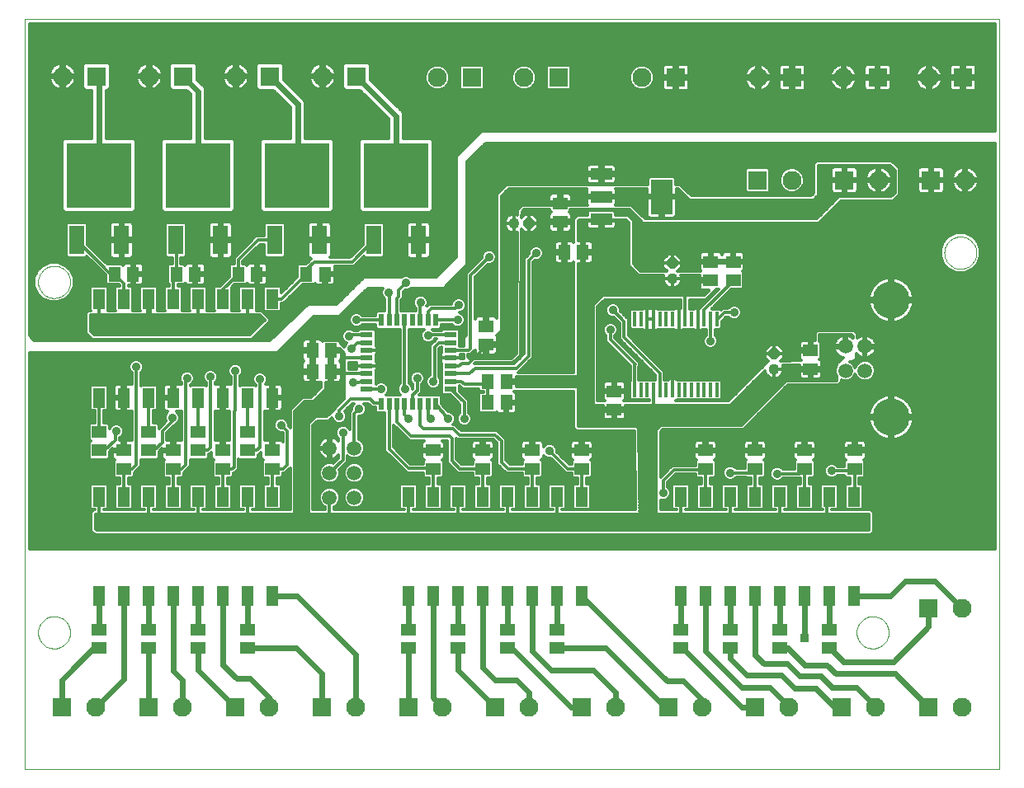
<source format=gtl>
G75*
G70*
%OFA0B0*%
%FSLAX24Y24*%
%IPPOS*%
%LPD*%
%AMOC8*
5,1,8,0,0,1.08239X$1,22.5*
%
%ADD10C,0.0039*%
%ADD11C,0.0000*%
%ADD12R,0.0157X0.0591*%
%ADD13R,0.0500X0.0220*%
%ADD14R,0.0220X0.0500*%
%ADD15C,0.1502*%
%ADD16C,0.0594*%
%ADD17R,0.0591X0.0512*%
%ADD18R,0.0768X0.0768*%
%ADD19C,0.0768*%
%ADD20R,0.2638X0.2638*%
%ADD21R,0.0630X0.1181*%
%ADD22R,0.0512X0.0591*%
%ADD23OC8,0.0436*%
%ADD24C,0.0436*%
%ADD25R,0.0880X0.0480*%
%ADD26R,0.0866X0.1417*%
%ADD27R,0.0512X0.0787*%
%ADD28C,0.0120*%
%ADD29C,0.0360*%
%ADD30C,0.0356*%
%ADD31C,0.0240*%
%ADD32C,0.0591*%
%ADD33R,0.0360X0.0360*%
D10*
X006386Y005283D02*
X045756Y005283D01*
X045756Y035598D01*
X006386Y035598D01*
X006386Y005283D01*
D11*
X006917Y010795D02*
X006919Y010845D01*
X006925Y010895D01*
X006935Y010945D01*
X006948Y010993D01*
X006965Y011041D01*
X006986Y011087D01*
X007010Y011131D01*
X007038Y011173D01*
X007069Y011213D01*
X007103Y011250D01*
X007140Y011285D01*
X007179Y011316D01*
X007220Y011345D01*
X007264Y011370D01*
X007310Y011392D01*
X007357Y011410D01*
X007405Y011424D01*
X007454Y011435D01*
X007504Y011442D01*
X007554Y011445D01*
X007605Y011444D01*
X007655Y011439D01*
X007705Y011430D01*
X007753Y011418D01*
X007801Y011401D01*
X007847Y011381D01*
X007892Y011358D01*
X007935Y011331D01*
X007975Y011301D01*
X008013Y011268D01*
X008048Y011232D01*
X008081Y011193D01*
X008110Y011152D01*
X008136Y011109D01*
X008159Y011064D01*
X008178Y011017D01*
X008193Y010969D01*
X008205Y010920D01*
X008213Y010870D01*
X008217Y010820D01*
X008217Y010770D01*
X008213Y010720D01*
X008205Y010670D01*
X008193Y010621D01*
X008178Y010573D01*
X008159Y010526D01*
X008136Y010481D01*
X008110Y010438D01*
X008081Y010397D01*
X008048Y010358D01*
X008013Y010322D01*
X007975Y010289D01*
X007935Y010259D01*
X007892Y010232D01*
X007847Y010209D01*
X007801Y010189D01*
X007753Y010172D01*
X007705Y010160D01*
X007655Y010151D01*
X007605Y010146D01*
X007554Y010145D01*
X007504Y010148D01*
X007454Y010155D01*
X007405Y010166D01*
X007357Y010180D01*
X007310Y010198D01*
X007264Y010220D01*
X007220Y010245D01*
X007179Y010274D01*
X007140Y010305D01*
X007103Y010340D01*
X007069Y010377D01*
X007038Y010417D01*
X007010Y010459D01*
X006986Y010503D01*
X006965Y010549D01*
X006948Y010597D01*
X006935Y010645D01*
X006925Y010695D01*
X006919Y010745D01*
X006917Y010795D01*
X006917Y024968D02*
X006919Y025018D01*
X006925Y025068D01*
X006935Y025118D01*
X006948Y025166D01*
X006965Y025214D01*
X006986Y025260D01*
X007010Y025304D01*
X007038Y025346D01*
X007069Y025386D01*
X007103Y025423D01*
X007140Y025458D01*
X007179Y025489D01*
X007220Y025518D01*
X007264Y025543D01*
X007310Y025565D01*
X007357Y025583D01*
X007405Y025597D01*
X007454Y025608D01*
X007504Y025615D01*
X007554Y025618D01*
X007605Y025617D01*
X007655Y025612D01*
X007705Y025603D01*
X007753Y025591D01*
X007801Y025574D01*
X007847Y025554D01*
X007892Y025531D01*
X007935Y025504D01*
X007975Y025474D01*
X008013Y025441D01*
X008048Y025405D01*
X008081Y025366D01*
X008110Y025325D01*
X008136Y025282D01*
X008159Y025237D01*
X008178Y025190D01*
X008193Y025142D01*
X008205Y025093D01*
X008213Y025043D01*
X008217Y024993D01*
X008217Y024943D01*
X008213Y024893D01*
X008205Y024843D01*
X008193Y024794D01*
X008178Y024746D01*
X008159Y024699D01*
X008136Y024654D01*
X008110Y024611D01*
X008081Y024570D01*
X008048Y024531D01*
X008013Y024495D01*
X007975Y024462D01*
X007935Y024432D01*
X007892Y024405D01*
X007847Y024382D01*
X007801Y024362D01*
X007753Y024345D01*
X007705Y024333D01*
X007655Y024324D01*
X007605Y024319D01*
X007554Y024318D01*
X007504Y024321D01*
X007454Y024328D01*
X007405Y024339D01*
X007357Y024353D01*
X007310Y024371D01*
X007264Y024393D01*
X007220Y024418D01*
X007179Y024447D01*
X007140Y024478D01*
X007103Y024513D01*
X007069Y024550D01*
X007038Y024590D01*
X007010Y024632D01*
X006986Y024676D01*
X006965Y024722D01*
X006948Y024770D01*
X006935Y024818D01*
X006925Y024868D01*
X006919Y024918D01*
X006917Y024968D01*
X039988Y010795D02*
X039990Y010845D01*
X039996Y010895D01*
X040006Y010945D01*
X040019Y010993D01*
X040036Y011041D01*
X040057Y011087D01*
X040081Y011131D01*
X040109Y011173D01*
X040140Y011213D01*
X040174Y011250D01*
X040211Y011285D01*
X040250Y011316D01*
X040291Y011345D01*
X040335Y011370D01*
X040381Y011392D01*
X040428Y011410D01*
X040476Y011424D01*
X040525Y011435D01*
X040575Y011442D01*
X040625Y011445D01*
X040676Y011444D01*
X040726Y011439D01*
X040776Y011430D01*
X040824Y011418D01*
X040872Y011401D01*
X040918Y011381D01*
X040963Y011358D01*
X041006Y011331D01*
X041046Y011301D01*
X041084Y011268D01*
X041119Y011232D01*
X041152Y011193D01*
X041181Y011152D01*
X041207Y011109D01*
X041230Y011064D01*
X041249Y011017D01*
X041264Y010969D01*
X041276Y010920D01*
X041284Y010870D01*
X041288Y010820D01*
X041288Y010770D01*
X041284Y010720D01*
X041276Y010670D01*
X041264Y010621D01*
X041249Y010573D01*
X041230Y010526D01*
X041207Y010481D01*
X041181Y010438D01*
X041152Y010397D01*
X041119Y010358D01*
X041084Y010322D01*
X041046Y010289D01*
X041006Y010259D01*
X040963Y010232D01*
X040918Y010209D01*
X040872Y010189D01*
X040824Y010172D01*
X040776Y010160D01*
X040726Y010151D01*
X040676Y010146D01*
X040625Y010145D01*
X040575Y010148D01*
X040525Y010155D01*
X040476Y010166D01*
X040428Y010180D01*
X040381Y010198D01*
X040335Y010220D01*
X040291Y010245D01*
X040250Y010274D01*
X040211Y010305D01*
X040174Y010340D01*
X040140Y010377D01*
X040109Y010417D01*
X040081Y010459D01*
X040057Y010503D01*
X040036Y010549D01*
X040019Y010597D01*
X040006Y010645D01*
X039996Y010695D01*
X039990Y010745D01*
X039988Y010795D01*
X043531Y026149D02*
X043533Y026199D01*
X043539Y026249D01*
X043549Y026299D01*
X043562Y026347D01*
X043579Y026395D01*
X043600Y026441D01*
X043624Y026485D01*
X043652Y026527D01*
X043683Y026567D01*
X043717Y026604D01*
X043754Y026639D01*
X043793Y026670D01*
X043834Y026699D01*
X043878Y026724D01*
X043924Y026746D01*
X043971Y026764D01*
X044019Y026778D01*
X044068Y026789D01*
X044118Y026796D01*
X044168Y026799D01*
X044219Y026798D01*
X044269Y026793D01*
X044319Y026784D01*
X044367Y026772D01*
X044415Y026755D01*
X044461Y026735D01*
X044506Y026712D01*
X044549Y026685D01*
X044589Y026655D01*
X044627Y026622D01*
X044662Y026586D01*
X044695Y026547D01*
X044724Y026506D01*
X044750Y026463D01*
X044773Y026418D01*
X044792Y026371D01*
X044807Y026323D01*
X044819Y026274D01*
X044827Y026224D01*
X044831Y026174D01*
X044831Y026124D01*
X044827Y026074D01*
X044819Y026024D01*
X044807Y025975D01*
X044792Y025927D01*
X044773Y025880D01*
X044750Y025835D01*
X044724Y025792D01*
X044695Y025751D01*
X044662Y025712D01*
X044627Y025676D01*
X044589Y025643D01*
X044549Y025613D01*
X044506Y025586D01*
X044461Y025563D01*
X044415Y025543D01*
X044367Y025526D01*
X044319Y025514D01*
X044269Y025505D01*
X044219Y025500D01*
X044168Y025499D01*
X044118Y025502D01*
X044068Y025509D01*
X044019Y025520D01*
X043971Y025534D01*
X043924Y025552D01*
X043878Y025574D01*
X043834Y025599D01*
X043793Y025628D01*
X043754Y025659D01*
X043717Y025694D01*
X043683Y025731D01*
X043652Y025771D01*
X043624Y025813D01*
X043600Y025857D01*
X043579Y025903D01*
X043562Y025951D01*
X043549Y025999D01*
X043539Y026049D01*
X043533Y026099D01*
X043531Y026149D01*
D12*
X034343Y023460D03*
X034087Y023460D03*
X033831Y023460D03*
X033575Y023460D03*
X033319Y023460D03*
X033063Y023460D03*
X032807Y023460D03*
X032551Y023460D03*
X032296Y023460D03*
X032040Y023460D03*
X031784Y023460D03*
X031528Y023460D03*
X031272Y023460D03*
X031016Y023460D03*
X031016Y020606D03*
X031272Y020606D03*
X031528Y020606D03*
X031784Y020606D03*
X032040Y020606D03*
X032296Y020606D03*
X032551Y020606D03*
X032807Y020606D03*
X033063Y020606D03*
X033319Y020606D03*
X033575Y020606D03*
X033831Y020606D03*
X034087Y020606D03*
X034343Y020606D03*
D13*
X023576Y020631D03*
X023576Y020945D03*
X023576Y021260D03*
X023576Y021575D03*
X023576Y021890D03*
X023576Y022205D03*
X023576Y022520D03*
X023576Y022835D03*
X020196Y022835D03*
X020196Y022520D03*
X020196Y022205D03*
X020196Y021890D03*
X020196Y021575D03*
X020196Y021260D03*
X020196Y020945D03*
X020196Y020631D03*
D14*
X020784Y020043D03*
X021099Y020043D03*
X021414Y020043D03*
X021729Y020043D03*
X022044Y020043D03*
X022359Y020043D03*
X022673Y020043D03*
X022988Y020043D03*
X022988Y023423D03*
X022673Y023423D03*
X022359Y023423D03*
X022044Y023423D03*
X021729Y023423D03*
X021414Y023423D03*
X021099Y023423D03*
X020784Y023423D03*
D15*
X041386Y024237D03*
X041386Y019497D03*
D16*
X040319Y021375D03*
X039532Y021375D03*
X039532Y022359D03*
X040319Y022359D03*
X019697Y018240D03*
X018697Y018240D03*
X018697Y017240D03*
X019697Y017240D03*
X019697Y016240D03*
X018697Y016240D03*
D17*
X016386Y017409D03*
X016386Y018157D03*
X015386Y018159D03*
X015386Y018907D03*
X014386Y018157D03*
X014386Y017409D03*
X013386Y018159D03*
X013386Y018907D03*
X012386Y018157D03*
X012386Y017409D03*
X011386Y018159D03*
X011386Y018907D03*
X010386Y018157D03*
X010386Y017409D03*
X009386Y018159D03*
X009386Y018907D03*
X009386Y010907D03*
X009386Y010159D03*
X011386Y010159D03*
X011386Y010907D03*
X013386Y010907D03*
X013386Y010159D03*
X015386Y010159D03*
X015386Y010907D03*
X021886Y010907D03*
X021886Y010159D03*
X023886Y010159D03*
X023886Y010907D03*
X025886Y010907D03*
X025886Y010159D03*
X027886Y010159D03*
X027886Y010907D03*
X032886Y010907D03*
X032886Y010159D03*
X034886Y010159D03*
X034886Y010907D03*
X036886Y010907D03*
X036886Y010159D03*
X038886Y010159D03*
X038886Y010907D03*
X037886Y017409D03*
X037886Y018157D03*
X035886Y018157D03*
X035886Y017409D03*
X033886Y017409D03*
X033886Y018157D03*
X030192Y019805D03*
X030192Y020553D03*
X028886Y018157D03*
X028886Y017409D03*
X026886Y017409D03*
X026886Y018157D03*
X024886Y018157D03*
X024886Y017409D03*
X022886Y017409D03*
X022886Y018157D03*
X025021Y022434D03*
X025021Y023182D03*
X028012Y027399D03*
X028012Y028147D03*
X034095Y025786D03*
X034095Y025038D03*
X034998Y025038D03*
X034998Y025786D03*
X038127Y022195D03*
X038127Y021447D03*
X039911Y018167D03*
X039911Y017419D03*
D18*
X042886Y011783D03*
X042886Y007783D03*
X039386Y007783D03*
X035886Y007783D03*
X032386Y007783D03*
X028886Y007783D03*
X025386Y007783D03*
X021886Y007783D03*
X018386Y007783D03*
X014886Y007783D03*
X011386Y007783D03*
X007886Y007783D03*
X035993Y029085D03*
X039493Y029085D03*
X042993Y029085D03*
X044287Y033235D03*
X040837Y033235D03*
X037387Y033235D03*
X032686Y033235D03*
X027936Y033235D03*
X024436Y033235D03*
X019786Y033285D03*
X016286Y033285D03*
X012786Y033285D03*
X009286Y033285D03*
D19*
X007908Y033285D03*
X011408Y033285D03*
X014908Y033285D03*
X018408Y033285D03*
X023058Y033235D03*
X026558Y033235D03*
X031308Y033235D03*
X036009Y033235D03*
X039459Y033235D03*
X042909Y033235D03*
X044371Y029085D03*
X040871Y029085D03*
X037371Y029085D03*
X044264Y011783D03*
X044264Y007783D03*
X040764Y007783D03*
X037264Y007783D03*
X033764Y007783D03*
X030264Y007783D03*
X026764Y007783D03*
X023264Y007783D03*
X019764Y007783D03*
X016264Y007783D03*
X012764Y007783D03*
X009264Y007783D03*
D20*
X009386Y029283D03*
X013386Y029283D03*
X017386Y029283D03*
X021386Y029283D03*
D21*
X020481Y026665D03*
X022292Y026665D03*
X018292Y026665D03*
X016481Y026665D03*
X014292Y026665D03*
X012481Y026665D03*
X010292Y026665D03*
X008481Y026665D03*
D22*
X010012Y025283D03*
X010760Y025283D03*
X012512Y025283D03*
X013260Y025283D03*
X015012Y025283D03*
X015760Y025283D03*
X017762Y025283D03*
X018510Y025283D03*
X018757Y022199D03*
X018009Y022199D03*
X018009Y021346D03*
X018757Y021346D03*
X025087Y020944D03*
X025835Y020944D03*
X025835Y020091D03*
X025087Y020091D03*
X028183Y026175D03*
X028931Y026175D03*
D23*
X026750Y027334D03*
X032539Y025723D03*
X036656Y022059D03*
D24*
X036656Y021444D03*
X032539Y025109D03*
X026135Y027334D03*
D25*
X029673Y027510D03*
X029673Y028420D03*
X029673Y029330D03*
D26*
X032113Y028420D03*
D27*
X032886Y016283D03*
X033886Y016283D03*
X034886Y016283D03*
X035886Y016283D03*
X036886Y016283D03*
X037886Y016283D03*
X038886Y016283D03*
X039886Y016283D03*
X039886Y012283D03*
X038886Y012283D03*
X037886Y012283D03*
X036886Y012283D03*
X035886Y012283D03*
X034886Y012283D03*
X033886Y012283D03*
X032886Y012283D03*
X028886Y012283D03*
X027886Y012283D03*
X026886Y012283D03*
X025886Y012283D03*
X024886Y012283D03*
X023886Y012283D03*
X022886Y012283D03*
X021886Y012283D03*
X021886Y016283D03*
X022886Y016283D03*
X023886Y016283D03*
X024886Y016283D03*
X025886Y016283D03*
X026886Y016283D03*
X027886Y016283D03*
X028886Y016283D03*
X016386Y016283D03*
X015386Y016283D03*
X014386Y016283D03*
X013386Y016283D03*
X012386Y016283D03*
X011386Y016283D03*
X010386Y016283D03*
X009386Y016283D03*
X009386Y020283D03*
X010386Y020283D03*
X011386Y020283D03*
X012386Y020283D03*
X013386Y020283D03*
X014386Y020283D03*
X015386Y020283D03*
X016386Y020283D03*
X016386Y024283D03*
X015386Y024283D03*
X014386Y024283D03*
X013386Y024283D03*
X012386Y024283D03*
X011386Y024283D03*
X010386Y024283D03*
X009386Y024283D03*
X009386Y012283D03*
X010386Y012283D03*
X011386Y012283D03*
X012386Y012283D03*
X013386Y012283D03*
X014386Y012283D03*
X015386Y012283D03*
X016386Y012283D03*
D28*
X017286Y015183D02*
X017286Y019733D01*
X017686Y020133D01*
X018036Y020133D01*
X018536Y020633D01*
X018536Y020891D01*
X018697Y020891D01*
X018697Y021286D01*
X018817Y021286D01*
X018817Y020891D01*
X019034Y020891D01*
X019075Y020902D01*
X019111Y020923D01*
X019141Y020953D01*
X019162Y020989D01*
X019173Y021030D01*
X019173Y021286D01*
X018817Y021286D01*
X018817Y021406D01*
X018697Y021406D01*
X018697Y021801D01*
X018697Y022139D01*
X018817Y022139D01*
X018817Y021406D01*
X019173Y021406D01*
X019173Y021662D01*
X019162Y021703D01*
X019141Y021740D01*
X019111Y021769D01*
X019105Y021773D01*
X019111Y021776D01*
X019141Y021806D01*
X019162Y021842D01*
X019173Y021883D01*
X019173Y022139D01*
X018817Y022139D01*
X018817Y022259D01*
X019110Y022259D01*
X019286Y022083D01*
X019286Y020238D01*
X018906Y019858D01*
X018906Y019853D01*
X018586Y019533D01*
X018136Y019533D01*
X017836Y019233D01*
X017836Y015233D01*
X017786Y015183D01*
X017286Y015183D01*
X017286Y015237D02*
X017836Y015237D01*
X017836Y015356D02*
X017286Y015356D01*
X017286Y015474D02*
X017836Y015474D01*
X017836Y015593D02*
X017286Y015593D01*
X017286Y015711D02*
X017836Y015711D01*
X017836Y015830D02*
X017286Y015830D01*
X017286Y015948D02*
X017836Y015948D01*
X017836Y016067D02*
X017286Y016067D01*
X017286Y016185D02*
X017836Y016185D01*
X017836Y016304D02*
X017286Y016304D01*
X017286Y016422D02*
X017836Y016422D01*
X017836Y016541D02*
X017286Y016541D01*
X017286Y016659D02*
X017836Y016659D01*
X017836Y016778D02*
X017286Y016778D01*
X017286Y016896D02*
X017836Y016896D01*
X017836Y017015D02*
X017286Y017015D01*
X017286Y017133D02*
X017836Y017133D01*
X017836Y017252D02*
X017286Y017252D01*
X017286Y017370D02*
X017836Y017370D01*
X017836Y017489D02*
X017286Y017489D01*
X017286Y017607D02*
X017836Y017607D01*
X017836Y017726D02*
X017286Y017726D01*
X017286Y017844D02*
X017836Y017844D01*
X017836Y017963D02*
X017286Y017963D01*
X017286Y018081D02*
X017836Y018081D01*
X017836Y018200D02*
X017286Y018200D01*
X017286Y018318D02*
X017836Y018318D01*
X017836Y018437D02*
X017286Y018437D01*
X017286Y018555D02*
X017836Y018555D01*
X017836Y018674D02*
X017286Y018674D01*
X017286Y018792D02*
X017836Y018792D01*
X017836Y018911D02*
X017286Y018911D01*
X017286Y019029D02*
X017836Y019029D01*
X017836Y019148D02*
X017286Y019148D01*
X017286Y019266D02*
X017869Y019266D01*
X017988Y019385D02*
X017286Y019385D01*
X017286Y019503D02*
X018106Y019503D01*
X018211Y019353D02*
X018661Y019353D01*
X018786Y019479D01*
X018786Y019473D01*
X018832Y019363D01*
X018916Y019279D01*
X019026Y019233D01*
X019146Y019233D01*
X019256Y019279D01*
X019340Y019363D01*
X019386Y019473D01*
X019386Y019593D01*
X019340Y019703D01*
X019300Y019743D01*
X019611Y020053D01*
X019682Y020053D01*
X019632Y020003D01*
X019586Y019893D01*
X019586Y019788D01*
X019517Y019719D01*
X019517Y018989D01*
X019490Y019053D01*
X019406Y019137D01*
X019296Y019183D01*
X019176Y019183D01*
X019066Y019137D01*
X018982Y019053D01*
X018936Y018943D01*
X018936Y018823D01*
X018982Y018713D01*
X019056Y018639D01*
X019056Y018523D01*
X019046Y018537D01*
X018995Y018588D01*
X018937Y018630D01*
X018872Y018663D01*
X018804Y018685D01*
X018736Y018696D01*
X018736Y018278D01*
X018659Y018278D01*
X018659Y018696D01*
X018590Y018685D01*
X018522Y018663D01*
X018458Y018630D01*
X018399Y018588D01*
X018349Y018537D01*
X018306Y018479D01*
X018274Y018415D01*
X018252Y018347D01*
X018241Y018278D01*
X018659Y018278D01*
X018659Y018201D01*
X018736Y018201D01*
X018736Y017783D01*
X018804Y017794D01*
X018872Y017816D01*
X018937Y017849D01*
X018995Y017891D01*
X019046Y017942D01*
X019056Y017957D01*
X019056Y017853D01*
X018836Y017633D01*
X018780Y017657D01*
X018614Y017657D01*
X018461Y017593D01*
X018344Y017476D01*
X018280Y017323D01*
X018280Y017157D01*
X018344Y017004D01*
X018461Y016886D01*
X018614Y016823D01*
X018780Y016823D01*
X018933Y016886D01*
X019050Y017004D01*
X019114Y017157D01*
X019114Y017323D01*
X019091Y017379D01*
X019416Y017704D01*
X019416Y017931D01*
X019461Y017886D01*
X019614Y017823D01*
X019780Y017823D01*
X019933Y017886D01*
X020050Y018004D01*
X020114Y018157D01*
X020114Y018323D01*
X020050Y018476D01*
X019933Y018593D01*
X019877Y018616D01*
X019877Y019533D01*
X019946Y019533D01*
X020056Y019579D01*
X020140Y019663D01*
X020186Y019773D01*
X020186Y019893D01*
X020140Y020003D01*
X020090Y020053D01*
X020262Y020053D01*
X020306Y020009D01*
X020412Y019903D01*
X020554Y019903D01*
X020554Y019743D01*
X020624Y019673D01*
X020919Y019673D01*
X020919Y018146D01*
X021706Y017359D01*
X021812Y017253D01*
X022471Y017253D01*
X022471Y017103D01*
X022541Y017033D01*
X022706Y017033D01*
X022706Y016797D01*
X022580Y016797D01*
X022510Y016726D01*
X022510Y015840D01*
X022580Y015769D01*
X023192Y015769D01*
X023262Y015840D01*
X023262Y016726D01*
X023192Y016797D01*
X023066Y016797D01*
X023066Y017033D01*
X023231Y017033D01*
X023301Y017103D01*
X023301Y017715D01*
X023256Y017760D01*
X023280Y017773D01*
X023309Y017803D01*
X023330Y017839D01*
X023341Y017880D01*
X023341Y018097D01*
X022946Y018097D01*
X022946Y018217D01*
X023341Y018217D01*
X023341Y018434D01*
X023330Y018475D01*
X023309Y018511D01*
X023280Y018541D01*
X023259Y018553D01*
X023456Y018553D01*
X023456Y017659D01*
X023780Y017334D01*
X023886Y017229D01*
X024471Y017229D01*
X024471Y017103D01*
X024541Y017033D01*
X024706Y017033D01*
X024706Y016797D01*
X024580Y016797D01*
X024510Y016726D01*
X024510Y015840D01*
X024580Y015769D01*
X025192Y015769D01*
X025262Y015840D01*
X025262Y016726D01*
X025192Y016797D01*
X025066Y016797D01*
X025066Y017033D01*
X025231Y017033D01*
X025301Y017103D01*
X025301Y017715D01*
X025256Y017760D01*
X025280Y017773D01*
X025309Y017803D01*
X025330Y017839D01*
X025341Y017880D01*
X025341Y018097D01*
X024946Y018097D01*
X024946Y018217D01*
X024826Y018217D01*
X024826Y018097D01*
X024431Y018097D01*
X024431Y017880D01*
X024442Y017839D01*
X024463Y017803D01*
X024493Y017773D01*
X024516Y017760D01*
X024471Y017715D01*
X024471Y017589D01*
X024035Y017589D01*
X023816Y017808D01*
X023816Y018649D01*
X023862Y018603D01*
X025312Y018603D01*
X025456Y018459D01*
X025456Y017609D01*
X025730Y017334D01*
X025836Y017229D01*
X026471Y017229D01*
X026471Y017103D01*
X026541Y017033D01*
X026706Y017033D01*
X026706Y016797D01*
X026580Y016797D01*
X026510Y016726D01*
X026510Y015840D01*
X026580Y015769D01*
X027192Y015769D01*
X027262Y015840D01*
X027262Y016726D01*
X027192Y016797D01*
X027066Y016797D01*
X027066Y017033D01*
X027231Y017033D01*
X027301Y017103D01*
X027301Y017715D01*
X027256Y017760D01*
X027280Y017773D01*
X027309Y017803D01*
X027330Y017839D01*
X027341Y017880D01*
X027341Y017952D01*
X027412Y017882D01*
X027522Y017836D01*
X027628Y017836D01*
X027809Y017656D01*
X028236Y017229D01*
X028471Y017229D01*
X028471Y017103D01*
X028541Y017033D01*
X028706Y017033D01*
X028706Y016797D01*
X028580Y016797D01*
X028510Y016726D01*
X028510Y015840D01*
X028580Y015769D01*
X029192Y015769D01*
X029262Y015840D01*
X029262Y016726D01*
X029192Y016797D01*
X029066Y016797D01*
X029066Y017033D01*
X029231Y017033D01*
X029301Y017103D01*
X029301Y017715D01*
X029256Y017760D01*
X029280Y017773D01*
X029309Y017803D01*
X029330Y017839D01*
X029341Y017880D01*
X029341Y018097D01*
X028946Y018097D01*
X028946Y018217D01*
X028826Y018217D01*
X028826Y018097D01*
X028431Y018097D01*
X028431Y017880D01*
X028442Y017839D01*
X028463Y017803D01*
X028493Y017773D01*
X028516Y017760D01*
X028471Y017715D01*
X028471Y017589D01*
X028385Y017589D01*
X028116Y017858D01*
X028063Y017910D01*
X028011Y017963D01*
X028010Y017963D01*
X027882Y018091D01*
X027882Y018196D01*
X027836Y018306D01*
X027752Y018391D01*
X027641Y018436D01*
X027522Y018436D01*
X027412Y018391D01*
X027341Y018320D01*
X027341Y018434D01*
X027330Y018475D01*
X027309Y018511D01*
X027280Y018541D01*
X027243Y018562D01*
X027202Y018573D01*
X026946Y018573D01*
X026946Y018217D01*
X026826Y018217D01*
X026826Y018097D01*
X026431Y018097D01*
X026431Y017880D01*
X026442Y017839D01*
X026463Y017803D01*
X026493Y017773D01*
X026516Y017760D01*
X026471Y017715D01*
X026471Y017589D01*
X025985Y017589D01*
X025816Y017758D01*
X025816Y018608D01*
X025711Y018713D01*
X025461Y018963D01*
X024011Y018963D01*
X023761Y019213D01*
X023690Y019213D01*
X023740Y019263D01*
X023786Y019373D01*
X023786Y019493D01*
X023740Y019603D01*
X023656Y019687D01*
X023546Y019733D01*
X023472Y019733D01*
X023218Y020041D01*
X023218Y020343D01*
X023148Y020413D01*
X022320Y020413D01*
X022416Y020509D01*
X022416Y020839D01*
X022490Y020913D01*
X022536Y021023D01*
X022536Y021143D01*
X022490Y021253D01*
X022406Y021337D01*
X022296Y021383D01*
X022176Y021383D01*
X022066Y021337D01*
X021982Y021253D01*
X021936Y021143D01*
X021936Y021023D01*
X021982Y020913D01*
X022056Y020839D01*
X022056Y020658D01*
X022036Y020638D01*
X022036Y020693D01*
X021990Y020803D01*
X021909Y020885D01*
X021909Y023053D01*
X022511Y023053D01*
X022431Y022973D01*
X022385Y022862D01*
X022385Y022743D01*
X022431Y022633D01*
X022515Y022548D01*
X022626Y022503D01*
X022745Y022503D01*
X022855Y022548D01*
X022940Y022633D01*
X022949Y022655D01*
X023004Y022655D01*
X022862Y022513D01*
X022756Y022408D01*
X022756Y021204D01*
X022716Y021187D01*
X022632Y021103D01*
X022586Y020993D01*
X022586Y020873D01*
X022632Y020763D01*
X022716Y020679D01*
X022826Y020633D01*
X022946Y020633D01*
X023056Y020679D01*
X023140Y020763D01*
X023186Y020873D01*
X023186Y020993D01*
X023140Y021103D01*
X023116Y021127D01*
X023116Y022259D01*
X023198Y022340D01*
X023206Y022340D01*
X023206Y022107D01*
X023198Y022099D01*
X023177Y022062D01*
X023166Y022021D01*
X023166Y021890D01*
X023166Y021759D01*
X023177Y021719D01*
X023198Y021682D01*
X023206Y021674D01*
X023206Y020471D01*
X023276Y020401D01*
X023573Y020401D01*
X023956Y020018D01*
X023956Y019677D01*
X023882Y019603D01*
X023836Y019493D01*
X023836Y019373D01*
X023882Y019263D01*
X023966Y019179D01*
X024076Y019133D01*
X024196Y019133D01*
X024306Y019179D01*
X024390Y019263D01*
X024436Y019373D01*
X024436Y019493D01*
X024390Y019603D01*
X024316Y019677D01*
X024316Y020167D01*
X023946Y020537D01*
X023946Y020765D01*
X023949Y020765D01*
X023956Y020759D01*
X024062Y020653D01*
X024711Y020653D01*
X024711Y020600D01*
X024781Y020529D01*
X024907Y020529D01*
X024907Y020506D01*
X024781Y020506D01*
X024711Y020436D01*
X024711Y019746D01*
X024781Y019676D01*
X025392Y019676D01*
X025438Y019721D01*
X025451Y019698D01*
X025481Y019668D01*
X025517Y019647D01*
X025558Y019636D01*
X025775Y019636D01*
X025775Y020031D01*
X025895Y020031D01*
X025895Y019636D01*
X026112Y019636D01*
X026153Y019647D01*
X026189Y019668D01*
X026219Y019698D01*
X026240Y019734D01*
X026251Y019775D01*
X026251Y020031D01*
X025895Y020031D01*
X025895Y020151D01*
X026251Y020151D01*
X026251Y020407D01*
X026240Y020448D01*
X026219Y020485D01*
X026189Y020514D01*
X026153Y020536D01*
X026148Y020537D01*
X026164Y020553D01*
X028556Y020553D01*
X028556Y019059D01*
X028662Y018953D01*
X031007Y018953D01*
X031049Y015763D01*
X028066Y015763D01*
X028066Y015769D01*
X028192Y015769D01*
X028262Y015840D01*
X028262Y016726D01*
X028192Y016797D01*
X027580Y016797D01*
X027510Y016726D01*
X027510Y015840D01*
X027580Y015769D01*
X027706Y015769D01*
X027706Y015763D01*
X026066Y015763D01*
X026066Y015769D01*
X026192Y015769D01*
X026262Y015840D01*
X026262Y016726D01*
X026192Y016797D01*
X025580Y016797D01*
X025510Y016726D01*
X025510Y015840D01*
X025580Y015769D01*
X025706Y015769D01*
X025706Y015763D01*
X024066Y015763D01*
X024066Y015769D01*
X024192Y015769D01*
X024262Y015840D01*
X024262Y016726D01*
X024192Y016797D01*
X023580Y016797D01*
X023510Y016726D01*
X023510Y015840D01*
X023580Y015769D01*
X023706Y015769D01*
X023706Y015763D01*
X022066Y015763D01*
X022066Y015769D01*
X022192Y015769D01*
X022262Y015840D01*
X022262Y016726D01*
X022192Y016797D01*
X021580Y016797D01*
X021510Y016726D01*
X021510Y015840D01*
X021580Y015769D01*
X021706Y015769D01*
X021706Y015763D01*
X018877Y015763D01*
X018877Y015863D01*
X018933Y015886D01*
X019050Y016004D01*
X019114Y016157D01*
X019114Y016323D01*
X019050Y016476D01*
X018933Y016593D01*
X018780Y016657D01*
X018614Y016657D01*
X018461Y016593D01*
X018344Y016476D01*
X018280Y016323D01*
X018280Y016157D01*
X018344Y016004D01*
X018461Y015886D01*
X018517Y015863D01*
X018517Y015763D01*
X018016Y015763D01*
X018016Y019159D01*
X018211Y019353D01*
X018124Y019266D02*
X018947Y019266D01*
X018823Y019385D02*
X018692Y019385D01*
X018675Y019622D02*
X017286Y019622D01*
X017293Y019740D02*
X018793Y019740D01*
X018907Y019859D02*
X017412Y019859D01*
X017530Y019977D02*
X019026Y019977D01*
X019144Y020096D02*
X017649Y020096D01*
X017513Y020214D02*
X016802Y020214D01*
X016802Y020223D02*
X016446Y020223D01*
X016446Y019729D01*
X016663Y019729D01*
X016704Y019740D01*
X016740Y019761D01*
X016770Y019791D01*
X016791Y019828D01*
X016802Y019868D01*
X016802Y020223D01*
X016802Y020343D02*
X016802Y020698D01*
X016791Y020739D01*
X016770Y020775D01*
X016740Y020805D01*
X016704Y020826D01*
X016663Y020837D01*
X016446Y020837D01*
X016446Y020343D01*
X016326Y020343D01*
X016326Y020837D01*
X016114Y020837D01*
X016140Y020863D01*
X016186Y020973D01*
X016186Y021093D01*
X016140Y021203D01*
X016056Y021287D01*
X015946Y021333D01*
X015826Y021333D01*
X015716Y021287D01*
X015632Y021203D01*
X015586Y021093D01*
X015586Y020973D01*
X015632Y020863D01*
X015706Y020789D01*
X015706Y020782D01*
X015692Y020797D01*
X015080Y020797D01*
X015066Y020782D01*
X015066Y021139D01*
X015140Y021213D01*
X015186Y021323D01*
X015186Y021443D01*
X015140Y021553D01*
X015056Y021637D01*
X014946Y021683D01*
X014826Y021683D01*
X014716Y021637D01*
X014632Y021553D01*
X014586Y021443D01*
X014586Y021323D01*
X014632Y021213D01*
X014706Y021139D01*
X014706Y020825D01*
X014704Y020826D01*
X014663Y020837D01*
X014446Y020837D01*
X014446Y020343D01*
X014326Y020343D01*
X014326Y020837D01*
X014109Y020837D01*
X014068Y020826D01*
X014066Y020825D01*
X014066Y020889D01*
X014140Y020963D01*
X014186Y021073D01*
X014186Y021193D01*
X014140Y021303D01*
X014056Y021387D01*
X013946Y021433D01*
X013826Y021433D01*
X013716Y021387D01*
X013632Y021303D01*
X013586Y021193D01*
X013586Y021073D01*
X013632Y020963D01*
X013706Y020889D01*
X013706Y020782D01*
X013692Y020797D01*
X013080Y020797D01*
X013066Y020782D01*
X013066Y020812D01*
X013106Y020829D01*
X013190Y020913D01*
X013236Y021023D01*
X013236Y021143D01*
X013190Y021253D01*
X013106Y021337D01*
X012996Y021383D01*
X012876Y021383D01*
X012766Y021337D01*
X012682Y021253D01*
X012636Y021143D01*
X012636Y021023D01*
X012682Y020913D01*
X012706Y020889D01*
X012706Y020825D01*
X012704Y020826D01*
X012663Y020837D01*
X012446Y020837D01*
X012446Y020343D01*
X012326Y020343D01*
X012326Y020223D01*
X011970Y020223D01*
X011970Y019868D01*
X011981Y019828D01*
X012002Y019791D01*
X012032Y019761D01*
X012068Y019740D01*
X012109Y019729D01*
X012158Y019729D01*
X012082Y019653D01*
X012036Y019543D01*
X012036Y019423D01*
X012076Y019327D01*
X011801Y019053D01*
X011801Y019213D01*
X011731Y019283D01*
X011566Y019283D01*
X011566Y019769D01*
X011692Y019769D01*
X011762Y019840D01*
X011762Y020726D01*
X011692Y020797D01*
X011080Y020797D01*
X011066Y020782D01*
X011066Y021289D01*
X011140Y021363D01*
X011186Y021473D01*
X011186Y021593D01*
X011140Y021703D01*
X011056Y021787D01*
X010946Y021833D01*
X010826Y021833D01*
X010716Y021787D01*
X010632Y021703D01*
X010586Y021593D01*
X010586Y021473D01*
X010632Y021363D01*
X010706Y021289D01*
X010706Y020825D01*
X010704Y020826D01*
X010663Y020837D01*
X010446Y020837D01*
X010446Y020343D01*
X010326Y020343D01*
X010326Y020223D01*
X010446Y020223D01*
X010446Y019729D01*
X010663Y019729D01*
X010704Y019740D01*
X010706Y019742D01*
X010706Y018572D01*
X010702Y018573D01*
X010446Y018573D01*
X010446Y018217D01*
X010326Y018217D01*
X010326Y018097D01*
X009931Y018097D01*
X009931Y017880D01*
X009942Y017839D01*
X009963Y017803D01*
X009993Y017773D01*
X010016Y017760D01*
X009971Y017715D01*
X009971Y017103D01*
X010041Y017033D01*
X010206Y017033D01*
X010206Y016797D01*
X010080Y016797D01*
X010010Y016726D01*
X010010Y015840D01*
X010080Y015769D01*
X010692Y015769D01*
X010762Y015840D01*
X010762Y016726D01*
X010692Y016797D01*
X010566Y016797D01*
X010566Y017033D01*
X010731Y017033D01*
X010801Y017103D01*
X010801Y017244D01*
X010961Y017403D01*
X011066Y017509D01*
X011066Y017783D01*
X011731Y017783D01*
X011801Y017853D01*
X011801Y018094D01*
X011931Y018223D01*
X011931Y018217D01*
X012326Y018217D01*
X012326Y018097D01*
X011931Y018097D01*
X011931Y017880D01*
X011942Y017839D01*
X011963Y017803D01*
X011993Y017773D01*
X012016Y017760D01*
X011971Y017715D01*
X011971Y017103D01*
X012041Y017033D01*
X012206Y017033D01*
X012206Y016797D01*
X012080Y016797D01*
X012010Y016726D01*
X012010Y015840D01*
X012080Y015769D01*
X012692Y015769D01*
X012762Y015840D01*
X012762Y016726D01*
X012692Y016797D01*
X012566Y016797D01*
X012566Y017033D01*
X012731Y017033D01*
X012801Y017103D01*
X012801Y017244D01*
X012961Y017403D01*
X013066Y017509D01*
X013066Y017783D01*
X013731Y017783D01*
X013801Y017853D01*
X013801Y018003D01*
X013861Y018003D01*
X013931Y018073D01*
X013931Y017880D01*
X013942Y017839D01*
X013963Y017803D01*
X013993Y017773D01*
X014016Y017760D01*
X013971Y017715D01*
X013971Y017103D01*
X014041Y017033D01*
X014206Y017033D01*
X014206Y016797D01*
X014080Y016797D01*
X014010Y016726D01*
X014010Y015840D01*
X014080Y015769D01*
X014692Y015769D01*
X014762Y015840D01*
X014762Y016726D01*
X014692Y016797D01*
X014566Y016797D01*
X014566Y017033D01*
X014731Y017033D01*
X014801Y017103D01*
X014801Y017229D01*
X014837Y017229D01*
X014911Y017303D01*
X015016Y017409D01*
X015016Y017808D01*
X015041Y017783D01*
X015731Y017783D01*
X015801Y017853D01*
X015801Y017979D01*
X015837Y017979D01*
X015931Y018073D01*
X015931Y017880D01*
X015942Y017839D01*
X015963Y017803D01*
X015993Y017773D01*
X016016Y017760D01*
X015971Y017715D01*
X015971Y017103D01*
X016041Y017033D01*
X016206Y017033D01*
X016206Y016797D01*
X016080Y016797D01*
X016010Y016726D01*
X016010Y015840D01*
X016080Y015769D01*
X016692Y015769D01*
X016762Y015840D01*
X016762Y016726D01*
X016692Y016797D01*
X016566Y016797D01*
X016566Y017033D01*
X016731Y017033D01*
X016801Y017103D01*
X016801Y017229D01*
X016887Y017229D01*
X017061Y017403D01*
X017106Y017449D01*
X017106Y015763D01*
X015566Y015763D01*
X015566Y015769D01*
X015692Y015769D01*
X015762Y015840D01*
X015762Y016726D01*
X015692Y016797D01*
X015080Y016797D01*
X015010Y016726D01*
X015010Y015840D01*
X015080Y015769D01*
X015206Y015769D01*
X015206Y015763D01*
X013566Y015763D01*
X013566Y015769D01*
X013692Y015769D01*
X013762Y015840D01*
X013762Y016726D01*
X013692Y016797D01*
X013080Y016797D01*
X013010Y016726D01*
X013010Y015840D01*
X013080Y015769D01*
X013206Y015769D01*
X013206Y015763D01*
X011566Y015763D01*
X011566Y015769D01*
X011692Y015769D01*
X011762Y015840D01*
X011762Y016726D01*
X011692Y016797D01*
X011080Y016797D01*
X011010Y016726D01*
X011010Y015840D01*
X011080Y015769D01*
X011206Y015769D01*
X011206Y015763D01*
X009566Y015763D01*
X009566Y015769D01*
X009692Y015769D01*
X009762Y015840D01*
X009762Y016726D01*
X009692Y016797D01*
X009080Y016797D01*
X009010Y016726D01*
X009010Y015840D01*
X009080Y015769D01*
X009206Y015769D01*
X009206Y015763D01*
X009162Y015763D01*
X009056Y015658D01*
X009056Y014909D01*
X009162Y014803D01*
X009212Y014753D01*
X040561Y014753D01*
X040666Y014859D01*
X040666Y015658D01*
X040561Y015763D01*
X038966Y015763D01*
X038966Y015769D01*
X039192Y015769D01*
X039262Y015840D01*
X039262Y016726D01*
X039192Y016797D01*
X038580Y016797D01*
X038510Y016726D01*
X038510Y015840D01*
X038580Y015769D01*
X038606Y015769D01*
X038606Y015763D01*
X037066Y015763D01*
X037066Y015769D01*
X037192Y015769D01*
X037262Y015840D01*
X037262Y016726D01*
X037192Y016797D01*
X036580Y016797D01*
X036510Y016726D01*
X036510Y015840D01*
X036580Y015769D01*
X036706Y015769D01*
X036706Y015763D01*
X035066Y015763D01*
X035066Y015769D01*
X035192Y015769D01*
X035262Y015840D01*
X035262Y016726D01*
X035192Y016797D01*
X034580Y016797D01*
X034510Y016726D01*
X034510Y015840D01*
X034580Y015769D01*
X034706Y015769D01*
X034706Y015763D01*
X033066Y015763D01*
X033066Y015769D01*
X033192Y015769D01*
X033262Y015840D01*
X033262Y016726D01*
X033192Y016797D01*
X032580Y016797D01*
X032510Y016726D01*
X032510Y015840D01*
X032580Y015769D01*
X032706Y015769D01*
X032706Y015763D01*
X032066Y015763D01*
X032066Y016145D01*
X032114Y016125D01*
X032233Y016125D01*
X032343Y016170D01*
X032428Y016255D01*
X032473Y016365D01*
X032473Y016484D01*
X032428Y016595D01*
X032353Y016669D01*
X032353Y016862D01*
X032681Y017190D01*
X033471Y017190D01*
X033471Y017103D01*
X033541Y017033D01*
X033706Y017033D01*
X033706Y016797D01*
X033580Y016797D01*
X033510Y016726D01*
X033510Y015840D01*
X033580Y015769D01*
X034192Y015769D01*
X034262Y015840D01*
X034262Y016726D01*
X034192Y016797D01*
X034066Y016797D01*
X034066Y017033D01*
X034231Y017033D01*
X034301Y017103D01*
X034301Y017715D01*
X034256Y017760D01*
X034280Y017773D01*
X034309Y017803D01*
X034330Y017839D01*
X034341Y017880D01*
X034341Y018097D01*
X033946Y018097D01*
X033946Y018217D01*
X033826Y018217D01*
X033826Y018097D01*
X033431Y018097D01*
X033431Y017880D01*
X033442Y017839D01*
X033463Y017803D01*
X033493Y017773D01*
X033516Y017760D01*
X033471Y017715D01*
X033471Y017550D01*
X032532Y017550D01*
X032427Y017444D01*
X032066Y017084D01*
X032066Y018909D01*
X032161Y019003D01*
X035411Y019003D01*
X035516Y019109D01*
X037211Y020803D01*
X039261Y020803D01*
X039366Y020909D01*
X039366Y020992D01*
X039449Y020958D01*
X039615Y020958D01*
X039768Y021021D01*
X039885Y021138D01*
X039925Y021236D01*
X039966Y021138D01*
X040083Y021021D01*
X040236Y020958D01*
X040402Y020958D01*
X040555Y021021D01*
X040673Y021138D01*
X040736Y021292D01*
X040736Y021458D01*
X040673Y021611D01*
X040555Y021728D01*
X040402Y021791D01*
X040236Y021791D01*
X040083Y021728D01*
X039966Y021611D01*
X039925Y021513D01*
X039885Y021611D01*
X039768Y021728D01*
X039707Y021753D01*
X039781Y021753D01*
X039850Y021749D01*
X039855Y021753D01*
X039861Y021753D01*
X039910Y021802D01*
X039961Y021848D01*
X039962Y021854D01*
X039966Y021859D01*
X039966Y021928D01*
X039974Y022058D01*
X040022Y022010D01*
X040080Y021968D01*
X040144Y021935D01*
X040212Y021913D01*
X040281Y021902D01*
X040281Y022320D01*
X040358Y022320D01*
X040358Y022397D01*
X040776Y022397D01*
X040765Y022466D01*
X040743Y022534D01*
X040710Y022598D01*
X040668Y022656D01*
X040617Y022707D01*
X040559Y022750D01*
X040495Y022782D01*
X040426Y022804D01*
X040358Y022815D01*
X040358Y022397D01*
X040281Y022397D01*
X040281Y022815D01*
X040212Y022804D01*
X040144Y022782D01*
X040080Y022750D01*
X040022Y022707D01*
X040011Y022697D01*
X040012Y022704D01*
X040016Y022709D01*
X040016Y022778D01*
X040020Y022847D01*
X040016Y022852D01*
X040016Y022858D01*
X039967Y022907D01*
X039921Y022958D01*
X039915Y022959D01*
X039861Y023013D01*
X038412Y023013D01*
X038306Y022908D01*
X038306Y022611D01*
X038187Y022611D01*
X038187Y022255D01*
X038067Y022255D01*
X038067Y022135D01*
X037672Y022135D01*
X037672Y021918D01*
X037682Y021878D01*
X037704Y021841D01*
X037733Y021811D01*
X037757Y021798D01*
X037754Y021795D01*
X036905Y021774D01*
X037034Y021902D01*
X037034Y022059D01*
X037034Y022215D01*
X036812Y022437D01*
X036656Y022437D01*
X036656Y022059D01*
X037034Y022059D01*
X036656Y022059D01*
X036656Y022059D01*
X036656Y022059D01*
X036656Y022437D01*
X036499Y022437D01*
X036277Y022215D01*
X036277Y022059D01*
X036656Y022059D01*
X036656Y022059D01*
X036277Y022059D01*
X036277Y021902D01*
X036416Y021763D01*
X036412Y021763D01*
X036410Y021761D01*
X036407Y021761D01*
X036357Y021709D01*
X034812Y020163D01*
X032695Y020163D01*
X032728Y020183D01*
X032736Y020191D01*
X034471Y020191D01*
X034542Y020261D01*
X034542Y020951D01*
X034471Y021021D01*
X032736Y021021D01*
X032728Y021029D01*
X032692Y021050D01*
X032651Y021061D01*
X032551Y021061D01*
X032452Y021061D01*
X032411Y021050D01*
X032374Y021029D01*
X032366Y021021D01*
X032220Y021021D01*
X032220Y021354D01*
X030766Y022808D01*
X030766Y023458D01*
X030436Y023788D01*
X030436Y023893D01*
X030390Y024003D01*
X030306Y024087D01*
X030196Y024133D01*
X030076Y024133D01*
X029966Y024087D01*
X029882Y024003D01*
X029836Y023893D01*
X029836Y023773D01*
X029882Y023663D01*
X029966Y023579D01*
X030076Y023533D01*
X030182Y023533D01*
X030406Y023309D01*
X030406Y022659D01*
X030512Y022553D01*
X031860Y021205D01*
X031860Y021021D01*
X031196Y021021D01*
X031196Y021538D01*
X031216Y021559D01*
X031216Y021708D01*
X031111Y021813D01*
X030216Y022708D01*
X030216Y022789D01*
X030290Y022863D01*
X030336Y022973D01*
X030336Y023093D01*
X030290Y023203D01*
X030206Y023287D01*
X030096Y023333D01*
X029976Y023333D01*
X029866Y023287D01*
X029782Y023203D01*
X029736Y023093D01*
X029736Y022973D01*
X029782Y022863D01*
X029856Y022789D01*
X029856Y022559D01*
X030836Y021579D01*
X030836Y020970D01*
X030817Y020951D01*
X030817Y020261D01*
X030888Y020191D01*
X031604Y020191D01*
X031604Y020163D01*
X030575Y020163D01*
X030585Y020169D01*
X030615Y020199D01*
X030636Y020235D01*
X030647Y020276D01*
X030647Y020493D01*
X030252Y020493D01*
X030252Y020613D01*
X030647Y020613D01*
X030647Y020830D01*
X030636Y020871D01*
X030615Y020907D01*
X030585Y020937D01*
X030549Y020958D01*
X030508Y020969D01*
X030252Y020969D01*
X030252Y020613D01*
X030132Y020613D01*
X030132Y020969D01*
X029875Y020969D01*
X029835Y020958D01*
X029798Y020937D01*
X029768Y020907D01*
X029747Y020871D01*
X029737Y020830D01*
X029737Y020613D01*
X030132Y020613D01*
X030132Y020493D01*
X029737Y020493D01*
X029737Y020276D01*
X029747Y020235D01*
X029768Y020199D01*
X029798Y020169D01*
X029809Y020163D01*
X029516Y020163D01*
X029516Y023959D01*
X029811Y024253D01*
X032883Y024253D01*
X032883Y023916D01*
X032807Y023916D01*
X032708Y023916D01*
X032667Y023905D01*
X032630Y023884D01*
X032622Y023876D01*
X031969Y023876D01*
X031961Y023884D01*
X031924Y023905D01*
X031884Y023916D01*
X031784Y023916D01*
X031784Y023460D01*
X031784Y023005D01*
X031884Y023005D01*
X031924Y023016D01*
X031961Y023037D01*
X031969Y023045D01*
X032622Y023045D01*
X032630Y023037D01*
X032667Y023016D01*
X032708Y023005D01*
X032807Y023005D01*
X032807Y023460D01*
X032807Y023460D01*
X032807Y023005D01*
X032907Y023005D01*
X032948Y023016D01*
X032984Y023037D01*
X032992Y023045D01*
X033390Y023045D01*
X033398Y023037D01*
X033435Y023016D01*
X033475Y023005D01*
X033575Y023005D01*
X033575Y023460D01*
X033575Y023460D01*
X033575Y023005D01*
X033675Y023005D01*
X033716Y023016D01*
X033752Y023037D01*
X033760Y023045D01*
X033906Y023045D01*
X033906Y022827D01*
X033832Y022753D01*
X033786Y022643D01*
X033786Y022523D01*
X033832Y022413D01*
X033916Y022329D01*
X034026Y022283D01*
X034146Y022283D01*
X034256Y022329D01*
X034340Y022413D01*
X034386Y022523D01*
X034386Y022643D01*
X034340Y022753D01*
X034266Y022827D01*
X034266Y023045D01*
X034471Y023045D01*
X034542Y023115D01*
X034542Y023384D01*
X034711Y023553D01*
X034792Y023553D01*
X034866Y023479D01*
X034976Y023433D01*
X035096Y023433D01*
X035206Y023479D01*
X035290Y023563D01*
X035336Y023673D01*
X035336Y023793D01*
X035290Y023903D01*
X035206Y023987D01*
X035096Y024033D01*
X034976Y024033D01*
X034866Y023987D01*
X034792Y023913D01*
X034562Y023913D01*
X034498Y023849D01*
X034471Y023876D01*
X034133Y023876D01*
X034920Y024662D01*
X035343Y024662D01*
X035414Y024732D01*
X035414Y025344D01*
X035369Y025389D01*
X035392Y025402D01*
X035422Y025432D01*
X035443Y025468D01*
X035454Y025509D01*
X035454Y025726D01*
X035058Y025726D01*
X035058Y025846D01*
X034938Y025846D01*
X034938Y025726D01*
X034155Y025726D01*
X034155Y025846D01*
X034550Y025846D01*
X034938Y025846D01*
X034938Y026202D01*
X034682Y026202D01*
X034641Y026191D01*
X034605Y026170D01*
X034575Y026140D01*
X034554Y026104D01*
X034547Y026076D01*
X034539Y026104D01*
X034518Y026140D01*
X034488Y026170D01*
X034452Y026191D01*
X034411Y026202D01*
X034155Y026202D01*
X034155Y025846D01*
X034035Y025846D01*
X034035Y026202D01*
X033778Y026202D01*
X033738Y026191D01*
X033701Y026170D01*
X033671Y026140D01*
X033650Y026104D01*
X033639Y026063D01*
X033639Y025846D01*
X034035Y025846D01*
X034035Y025726D01*
X033639Y025726D01*
X033639Y025509D01*
X033650Y025468D01*
X033671Y025432D01*
X033690Y025413D01*
X032763Y025413D01*
X032917Y025566D01*
X032917Y025723D01*
X032917Y025880D01*
X032695Y026101D01*
X032539Y026101D01*
X032539Y025723D01*
X032539Y025723D01*
X032917Y025723D01*
X032539Y025723D01*
X032539Y025723D01*
X032539Y026101D01*
X032382Y026101D01*
X032161Y025880D01*
X032161Y025723D01*
X032161Y025566D01*
X032314Y025413D01*
X031261Y025413D01*
X030966Y025708D01*
X030966Y027458D01*
X030861Y027563D01*
X030761Y027663D01*
X030233Y027663D01*
X030233Y027800D01*
X030163Y027870D01*
X029183Y027870D01*
X029113Y027800D01*
X029113Y027663D01*
X028712Y027663D01*
X028606Y027558D01*
X028556Y027508D01*
X028556Y026579D01*
X028537Y026598D01*
X028501Y026619D01*
X028460Y026630D01*
X028243Y026630D01*
X028243Y026235D01*
X028123Y026235D01*
X028123Y026630D01*
X027906Y026630D01*
X027865Y026619D01*
X027829Y026598D01*
X027799Y026568D01*
X027778Y026532D01*
X027767Y026491D01*
X027767Y026235D01*
X028123Y026235D01*
X028123Y026115D01*
X027767Y026115D01*
X027767Y025858D01*
X027778Y025818D01*
X027799Y025781D01*
X027829Y025751D01*
X027865Y025730D01*
X027906Y025720D01*
X028123Y025720D01*
X028123Y026115D01*
X028243Y026115D01*
X028243Y025720D01*
X028460Y025720D01*
X028501Y025730D01*
X028537Y025751D01*
X028556Y025770D01*
X028556Y021313D01*
X026321Y021313D01*
X026811Y021803D01*
X026916Y021909D01*
X026916Y025759D01*
X026991Y025833D01*
X027096Y025833D01*
X027206Y025879D01*
X027290Y025963D01*
X027336Y026073D01*
X027336Y026193D01*
X027290Y026303D01*
X027206Y026387D01*
X027096Y026433D01*
X026976Y026433D01*
X026866Y026387D01*
X026782Y026303D01*
X026736Y026193D01*
X026736Y026088D01*
X026556Y025908D01*
X026556Y022058D01*
X026162Y021663D01*
X024556Y021663D01*
X024596Y021703D01*
X026111Y021703D01*
X026216Y021809D01*
X026416Y022009D01*
X026416Y022882D01*
X026458Y027091D01*
X026593Y026956D01*
X026750Y026956D01*
X026906Y026956D01*
X027128Y027177D01*
X027128Y027334D01*
X027128Y027490D01*
X026906Y027712D01*
X026750Y027712D01*
X026750Y027334D01*
X027128Y027334D01*
X026750Y027334D01*
X026750Y027334D01*
X026750Y027334D01*
X026750Y026956D01*
X026750Y027334D01*
X026750Y027334D01*
X026750Y027712D01*
X026593Y027712D01*
X026463Y027582D01*
X026465Y027808D01*
X026561Y027903D01*
X027597Y027903D01*
X027597Y027842D01*
X027642Y027797D01*
X027619Y027783D01*
X027589Y027753D01*
X027568Y027717D01*
X027557Y027676D01*
X027557Y027459D01*
X027952Y027459D01*
X027952Y027339D01*
X027557Y027339D01*
X027557Y027122D01*
X027568Y027082D01*
X027589Y027045D01*
X027619Y027015D01*
X027655Y026994D01*
X027696Y026983D01*
X027952Y026983D01*
X027952Y027339D01*
X028072Y027339D01*
X028072Y026983D01*
X028329Y026983D01*
X028369Y026994D01*
X028406Y027015D01*
X028436Y027045D01*
X028457Y027082D01*
X028468Y027122D01*
X028468Y027339D01*
X028072Y027339D01*
X028072Y027459D01*
X028468Y027459D01*
X028468Y027676D01*
X028457Y027717D01*
X028436Y027753D01*
X028406Y027783D01*
X028383Y027797D01*
X028428Y027842D01*
X028428Y027903D01*
X028679Y027903D01*
X028745Y027898D01*
X028752Y027903D01*
X030812Y027903D01*
X031362Y027353D01*
X038461Y027353D01*
X038566Y027459D01*
X039361Y028253D01*
X041461Y028253D01*
X041566Y028359D01*
X041716Y028509D01*
X045576Y028509D01*
X045576Y028391D02*
X041598Y028391D01*
X041716Y028509D02*
X041716Y029558D01*
X041611Y029663D01*
X041411Y029863D01*
X038362Y029863D01*
X038256Y029758D01*
X038256Y028558D01*
X038162Y028463D01*
X033311Y028463D01*
X032861Y028913D01*
X032666Y028913D01*
X032666Y029178D01*
X032596Y029249D01*
X031630Y029249D01*
X031560Y029178D01*
X031560Y028913D01*
X025862Y028913D01*
X025756Y028808D01*
X025456Y028508D01*
X025456Y023516D01*
X025445Y023536D01*
X025415Y023566D01*
X025378Y023587D01*
X025338Y023598D01*
X025081Y023598D01*
X025081Y023242D01*
X024961Y023242D01*
X024961Y023598D01*
X024705Y023598D01*
X024664Y023587D01*
X024628Y023566D01*
X024598Y023536D01*
X024577Y023500D01*
X024566Y023459D01*
X024566Y025159D01*
X025091Y025683D01*
X025196Y025683D01*
X025306Y025729D01*
X025390Y025813D01*
X025436Y025923D01*
X025436Y026043D01*
X025390Y026153D01*
X025306Y026237D01*
X025196Y026283D01*
X025076Y026283D01*
X024966Y026237D01*
X024882Y026153D01*
X024836Y026043D01*
X024836Y025938D01*
X024206Y025308D01*
X024206Y022808D01*
X024106Y022708D01*
X024106Y022385D01*
X023946Y022385D01*
X023946Y022995D01*
X023876Y023065D01*
X023276Y023065D01*
X023226Y023015D01*
X022897Y023015D01*
X022859Y023053D01*
X023148Y023053D01*
X023218Y023123D01*
X023218Y023243D01*
X023632Y023243D01*
X023696Y023178D01*
X023807Y023133D01*
X023926Y023133D01*
X024036Y023178D01*
X024121Y023263D01*
X024166Y023373D01*
X024166Y023492D01*
X024121Y023603D01*
X024036Y023687D01*
X023949Y023723D01*
X023965Y023723D01*
X024076Y023769D01*
X024206Y023769D01*
X024160Y023853D02*
X024076Y023769D01*
X024073Y023651D02*
X024206Y023651D01*
X024206Y023532D02*
X024150Y023532D01*
X024166Y023414D02*
X024206Y023414D01*
X024206Y023295D02*
X024134Y023295D01*
X024206Y023177D02*
X024032Y023177D01*
X023883Y023058D02*
X024206Y023058D01*
X024206Y022940D02*
X023946Y022940D01*
X023946Y022821D02*
X024206Y022821D01*
X024106Y022703D02*
X023946Y022703D01*
X023946Y022584D02*
X024106Y022584D01*
X024106Y022466D02*
X023946Y022466D01*
X023576Y022520D02*
X023123Y022520D01*
X022936Y022333D01*
X022936Y020983D01*
X022886Y020933D01*
X022607Y021044D02*
X022536Y021044D01*
X022528Y021162D02*
X022691Y021162D01*
X022756Y021281D02*
X022463Y021281D01*
X022236Y021083D02*
X022236Y020583D01*
X022044Y020391D01*
X022044Y020043D01*
X022359Y020043D02*
X022359Y019161D01*
X022486Y019033D01*
X023686Y019033D01*
X023936Y018783D01*
X025386Y018783D01*
X025636Y018533D01*
X025636Y017683D01*
X025910Y017409D01*
X026886Y017409D01*
X026886Y016283D01*
X026510Y016304D02*
X026262Y016304D01*
X026262Y016422D02*
X026510Y016422D01*
X026510Y016541D02*
X026262Y016541D01*
X026262Y016659D02*
X026510Y016659D01*
X026561Y016778D02*
X026211Y016778D01*
X026471Y017133D02*
X025301Y017133D01*
X025301Y017252D02*
X025813Y017252D01*
X025695Y017370D02*
X025301Y017370D01*
X025301Y017489D02*
X025576Y017489D01*
X025458Y017607D02*
X025301Y017607D01*
X025290Y017726D02*
X025456Y017726D01*
X025456Y017844D02*
X025332Y017844D01*
X025341Y017963D02*
X025456Y017963D01*
X025456Y018081D02*
X025341Y018081D01*
X025341Y018217D02*
X024946Y018217D01*
X024946Y018573D01*
X025202Y018573D01*
X025243Y018562D01*
X025280Y018541D01*
X025309Y018511D01*
X025330Y018475D01*
X025341Y018434D01*
X025341Y018217D01*
X025341Y018318D02*
X025456Y018318D01*
X025456Y018200D02*
X024946Y018200D01*
X024946Y018318D02*
X024826Y018318D01*
X024826Y018217D02*
X024826Y018573D01*
X024570Y018573D01*
X024529Y018562D01*
X024493Y018541D01*
X024463Y018511D01*
X024442Y018475D01*
X024431Y018434D01*
X024431Y018217D01*
X024826Y018217D01*
X024826Y018200D02*
X023816Y018200D01*
X023816Y018318D02*
X024431Y018318D01*
X024431Y018437D02*
X023816Y018437D01*
X023816Y018555D02*
X024517Y018555D01*
X024826Y018555D02*
X024946Y018555D01*
X024946Y018437D02*
X024826Y018437D01*
X025255Y018555D02*
X025360Y018555D01*
X025341Y018437D02*
X025456Y018437D01*
X025816Y018437D02*
X026431Y018437D01*
X026431Y018434D02*
X026431Y018217D01*
X026826Y018217D01*
X026826Y018573D01*
X026570Y018573D01*
X026529Y018562D01*
X026493Y018541D01*
X026463Y018511D01*
X026442Y018475D01*
X026431Y018434D01*
X026431Y018318D02*
X025816Y018318D01*
X025816Y018200D02*
X026826Y018200D01*
X026826Y018318D02*
X026946Y018318D01*
X026946Y018437D02*
X026826Y018437D01*
X026826Y018555D02*
X026946Y018555D01*
X027255Y018555D02*
X028517Y018555D01*
X028529Y018562D02*
X028493Y018541D01*
X028463Y018511D01*
X028442Y018475D01*
X028431Y018434D01*
X028431Y018217D01*
X028826Y018217D01*
X028826Y018573D01*
X028570Y018573D01*
X028529Y018562D01*
X028431Y018437D02*
X027341Y018437D01*
X027582Y018136D02*
X027936Y017783D01*
X028310Y017409D01*
X028886Y017409D01*
X028886Y016283D01*
X028510Y016304D02*
X028262Y016304D01*
X028262Y016422D02*
X028510Y016422D01*
X028510Y016541D02*
X028262Y016541D01*
X028262Y016659D02*
X028510Y016659D01*
X028561Y016778D02*
X028211Y016778D01*
X028471Y017133D02*
X027301Y017133D01*
X027301Y017252D02*
X028213Y017252D01*
X028095Y017370D02*
X027301Y017370D01*
X027301Y017489D02*
X027976Y017489D01*
X027858Y017607D02*
X027301Y017607D01*
X027290Y017726D02*
X027739Y017726D01*
X027503Y017844D02*
X027332Y017844D01*
X027892Y018081D02*
X028431Y018081D01*
X028431Y017963D02*
X028011Y017963D01*
X028116Y017858D02*
X028116Y017858D01*
X028130Y017844D02*
X028440Y017844D01*
X028482Y017726D02*
X028248Y017726D01*
X028367Y017607D02*
X028471Y017607D01*
X028706Y017015D02*
X027066Y017015D01*
X027066Y016896D02*
X028706Y016896D01*
X029066Y016896D02*
X031034Y016896D01*
X031036Y016778D02*
X029211Y016778D01*
X029262Y016659D02*
X031037Y016659D01*
X031039Y016541D02*
X029262Y016541D01*
X029262Y016422D02*
X031040Y016422D01*
X031042Y016304D02*
X029262Y016304D01*
X029262Y016185D02*
X031044Y016185D01*
X031045Y016067D02*
X029262Y016067D01*
X029262Y015948D02*
X031047Y015948D01*
X031048Y015830D02*
X029252Y015830D01*
X028520Y015830D02*
X028252Y015830D01*
X028262Y015948D02*
X028510Y015948D01*
X028510Y016067D02*
X028262Y016067D01*
X028262Y016185D02*
X028510Y016185D01*
X027886Y016283D02*
X027886Y015233D01*
X027520Y015830D02*
X027252Y015830D01*
X027262Y015948D02*
X027510Y015948D01*
X027510Y016067D02*
X027262Y016067D01*
X027262Y016185D02*
X027510Y016185D01*
X027510Y016304D02*
X027262Y016304D01*
X027262Y016422D02*
X027510Y016422D01*
X027510Y016541D02*
X027262Y016541D01*
X027262Y016659D02*
X027510Y016659D01*
X027561Y016778D02*
X027211Y016778D01*
X026706Y016896D02*
X025066Y016896D01*
X025066Y017015D02*
X026706Y017015D01*
X026471Y017607D02*
X025967Y017607D01*
X025848Y017726D02*
X026482Y017726D01*
X026440Y017844D02*
X025816Y017844D01*
X025816Y017963D02*
X026431Y017963D01*
X026431Y018081D02*
X025816Y018081D01*
X025816Y018555D02*
X026517Y018555D01*
X025750Y018674D02*
X031011Y018674D01*
X031009Y018792D02*
X025632Y018792D01*
X025513Y018911D02*
X031008Y018911D01*
X031188Y018911D02*
X031886Y018911D01*
X031886Y018983D02*
X031886Y016515D01*
X031873Y016484D01*
X031873Y016365D01*
X031886Y016335D01*
X031886Y015233D01*
X031236Y015233D01*
X031186Y019033D01*
X031086Y019133D01*
X028736Y019133D01*
X028736Y019983D01*
X029737Y019983D01*
X029737Y019865D01*
X030132Y019865D01*
X030132Y019745D01*
X030252Y019745D01*
X030252Y019865D01*
X030647Y019865D01*
X030647Y019983D01*
X034886Y019983D01*
X036283Y021380D01*
X036292Y021334D01*
X036320Y021265D01*
X036362Y021203D01*
X036415Y021151D01*
X036476Y021109D01*
X036545Y021081D01*
X036618Y021066D01*
X036656Y021066D01*
X036693Y021066D01*
X036766Y021081D01*
X036835Y021109D01*
X036897Y021151D01*
X036949Y021203D01*
X036991Y021265D01*
X037019Y021334D01*
X037034Y021407D01*
X037034Y021444D01*
X036656Y021444D01*
X036656Y021444D01*
X036656Y021066D01*
X036656Y021444D01*
X036656Y021444D01*
X037034Y021444D01*
X037034Y021482D01*
X037019Y021555D01*
X037002Y021596D01*
X037672Y021613D01*
X037672Y021507D01*
X038067Y021507D01*
X038067Y021387D01*
X038187Y021387D01*
X038187Y021031D01*
X038443Y021031D01*
X038484Y021042D01*
X038520Y021063D01*
X038550Y021093D01*
X038571Y021130D01*
X038582Y021170D01*
X038582Y021387D01*
X038187Y021387D01*
X038187Y021507D01*
X038582Y021507D01*
X038582Y021724D01*
X038571Y021765D01*
X038550Y021801D01*
X038520Y021831D01*
X038497Y021845D01*
X038542Y021890D01*
X038542Y022501D01*
X038486Y022557D01*
X038486Y022833D01*
X039786Y022833D01*
X039836Y022783D01*
X039832Y022705D01*
X039829Y022707D01*
X039771Y022750D01*
X039707Y022782D01*
X039639Y022804D01*
X039570Y022815D01*
X039570Y022397D01*
X039493Y022397D01*
X039493Y022320D01*
X039075Y022320D01*
X039086Y022252D01*
X039108Y022183D01*
X039141Y022119D01*
X039183Y022061D01*
X039234Y022010D01*
X039292Y021968D01*
X039356Y021935D01*
X039425Y021913D01*
X039456Y021908D01*
X039186Y021683D01*
X039186Y021618D01*
X039178Y021611D01*
X039115Y021458D01*
X039115Y021292D01*
X039178Y021138D01*
X039186Y021131D01*
X039186Y020983D01*
X037136Y020983D01*
X035336Y019183D01*
X032086Y019183D01*
X031886Y018983D01*
X031932Y019029D02*
X031186Y019029D01*
X031189Y018792D02*
X031886Y018792D01*
X031886Y018674D02*
X031191Y018674D01*
X031192Y018555D02*
X031886Y018555D01*
X031886Y018437D02*
X031194Y018437D01*
X031195Y018318D02*
X031886Y018318D01*
X031886Y018200D02*
X031197Y018200D01*
X031199Y018081D02*
X031886Y018081D01*
X031886Y017963D02*
X031200Y017963D01*
X031202Y017844D02*
X031886Y017844D01*
X031886Y017726D02*
X031203Y017726D01*
X031205Y017607D02*
X031886Y017607D01*
X031886Y017489D02*
X031206Y017489D01*
X031208Y017370D02*
X031886Y017370D01*
X031886Y017252D02*
X031210Y017252D01*
X031211Y017133D02*
X031886Y017133D01*
X031886Y017015D02*
X031213Y017015D01*
X031214Y016896D02*
X031886Y016896D01*
X031886Y016778D02*
X031216Y016778D01*
X031217Y016659D02*
X031886Y016659D01*
X031886Y016541D02*
X031219Y016541D01*
X031220Y016422D02*
X031873Y016422D01*
X031886Y016304D02*
X031222Y016304D01*
X031224Y016185D02*
X031886Y016185D01*
X031886Y016067D02*
X031225Y016067D01*
X031227Y015948D02*
X031886Y015948D01*
X031886Y015830D02*
X031228Y015830D01*
X031230Y015711D02*
X031886Y015711D01*
X031886Y015593D02*
X031231Y015593D01*
X031233Y015474D02*
X031886Y015474D01*
X031886Y015356D02*
X031234Y015356D01*
X031236Y015237D02*
X031886Y015237D01*
X032066Y015830D02*
X032520Y015830D01*
X032510Y015948D02*
X032066Y015948D01*
X032066Y016067D02*
X032510Y016067D01*
X032510Y016185D02*
X032358Y016185D01*
X032448Y016304D02*
X032510Y016304D01*
X032510Y016422D02*
X032473Y016422D01*
X032450Y016541D02*
X032510Y016541D01*
X032510Y016659D02*
X032363Y016659D01*
X032353Y016778D02*
X032561Y016778D01*
X032388Y016896D02*
X033706Y016896D01*
X033706Y017015D02*
X032506Y017015D01*
X032625Y017133D02*
X033471Y017133D01*
X033561Y016778D02*
X033211Y016778D01*
X033262Y016659D02*
X033510Y016659D01*
X033510Y016541D02*
X033262Y016541D01*
X033262Y016422D02*
X033510Y016422D01*
X033510Y016304D02*
X033262Y016304D01*
X033262Y016185D02*
X033510Y016185D01*
X033510Y016067D02*
X033262Y016067D01*
X033262Y015948D02*
X033510Y015948D01*
X033520Y015830D02*
X033252Y015830D01*
X032886Y016283D02*
X032886Y015233D01*
X032173Y016425D02*
X032173Y016937D01*
X032607Y017370D01*
X033847Y017370D01*
X033886Y017409D01*
X033886Y016283D01*
X034262Y016304D02*
X034510Y016304D01*
X034510Y016422D02*
X034262Y016422D01*
X034262Y016541D02*
X034510Y016541D01*
X034510Y016659D02*
X034262Y016659D01*
X034211Y016778D02*
X034561Y016778D01*
X034720Y016997D02*
X034636Y017082D01*
X034590Y017192D01*
X034590Y017311D01*
X034636Y017422D01*
X034720Y017506D01*
X034830Y017552D01*
X034950Y017552D01*
X035060Y017506D01*
X035134Y017432D01*
X035471Y017432D01*
X035471Y017715D01*
X035516Y017760D01*
X035493Y017773D01*
X035463Y017803D01*
X035442Y017839D01*
X035431Y017880D01*
X035431Y018097D01*
X035826Y018097D01*
X035826Y018217D01*
X035431Y018217D01*
X035431Y018434D01*
X035442Y018475D01*
X035463Y018511D01*
X035493Y018541D01*
X035529Y018562D01*
X035570Y018573D01*
X035826Y018573D01*
X035826Y018217D01*
X035946Y018217D01*
X035946Y018573D01*
X036202Y018573D01*
X036243Y018562D01*
X036280Y018541D01*
X036309Y018511D01*
X036330Y018475D01*
X036341Y018434D01*
X036341Y018217D01*
X035946Y018217D01*
X035946Y018097D01*
X036341Y018097D01*
X036341Y017880D01*
X036330Y017839D01*
X036309Y017803D01*
X036280Y017773D01*
X036256Y017760D01*
X036301Y017715D01*
X036301Y017103D01*
X036231Y017033D01*
X036066Y017033D01*
X036066Y016797D01*
X036192Y016797D01*
X036262Y016726D01*
X036262Y015840D01*
X036192Y015769D01*
X035580Y015769D01*
X035510Y015840D01*
X035510Y016726D01*
X035580Y016797D01*
X035706Y016797D01*
X035706Y017033D01*
X035541Y017033D01*
X035503Y017072D01*
X035134Y017072D01*
X035060Y016997D01*
X034950Y016952D01*
X034830Y016952D01*
X034720Y016997D01*
X034703Y017015D02*
X034066Y017015D01*
X034066Y016896D02*
X035706Y016896D01*
X035706Y017015D02*
X035077Y017015D01*
X035211Y016778D02*
X035561Y016778D01*
X035510Y016659D02*
X035262Y016659D01*
X035262Y016541D02*
X035510Y016541D01*
X035510Y016422D02*
X035262Y016422D01*
X035262Y016304D02*
X035510Y016304D01*
X035510Y016185D02*
X035262Y016185D01*
X035262Y016067D02*
X035510Y016067D01*
X035510Y015948D02*
X035262Y015948D01*
X035252Y015830D02*
X035520Y015830D01*
X034886Y016283D02*
X034886Y015233D01*
X034520Y015830D02*
X034252Y015830D01*
X034262Y015948D02*
X034510Y015948D01*
X034510Y016067D02*
X034262Y016067D01*
X034262Y016185D02*
X034510Y016185D01*
X034614Y017133D02*
X034301Y017133D01*
X034301Y017252D02*
X034590Y017252D01*
X034614Y017370D02*
X034301Y017370D01*
X034301Y017489D02*
X034703Y017489D01*
X034890Y017252D02*
X035729Y017252D01*
X035886Y017409D01*
X035886Y016283D01*
X036262Y016304D02*
X036510Y016304D01*
X036510Y016422D02*
X036262Y016422D01*
X036262Y016541D02*
X036510Y016541D01*
X036510Y016659D02*
X036262Y016659D01*
X036211Y016778D02*
X036561Y016778D01*
X036610Y016958D02*
X036525Y017042D01*
X036480Y017153D01*
X036480Y017272D01*
X036525Y017382D01*
X036610Y017467D01*
X036720Y017512D01*
X036839Y017512D01*
X036950Y017467D01*
X037024Y017392D01*
X037471Y017392D01*
X037471Y017715D01*
X037516Y017760D01*
X037493Y017773D01*
X037463Y017803D01*
X037442Y017839D01*
X037431Y017880D01*
X037431Y018097D01*
X037826Y018097D01*
X037826Y018217D01*
X037431Y018217D01*
X037431Y018434D01*
X037442Y018475D01*
X037463Y018511D01*
X037493Y018541D01*
X037529Y018562D01*
X037570Y018573D01*
X037826Y018573D01*
X037826Y018217D01*
X037946Y018217D01*
X037946Y018573D01*
X038202Y018573D01*
X038243Y018562D01*
X038280Y018541D01*
X038309Y018511D01*
X038330Y018475D01*
X038341Y018434D01*
X038341Y018217D01*
X037946Y018217D01*
X037946Y018097D01*
X038341Y018097D01*
X038341Y017880D01*
X038330Y017839D01*
X038309Y017803D01*
X038280Y017773D01*
X038256Y017760D01*
X038301Y017715D01*
X038301Y017103D01*
X038231Y017033D01*
X038066Y017033D01*
X038066Y016797D01*
X038192Y016797D01*
X038262Y016726D01*
X038262Y015840D01*
X038192Y015769D01*
X037580Y015769D01*
X037510Y015840D01*
X037510Y016726D01*
X037580Y016797D01*
X037706Y016797D01*
X037706Y017032D01*
X037024Y017032D01*
X036950Y016958D01*
X036839Y016912D01*
X036720Y016912D01*
X036610Y016958D01*
X036553Y017015D02*
X036066Y017015D01*
X036066Y016896D02*
X037706Y016896D01*
X037706Y017015D02*
X037006Y017015D01*
X036780Y017212D02*
X037689Y017212D01*
X037886Y017409D01*
X037886Y016283D01*
X037510Y016304D02*
X037262Y016304D01*
X037262Y016422D02*
X037510Y016422D01*
X037510Y016541D02*
X037262Y016541D01*
X037262Y016659D02*
X037510Y016659D01*
X037561Y016778D02*
X037211Y016778D01*
X036886Y016283D02*
X036886Y015283D01*
X036936Y015233D01*
X037252Y015830D02*
X037520Y015830D01*
X037510Y015948D02*
X037262Y015948D01*
X037262Y016067D02*
X037510Y016067D01*
X037510Y016185D02*
X037262Y016185D01*
X036510Y016185D02*
X036262Y016185D01*
X036262Y016067D02*
X036510Y016067D01*
X036510Y015948D02*
X036262Y015948D01*
X036252Y015830D02*
X036520Y015830D01*
X036488Y017133D02*
X036301Y017133D01*
X036301Y017252D02*
X036480Y017252D01*
X036520Y017370D02*
X036301Y017370D01*
X036301Y017489D02*
X036663Y017489D01*
X036896Y017489D02*
X037471Y017489D01*
X037471Y017607D02*
X036301Y017607D01*
X036290Y017726D02*
X037482Y017726D01*
X037440Y017844D02*
X036332Y017844D01*
X036341Y017963D02*
X037431Y017963D01*
X037431Y018081D02*
X036341Y018081D01*
X036341Y018318D02*
X037431Y018318D01*
X037431Y018437D02*
X036341Y018437D01*
X036255Y018555D02*
X037517Y018555D01*
X037826Y018555D02*
X037946Y018555D01*
X037946Y018437D02*
X037826Y018437D01*
X037826Y018318D02*
X037946Y018318D01*
X037946Y018200D02*
X039851Y018200D01*
X039851Y018227D02*
X039851Y018107D01*
X039455Y018107D01*
X039455Y017890D01*
X039466Y017849D01*
X039487Y017813D01*
X039517Y017783D01*
X039540Y017770D01*
X039495Y017725D01*
X039495Y017510D01*
X039229Y017510D01*
X039154Y017585D01*
X039044Y017630D01*
X038925Y017630D01*
X038815Y017585D01*
X038730Y017500D01*
X038685Y017390D01*
X038685Y017271D01*
X038730Y017160D01*
X038815Y017076D01*
X038925Y017030D01*
X039044Y017030D01*
X039154Y017076D01*
X039229Y017150D01*
X039495Y017150D01*
X039495Y017113D01*
X039566Y017043D01*
X039731Y017043D01*
X039731Y016797D01*
X039580Y016797D01*
X039510Y016726D01*
X039510Y015840D01*
X039580Y015769D01*
X040192Y015769D01*
X040262Y015840D01*
X040262Y016726D01*
X040192Y016797D01*
X040091Y016797D01*
X040091Y017043D01*
X040256Y017043D01*
X040326Y017113D01*
X040326Y017725D01*
X040281Y017770D01*
X040304Y017783D01*
X040334Y017813D01*
X040355Y017849D01*
X040366Y017890D01*
X040366Y018107D01*
X039971Y018107D01*
X039971Y018227D01*
X040366Y018227D01*
X040366Y018444D01*
X040355Y018485D01*
X040334Y018521D01*
X040304Y018551D01*
X040268Y018572D01*
X040227Y018583D01*
X039971Y018583D01*
X039971Y018227D01*
X039851Y018227D01*
X039851Y018583D01*
X039594Y018583D01*
X039554Y018572D01*
X039517Y018551D01*
X039487Y018521D01*
X039466Y018485D01*
X039455Y018444D01*
X039455Y018227D01*
X039851Y018227D01*
X039851Y018318D02*
X039971Y018318D01*
X039971Y018200D02*
X045576Y018200D01*
X045576Y018318D02*
X040366Y018318D01*
X040366Y018437D02*
X045576Y018437D01*
X045576Y018555D02*
X040297Y018555D01*
X039971Y018555D02*
X039851Y018555D01*
X039851Y018437D02*
X039971Y018437D01*
X039525Y018555D02*
X038255Y018555D01*
X038341Y018437D02*
X039455Y018437D01*
X039455Y018318D02*
X038341Y018318D01*
X038341Y018081D02*
X039455Y018081D01*
X039455Y017963D02*
X038341Y017963D01*
X038332Y017844D02*
X039469Y017844D01*
X039497Y017726D02*
X038290Y017726D01*
X038301Y017607D02*
X038869Y017607D01*
X038725Y017489D02*
X038301Y017489D01*
X038301Y017370D02*
X038685Y017370D01*
X038692Y017252D02*
X038301Y017252D01*
X038301Y017133D02*
X038757Y017133D01*
X038985Y017330D02*
X039822Y017330D01*
X039911Y017419D01*
X039911Y016308D01*
X039886Y016283D01*
X039510Y016304D02*
X039262Y016304D01*
X039262Y016422D02*
X039510Y016422D01*
X039510Y016541D02*
X039262Y016541D01*
X039262Y016659D02*
X039510Y016659D01*
X039561Y016778D02*
X039211Y016778D01*
X039212Y017133D02*
X039495Y017133D01*
X039731Y017015D02*
X038066Y017015D01*
X038066Y016896D02*
X039731Y016896D01*
X040091Y016896D02*
X045576Y016896D01*
X045576Y016778D02*
X040211Y016778D01*
X040262Y016659D02*
X045576Y016659D01*
X045576Y016541D02*
X040262Y016541D01*
X040262Y016422D02*
X045576Y016422D01*
X045576Y016304D02*
X040262Y016304D01*
X040262Y016185D02*
X045576Y016185D01*
X045576Y016067D02*
X040262Y016067D01*
X040262Y015948D02*
X045576Y015948D01*
X045576Y015830D02*
X040252Y015830D01*
X040486Y015583D02*
X009236Y015583D01*
X009236Y014983D01*
X009286Y014933D01*
X040486Y014933D01*
X040486Y015583D01*
X040486Y015474D02*
X009236Y015474D01*
X009236Y015356D02*
X040486Y015356D01*
X040486Y015237D02*
X009236Y015237D01*
X009236Y015119D02*
X040486Y015119D01*
X040486Y015000D02*
X009236Y015000D01*
X009056Y015000D02*
X006566Y015000D01*
X006566Y014882D02*
X009083Y014882D01*
X009202Y014763D02*
X006566Y014763D01*
X006566Y014645D02*
X045576Y014645D01*
X045576Y014763D02*
X040571Y014763D01*
X040666Y014882D02*
X045576Y014882D01*
X045576Y015000D02*
X040666Y015000D01*
X040666Y015119D02*
X045576Y015119D01*
X045576Y015237D02*
X040666Y015237D01*
X040666Y015356D02*
X045576Y015356D01*
X045576Y015474D02*
X040666Y015474D01*
X040666Y015593D02*
X045576Y015593D01*
X045576Y015711D02*
X040613Y015711D01*
X039520Y015830D02*
X039252Y015830D01*
X039262Y015948D02*
X039510Y015948D01*
X039510Y016067D02*
X039262Y016067D01*
X039262Y016185D02*
X039510Y016185D01*
X038886Y016283D02*
X038886Y016333D01*
X038786Y016433D01*
X038786Y015333D01*
X038520Y015830D02*
X038252Y015830D01*
X038262Y015948D02*
X038510Y015948D01*
X038510Y016067D02*
X038262Y016067D01*
X038262Y016185D02*
X038510Y016185D01*
X038510Y016304D02*
X038262Y016304D01*
X038262Y016422D02*
X038510Y016422D01*
X038510Y016541D02*
X038262Y016541D01*
X038262Y016659D02*
X038510Y016659D01*
X038561Y016778D02*
X038211Y016778D01*
X039100Y017607D02*
X039495Y017607D01*
X040326Y017607D02*
X045576Y017607D01*
X045576Y017489D02*
X040326Y017489D01*
X040326Y017370D02*
X045576Y017370D01*
X045576Y017252D02*
X040326Y017252D01*
X040326Y017133D02*
X045576Y017133D01*
X045576Y017015D02*
X040091Y017015D01*
X040325Y017726D02*
X045576Y017726D01*
X045576Y017844D02*
X040352Y017844D01*
X040366Y017963D02*
X045576Y017963D01*
X045576Y018081D02*
X040366Y018081D01*
X040879Y018737D02*
X040784Y018810D01*
X040700Y018895D01*
X040627Y018989D01*
X040567Y019093D01*
X040521Y019203D01*
X040490Y019319D01*
X040475Y019437D01*
X041326Y019437D01*
X041326Y019557D01*
X041326Y020408D01*
X041208Y020392D01*
X041093Y020361D01*
X040982Y020316D01*
X040879Y020256D01*
X040784Y020183D01*
X040700Y020099D01*
X040627Y020004D01*
X040567Y019901D01*
X040521Y019790D01*
X040490Y019675D01*
X040475Y019557D01*
X041326Y019557D01*
X041446Y019557D01*
X041446Y020408D01*
X041564Y020392D01*
X041680Y020361D01*
X041790Y020316D01*
X041893Y020256D01*
X041988Y020183D01*
X042073Y020099D01*
X042145Y020004D01*
X042205Y019901D01*
X042251Y019790D01*
X042282Y019675D01*
X042297Y019557D01*
X041446Y019557D01*
X041446Y019437D01*
X042297Y019437D01*
X042282Y019319D01*
X042251Y019203D01*
X042205Y019093D01*
X042145Y018989D01*
X042073Y018895D01*
X041988Y018810D01*
X041893Y018737D01*
X041790Y018678D01*
X041680Y018632D01*
X041564Y018601D01*
X041446Y018586D01*
X041446Y019437D01*
X041326Y019437D01*
X041326Y018586D01*
X041208Y018601D01*
X041093Y018632D01*
X040982Y018678D01*
X040879Y018737D01*
X040808Y018792D02*
X032066Y018792D01*
X032066Y018674D02*
X040992Y018674D01*
X041326Y018674D02*
X041446Y018674D01*
X041446Y018792D02*
X041326Y018792D01*
X041326Y018911D02*
X041446Y018911D01*
X041446Y019029D02*
X041326Y019029D01*
X041326Y019148D02*
X041446Y019148D01*
X041446Y019266D02*
X041326Y019266D01*
X041326Y019385D02*
X041446Y019385D01*
X041446Y019503D02*
X045576Y019503D01*
X045576Y019385D02*
X042290Y019385D01*
X042268Y019266D02*
X045576Y019266D01*
X045576Y019148D02*
X042228Y019148D01*
X042168Y019029D02*
X045576Y019029D01*
X045576Y018911D02*
X042085Y018911D01*
X041965Y018792D02*
X045576Y018792D01*
X045576Y018674D02*
X041780Y018674D01*
X041326Y019503D02*
X035911Y019503D01*
X036029Y019622D02*
X040483Y019622D01*
X040508Y019740D02*
X036148Y019740D01*
X036266Y019859D02*
X040550Y019859D01*
X040611Y019977D02*
X036385Y019977D01*
X036503Y020096D02*
X040697Y020096D01*
X040824Y020214D02*
X036622Y020214D01*
X036740Y020333D02*
X041023Y020333D01*
X041326Y020333D02*
X041446Y020333D01*
X041446Y020214D02*
X041326Y020214D01*
X041326Y020096D02*
X041446Y020096D01*
X041446Y019977D02*
X041326Y019977D01*
X041326Y019859D02*
X041446Y019859D01*
X041446Y019740D02*
X041326Y019740D01*
X041326Y019622D02*
X041446Y019622D01*
X042161Y019977D02*
X045576Y019977D01*
X045576Y019859D02*
X042222Y019859D01*
X042264Y019740D02*
X045576Y019740D01*
X045576Y019622D02*
X042289Y019622D01*
X042075Y020096D02*
X045576Y020096D01*
X045576Y020214D02*
X041948Y020214D01*
X041749Y020333D02*
X045576Y020333D01*
X045576Y020451D02*
X036859Y020451D01*
X036977Y020570D02*
X045576Y020570D01*
X045576Y020688D02*
X037096Y020688D01*
X036960Y020807D02*
X035710Y020807D01*
X035828Y020925D02*
X037078Y020925D01*
X036908Y021162D02*
X037674Y021162D01*
X037672Y021170D02*
X037682Y021130D01*
X037704Y021093D01*
X037733Y021063D01*
X037770Y021042D01*
X037810Y021031D01*
X038067Y021031D01*
X038067Y021387D01*
X037672Y021387D01*
X037672Y021170D01*
X037672Y021281D02*
X036997Y021281D01*
X037032Y021399D02*
X038067Y021399D01*
X038067Y021281D02*
X038187Y021281D01*
X038187Y021399D02*
X039115Y021399D01*
X039119Y021281D02*
X038582Y021281D01*
X038580Y021162D02*
X039169Y021162D01*
X039186Y021044D02*
X038486Y021044D01*
X038187Y021044D02*
X038067Y021044D01*
X038067Y021162D02*
X038187Y021162D01*
X037767Y021044D02*
X035947Y021044D01*
X036065Y021162D02*
X036403Y021162D01*
X036314Y021281D02*
X036184Y021281D01*
X036048Y021399D02*
X032175Y021399D01*
X032220Y021281D02*
X035929Y021281D01*
X035811Y021162D02*
X032220Y021162D01*
X032220Y021044D02*
X032399Y021044D01*
X032551Y021044D02*
X032551Y021044D01*
X032551Y021061D02*
X032551Y020606D01*
X032551Y020606D01*
X032551Y021061D01*
X032551Y020925D02*
X032551Y020925D01*
X032551Y020807D02*
X032551Y020807D01*
X032551Y020688D02*
X032551Y020688D01*
X032703Y021044D02*
X035692Y021044D01*
X035574Y020925D02*
X034542Y020925D01*
X034542Y020807D02*
X035455Y020807D01*
X035337Y020688D02*
X034542Y020688D01*
X034542Y020570D02*
X035218Y020570D01*
X035100Y020451D02*
X034542Y020451D01*
X034542Y020333D02*
X034981Y020333D01*
X034863Y020214D02*
X034495Y020214D01*
X034999Y020096D02*
X036249Y020096D01*
X036367Y020214D02*
X035117Y020214D01*
X035236Y020333D02*
X036486Y020333D01*
X036604Y020451D02*
X035354Y020451D01*
X035473Y020570D02*
X036723Y020570D01*
X036841Y020688D02*
X035591Y020688D01*
X036130Y019977D02*
X030647Y019977D01*
X030647Y019745D02*
X030252Y019745D01*
X030252Y019389D01*
X030508Y019389D01*
X030549Y019400D01*
X030585Y019421D01*
X030615Y019451D01*
X030636Y019487D01*
X030647Y019528D01*
X030647Y019745D01*
X030647Y019740D02*
X035893Y019740D01*
X035775Y019622D02*
X030647Y019622D01*
X030640Y019503D02*
X035656Y019503D01*
X035538Y019385D02*
X028736Y019385D01*
X028736Y019503D02*
X029743Y019503D01*
X029747Y019487D02*
X029768Y019451D01*
X029798Y019421D01*
X029835Y019400D01*
X029875Y019389D01*
X030132Y019389D01*
X030132Y019745D01*
X029737Y019745D01*
X029737Y019528D01*
X029747Y019487D01*
X029737Y019622D02*
X028736Y019622D01*
X028736Y019740D02*
X029737Y019740D01*
X029737Y019977D02*
X028736Y019977D01*
X029336Y019977D01*
X029336Y019883D02*
X029136Y019683D01*
X028886Y019683D01*
X028786Y019733D01*
X028736Y019783D01*
X028736Y025720D01*
X028871Y025720D01*
X028871Y026115D01*
X028991Y026115D01*
X028991Y026235D01*
X028871Y026235D01*
X028871Y026630D01*
X028736Y026630D01*
X028736Y027433D01*
X028786Y027483D01*
X029613Y027483D01*
X029613Y027450D01*
X029073Y027450D01*
X029073Y027249D01*
X029084Y027208D01*
X029105Y027172D01*
X029135Y027142D01*
X029171Y027121D01*
X029212Y027110D01*
X029613Y027110D01*
X029613Y027450D01*
X029733Y027450D01*
X029733Y027483D01*
X030686Y027483D01*
X030786Y027383D01*
X030786Y025633D01*
X031186Y025233D01*
X032181Y025233D01*
X032175Y025219D01*
X032161Y025146D01*
X032161Y025109D01*
X032539Y025109D01*
X032917Y025109D01*
X032917Y025146D01*
X032902Y025219D01*
X032896Y025233D01*
X033639Y025233D01*
X033639Y025098D01*
X034035Y025098D01*
X034035Y024978D01*
X033639Y024978D01*
X033639Y024761D01*
X033650Y024720D01*
X033671Y024684D01*
X033701Y024654D01*
X033738Y024633D01*
X033778Y024622D01*
X034025Y024622D01*
X033836Y024433D01*
X029736Y024433D01*
X029336Y024033D01*
X029336Y019883D01*
X029312Y019859D02*
X028736Y019859D01*
X030132Y019859D01*
X030132Y019740D02*
X030252Y019740D01*
X030252Y019622D02*
X030132Y019622D01*
X030132Y019503D02*
X030252Y019503D01*
X030252Y019859D02*
X036012Y019859D01*
X035792Y019385D02*
X040482Y019385D01*
X040505Y019266D02*
X035674Y019266D01*
X035555Y019148D02*
X040544Y019148D01*
X040604Y019029D02*
X035437Y019029D01*
X035419Y019266D02*
X028736Y019266D01*
X028736Y019148D02*
X032051Y019148D01*
X032068Y018911D02*
X040687Y018911D01*
X040578Y021044D02*
X045576Y021044D01*
X045576Y021162D02*
X040682Y021162D01*
X040731Y021281D02*
X045576Y021281D01*
X045576Y021399D02*
X040736Y021399D01*
X040711Y021518D02*
X045576Y021518D01*
X045576Y021636D02*
X040647Y021636D01*
X040491Y021755D02*
X045576Y021755D01*
X045576Y021873D02*
X039966Y021873D01*
X039970Y021992D02*
X040047Y021992D01*
X040281Y021992D02*
X040358Y021992D01*
X040358Y021902D02*
X040426Y021913D01*
X040495Y021935D01*
X040559Y021968D01*
X040617Y022010D01*
X040668Y022061D01*
X040710Y022119D01*
X040743Y022183D01*
X040765Y022252D01*
X040776Y022320D01*
X040358Y022320D01*
X040358Y021902D01*
X040358Y022110D02*
X040281Y022110D01*
X040281Y022229D02*
X040358Y022229D01*
X040358Y022347D02*
X045576Y022347D01*
X045576Y022229D02*
X040757Y022229D01*
X040703Y022110D02*
X045576Y022110D01*
X045576Y021992D02*
X040591Y021992D01*
X040147Y021755D02*
X039862Y021755D01*
X039860Y021636D02*
X039991Y021636D01*
X039927Y021518D02*
X039924Y021518D01*
X039895Y021162D02*
X039956Y021162D01*
X040061Y021044D02*
X039790Y021044D01*
X039366Y020925D02*
X045576Y020925D01*
X045576Y020807D02*
X039264Y020807D01*
X039140Y021518D02*
X038582Y021518D01*
X038582Y021636D02*
X039186Y021636D01*
X039272Y021755D02*
X038574Y021755D01*
X038526Y021873D02*
X039414Y021873D01*
X039260Y021992D02*
X038542Y021992D01*
X038542Y022110D02*
X039148Y022110D01*
X039094Y022229D02*
X038542Y022229D01*
X038542Y022347D02*
X039493Y022347D01*
X039493Y022397D02*
X039075Y022397D01*
X039086Y022466D01*
X039108Y022534D01*
X039141Y022598D01*
X039183Y022656D01*
X039234Y022707D01*
X039292Y022750D01*
X039356Y022782D01*
X039425Y022804D01*
X039493Y022815D01*
X039493Y022397D01*
X039493Y022466D02*
X039570Y022466D01*
X039570Y022584D02*
X039493Y022584D01*
X039493Y022703D02*
X039570Y022703D01*
X039798Y022821D02*
X038486Y022821D01*
X038486Y022703D02*
X039229Y022703D01*
X039134Y022584D02*
X038486Y022584D01*
X038542Y022466D02*
X039086Y022466D01*
X038306Y022703D02*
X034361Y022703D01*
X034386Y022584D02*
X037742Y022584D01*
X037733Y022579D02*
X037704Y022549D01*
X037682Y022513D01*
X037672Y022472D01*
X037672Y022255D01*
X038067Y022255D01*
X038067Y022611D01*
X037810Y022611D01*
X037770Y022600D01*
X037733Y022579D01*
X037672Y022466D02*
X034362Y022466D01*
X034274Y022347D02*
X036409Y022347D01*
X036291Y022229D02*
X031345Y022229D01*
X031227Y022347D02*
X033898Y022347D01*
X033810Y022466D02*
X031108Y022466D01*
X030990Y022584D02*
X033786Y022584D01*
X033811Y022703D02*
X030871Y022703D01*
X030766Y022821D02*
X033900Y022821D01*
X033906Y022940D02*
X030766Y022940D01*
X030766Y023058D02*
X030874Y023058D01*
X030888Y023045D02*
X031343Y023045D01*
X031351Y023037D01*
X031387Y023016D01*
X031428Y023005D01*
X031528Y023005D01*
X031628Y023005D01*
X031656Y023013D01*
X031684Y023005D01*
X031784Y023005D01*
X031784Y023460D01*
X031784Y023460D01*
X031784Y023460D01*
X031528Y023460D01*
X031528Y023460D01*
X031528Y023005D01*
X031528Y023460D01*
X031528Y023460D01*
X031767Y023460D01*
X031784Y023460D01*
X031784Y023460D01*
X031784Y023916D01*
X031684Y023916D01*
X031656Y023908D01*
X031628Y023916D01*
X031528Y023916D01*
X031528Y023460D01*
X031528Y023460D01*
X031528Y023916D01*
X031428Y023916D01*
X031387Y023905D01*
X031351Y023884D01*
X031343Y023876D01*
X030888Y023876D01*
X030817Y023805D01*
X030817Y023115D01*
X030888Y023045D01*
X030817Y023177D02*
X030766Y023177D01*
X030766Y023295D02*
X030817Y023295D01*
X030817Y023414D02*
X030766Y023414D01*
X030817Y023532D02*
X030692Y023532D01*
X030573Y023651D02*
X030817Y023651D01*
X030817Y023769D02*
X030455Y023769D01*
X030436Y023888D02*
X031358Y023888D01*
X031528Y023888D02*
X031528Y023888D01*
X031528Y023769D02*
X031528Y023769D01*
X031528Y023651D02*
X031528Y023651D01*
X031528Y023532D02*
X031528Y023532D01*
X031528Y023414D02*
X031528Y023414D01*
X031528Y023295D02*
X031528Y023295D01*
X031528Y023177D02*
X031528Y023177D01*
X031528Y023058D02*
X031528Y023058D01*
X031784Y023058D02*
X031784Y023058D01*
X031784Y023177D02*
X031784Y023177D01*
X031784Y023295D02*
X031784Y023295D01*
X031784Y023414D02*
X031784Y023414D01*
X031784Y023532D02*
X031784Y023532D01*
X031784Y023651D02*
X031784Y023651D01*
X031784Y023769D02*
X031784Y023769D01*
X031784Y023888D02*
X031784Y023888D01*
X031954Y023888D02*
X032637Y023888D01*
X032807Y023888D02*
X032807Y023888D01*
X032807Y023916D02*
X032807Y023460D01*
X032807Y023460D01*
X032807Y023916D01*
X032883Y024006D02*
X030387Y024006D01*
X030216Y024125D02*
X032883Y024125D01*
X032883Y024243D02*
X029801Y024243D01*
X029682Y024125D02*
X030056Y024125D01*
X029885Y024006D02*
X029564Y024006D01*
X029516Y023888D02*
X029836Y023888D01*
X029838Y023769D02*
X029516Y023769D01*
X029516Y023651D02*
X029894Y023651D01*
X030136Y023833D02*
X030586Y023383D01*
X030586Y022733D01*
X032040Y021280D01*
X032040Y020606D01*
X031784Y020606D02*
X031784Y019235D01*
X031786Y019233D01*
X032066Y018555D02*
X033517Y018555D01*
X033529Y018562D02*
X033493Y018541D01*
X033463Y018511D01*
X033442Y018475D01*
X033431Y018434D01*
X033431Y018217D01*
X033826Y018217D01*
X033826Y018573D01*
X033570Y018573D01*
X033529Y018562D01*
X033431Y018437D02*
X032066Y018437D01*
X032066Y018318D02*
X033431Y018318D01*
X033431Y018081D02*
X032066Y018081D01*
X032066Y017963D02*
X033431Y017963D01*
X033440Y017844D02*
X032066Y017844D01*
X032066Y017726D02*
X033482Y017726D01*
X033471Y017607D02*
X032066Y017607D01*
X032066Y017489D02*
X032471Y017489D01*
X032352Y017370D02*
X032066Y017370D01*
X032066Y017252D02*
X032234Y017252D01*
X032115Y017133D02*
X032066Y017133D01*
X031031Y017133D02*
X029301Y017133D01*
X029301Y017252D02*
X031030Y017252D01*
X031028Y017370D02*
X029301Y017370D01*
X029301Y017489D02*
X031026Y017489D01*
X031025Y017607D02*
X029301Y017607D01*
X029290Y017726D02*
X031023Y017726D01*
X031022Y017844D02*
X029332Y017844D01*
X029341Y017963D02*
X031020Y017963D01*
X031019Y018081D02*
X029341Y018081D01*
X029341Y018217D02*
X028946Y018217D01*
X028946Y018573D01*
X029202Y018573D01*
X029243Y018562D01*
X029280Y018541D01*
X029309Y018511D01*
X029330Y018475D01*
X029341Y018434D01*
X029341Y018217D01*
X029341Y018318D02*
X031015Y018318D01*
X031017Y018200D02*
X028946Y018200D01*
X028946Y018318D02*
X028826Y018318D01*
X028826Y018200D02*
X027880Y018200D01*
X027824Y018318D02*
X028431Y018318D01*
X028826Y018437D02*
X028946Y018437D01*
X028946Y018555D02*
X028826Y018555D01*
X029255Y018555D02*
X031012Y018555D01*
X031014Y018437D02*
X029341Y018437D01*
X028586Y019029D02*
X023945Y019029D01*
X024041Y019148D02*
X023826Y019148D01*
X023881Y019266D02*
X023742Y019266D01*
X023786Y019385D02*
X023836Y019385D01*
X023840Y019503D02*
X023782Y019503D01*
X023722Y019622D02*
X023900Y019622D01*
X023956Y019740D02*
X023466Y019740D01*
X023369Y019859D02*
X023956Y019859D01*
X023956Y019977D02*
X023271Y019977D01*
X023218Y020096D02*
X023878Y020096D01*
X023760Y020214D02*
X023218Y020214D01*
X023218Y020333D02*
X023641Y020333D01*
X023591Y020637D02*
X024136Y020092D01*
X024136Y019433D01*
X024231Y019148D02*
X028556Y019148D01*
X028556Y019266D02*
X024392Y019266D01*
X024436Y019385D02*
X028556Y019385D01*
X028556Y019503D02*
X024432Y019503D01*
X024372Y019622D02*
X028556Y019622D01*
X028556Y019740D02*
X026242Y019740D01*
X026251Y019859D02*
X028556Y019859D01*
X028556Y019977D02*
X026251Y019977D01*
X026251Y020214D02*
X028556Y020214D01*
X028556Y020096D02*
X025895Y020096D01*
X025895Y019977D02*
X025775Y019977D01*
X025775Y019859D02*
X025895Y019859D01*
X025895Y019740D02*
X025775Y019740D01*
X026251Y020333D02*
X028556Y020333D01*
X028556Y020451D02*
X026238Y020451D01*
X026251Y020733D02*
X026251Y020884D01*
X025895Y020884D01*
X025895Y021004D01*
X026251Y021004D01*
X026251Y021133D01*
X028786Y021133D01*
X028786Y020733D01*
X026251Y020733D01*
X026251Y020807D02*
X028786Y020807D01*
X028736Y020807D02*
X029336Y020807D01*
X029336Y020925D02*
X028736Y020925D01*
X028786Y020925D02*
X025895Y020925D01*
X025835Y020944D02*
X029075Y020944D01*
X029086Y020933D01*
X029336Y021044D02*
X028736Y021044D01*
X028786Y021044D02*
X026251Y021044D01*
X026407Y021399D02*
X028556Y021399D01*
X028556Y021518D02*
X026525Y021518D01*
X026644Y021636D02*
X028556Y021636D01*
X028556Y021755D02*
X026762Y021755D01*
X026881Y021873D02*
X028556Y021873D01*
X028556Y021992D02*
X026916Y021992D01*
X026916Y022110D02*
X028556Y022110D01*
X028556Y022229D02*
X026916Y022229D01*
X026916Y022347D02*
X028556Y022347D01*
X028556Y022466D02*
X026916Y022466D01*
X026916Y022584D02*
X028556Y022584D01*
X028556Y022703D02*
X026916Y022703D01*
X026916Y022821D02*
X028556Y022821D01*
X028556Y022940D02*
X026916Y022940D01*
X026916Y023058D02*
X028556Y023058D01*
X028556Y023177D02*
X026916Y023177D01*
X026916Y023295D02*
X028556Y023295D01*
X028556Y023414D02*
X026916Y023414D01*
X026916Y023532D02*
X028556Y023532D01*
X028556Y023651D02*
X026916Y023651D01*
X026916Y023769D02*
X028556Y023769D01*
X028556Y023888D02*
X026916Y023888D01*
X026916Y024006D02*
X028556Y024006D01*
X028556Y024125D02*
X026916Y024125D01*
X026916Y024243D02*
X028556Y024243D01*
X028556Y024362D02*
X026916Y024362D01*
X026916Y024480D02*
X028556Y024480D01*
X028556Y024599D02*
X026916Y024599D01*
X026916Y024717D02*
X028556Y024717D01*
X028556Y024836D02*
X026916Y024836D01*
X026916Y024954D02*
X028556Y024954D01*
X028556Y025073D02*
X026916Y025073D01*
X026916Y025191D02*
X028556Y025191D01*
X028556Y025310D02*
X026916Y025310D01*
X026916Y025428D02*
X028556Y025428D01*
X028556Y025547D02*
X026916Y025547D01*
X026916Y025665D02*
X028556Y025665D01*
X028736Y025665D02*
X030786Y025665D01*
X030786Y025784D02*
X029316Y025784D01*
X029315Y025781D02*
X029336Y025818D01*
X029347Y025858D01*
X029347Y026115D01*
X028991Y026115D01*
X028991Y025720D01*
X029208Y025720D01*
X029249Y025730D01*
X029285Y025751D01*
X029315Y025781D01*
X029347Y025902D02*
X030786Y025902D01*
X030786Y026021D02*
X029347Y026021D01*
X029347Y026235D02*
X029347Y026491D01*
X029336Y026532D01*
X029315Y026568D01*
X029285Y026598D01*
X029249Y026619D01*
X029208Y026630D01*
X028991Y026630D01*
X028991Y026235D01*
X029347Y026235D01*
X029347Y026258D02*
X030786Y026258D01*
X030786Y026376D02*
X029347Y026376D01*
X029346Y026495D02*
X030786Y026495D01*
X030786Y026613D02*
X029259Y026613D01*
X028991Y026613D02*
X028871Y026613D01*
X028871Y026495D02*
X028991Y026495D01*
X028991Y026376D02*
X028871Y026376D01*
X028871Y026258D02*
X028991Y026258D01*
X028991Y026139D02*
X030786Y026139D01*
X030966Y026139D02*
X033671Y026139D01*
X033639Y026021D02*
X032776Y026021D01*
X032894Y025902D02*
X033639Y025902D01*
X033639Y025665D02*
X032917Y025665D01*
X032917Y025784D02*
X034035Y025784D01*
X034035Y025902D02*
X034155Y025902D01*
X034155Y025784D02*
X034938Y025784D01*
X034938Y025902D02*
X035058Y025902D01*
X035058Y025846D02*
X035058Y026202D01*
X035315Y026202D01*
X035355Y026191D01*
X035392Y026170D01*
X035422Y026140D01*
X035443Y026104D01*
X035454Y026063D01*
X035454Y025846D01*
X035058Y025846D01*
X035058Y025784D02*
X043456Y025784D01*
X043495Y025691D02*
X043372Y025988D01*
X043372Y026310D01*
X043495Y026608D01*
X043723Y026836D01*
X044020Y026959D01*
X044342Y026959D01*
X044640Y026836D01*
X044868Y026608D01*
X044991Y026310D01*
X044991Y025988D01*
X044868Y025691D01*
X044640Y025463D01*
X044342Y025340D01*
X044020Y025340D01*
X043723Y025463D01*
X043495Y025691D01*
X043521Y025665D02*
X035454Y025665D01*
X035454Y025547D02*
X043639Y025547D01*
X043807Y025428D02*
X035418Y025428D01*
X035414Y025310D02*
X045576Y025310D01*
X045576Y025428D02*
X044556Y025428D01*
X044724Y025547D02*
X045576Y025547D01*
X045576Y025665D02*
X044842Y025665D01*
X044906Y025784D02*
X045576Y025784D01*
X045576Y025902D02*
X044955Y025902D01*
X044991Y026021D02*
X045576Y026021D01*
X045576Y026139D02*
X044991Y026139D01*
X044991Y026258D02*
X045576Y026258D01*
X045576Y026376D02*
X044964Y026376D01*
X044915Y026495D02*
X045576Y026495D01*
X045576Y026613D02*
X044862Y026613D01*
X044744Y026732D02*
X045576Y026732D01*
X045576Y026850D02*
X044605Y026850D01*
X043758Y026850D02*
X030966Y026850D01*
X030966Y026732D02*
X043619Y026732D01*
X043500Y026613D02*
X030966Y026613D01*
X030966Y026495D02*
X043448Y026495D01*
X043399Y026376D02*
X030966Y026376D01*
X030966Y026258D02*
X043372Y026258D01*
X043372Y026139D02*
X035422Y026139D01*
X035454Y026021D02*
X043372Y026021D01*
X043407Y025902D02*
X035454Y025902D01*
X035058Y026021D02*
X034938Y026021D01*
X034938Y026139D02*
X035058Y026139D01*
X034574Y026139D02*
X034519Y026139D01*
X034155Y026139D02*
X034035Y026139D01*
X034035Y026021D02*
X034155Y026021D01*
X033639Y025547D02*
X032897Y025547D01*
X032778Y025428D02*
X033675Y025428D01*
X033639Y025191D02*
X032908Y025191D01*
X032917Y025109D02*
X032539Y025109D01*
X032539Y025109D01*
X032539Y024731D01*
X032576Y024731D01*
X032649Y024745D01*
X032718Y024774D01*
X032780Y024815D01*
X032832Y024868D01*
X032874Y024930D01*
X032902Y024999D01*
X032917Y025072D01*
X032917Y025109D01*
X032917Y025073D02*
X034035Y025073D01*
X033639Y024954D02*
X032884Y024954D01*
X032800Y024836D02*
X033639Y024836D01*
X033652Y024717D02*
X028736Y024717D01*
X028736Y024599D02*
X034002Y024599D01*
X033883Y024480D02*
X028736Y024480D01*
X028736Y024362D02*
X029665Y024362D01*
X029546Y024243D02*
X028736Y024243D01*
X028736Y024125D02*
X029428Y024125D01*
X029336Y024006D02*
X028736Y024006D01*
X028736Y023888D02*
X029336Y023888D01*
X029336Y023769D02*
X028736Y023769D01*
X028736Y023651D02*
X029336Y023651D01*
X029336Y023532D02*
X028736Y023532D01*
X028736Y023414D02*
X029336Y023414D01*
X029336Y023295D02*
X028736Y023295D01*
X028736Y023177D02*
X029336Y023177D01*
X029336Y023058D02*
X028736Y023058D01*
X028736Y022940D02*
X029336Y022940D01*
X029336Y022821D02*
X028736Y022821D01*
X028736Y022703D02*
X029336Y022703D01*
X029336Y022584D02*
X028736Y022584D01*
X028736Y022466D02*
X029336Y022466D01*
X029336Y022347D02*
X028736Y022347D01*
X028736Y022229D02*
X029336Y022229D01*
X029336Y022110D02*
X028736Y022110D01*
X028736Y021992D02*
X029336Y021992D01*
X029336Y021873D02*
X028736Y021873D01*
X028736Y021755D02*
X029336Y021755D01*
X029336Y021636D02*
X028736Y021636D01*
X028736Y021518D02*
X029336Y021518D01*
X029336Y021399D02*
X028736Y021399D01*
X028736Y021281D02*
X029336Y021281D01*
X029336Y021162D02*
X028736Y021162D01*
X028736Y020688D02*
X029336Y020688D01*
X029336Y020570D02*
X028736Y020570D01*
X028736Y020451D02*
X029336Y020451D01*
X029336Y020333D02*
X028736Y020333D01*
X028736Y020214D02*
X029336Y020214D01*
X029336Y020096D02*
X028736Y020096D01*
X028779Y019740D02*
X029193Y019740D01*
X029516Y020214D02*
X029760Y020214D01*
X029737Y020333D02*
X029516Y020333D01*
X029516Y020451D02*
X029737Y020451D01*
X029737Y020688D02*
X029516Y020688D01*
X029516Y020570D02*
X030132Y020570D01*
X030132Y020688D02*
X030252Y020688D01*
X030252Y020570D02*
X030817Y020570D01*
X030817Y020688D02*
X030647Y020688D01*
X030647Y020807D02*
X030817Y020807D01*
X030817Y020925D02*
X030597Y020925D01*
X030836Y021044D02*
X029516Y021044D01*
X029516Y021162D02*
X030836Y021162D01*
X030836Y021281D02*
X029516Y021281D01*
X029516Y021399D02*
X030836Y021399D01*
X030836Y021518D02*
X029516Y021518D01*
X029516Y021636D02*
X030778Y021636D01*
X030660Y021755D02*
X029516Y021755D01*
X029516Y021873D02*
X030541Y021873D01*
X030423Y021992D02*
X029516Y021992D01*
X029516Y022110D02*
X030304Y022110D01*
X030186Y022229D02*
X029516Y022229D01*
X029516Y022347D02*
X030067Y022347D01*
X029949Y022466D02*
X029516Y022466D01*
X029516Y022584D02*
X029856Y022584D01*
X029856Y022703D02*
X029516Y022703D01*
X029516Y022821D02*
X029824Y022821D01*
X029750Y022940D02*
X029516Y022940D01*
X029516Y023058D02*
X029736Y023058D01*
X029771Y023177D02*
X029516Y023177D01*
X029516Y023295D02*
X029885Y023295D01*
X030036Y023033D02*
X030036Y022633D01*
X031036Y021633D01*
X031016Y021613D01*
X031016Y020606D01*
X030817Y020451D02*
X030647Y020451D01*
X030647Y020333D02*
X030817Y020333D01*
X030864Y020214D02*
X030624Y020214D01*
X030252Y020807D02*
X030132Y020807D01*
X030132Y020925D02*
X030252Y020925D01*
X029786Y020925D02*
X029516Y020925D01*
X029516Y020807D02*
X029737Y020807D01*
X031196Y021044D02*
X031860Y021044D01*
X031860Y021162D02*
X031196Y021162D01*
X031196Y021281D02*
X031784Y021281D01*
X031665Y021399D02*
X031196Y021399D01*
X031196Y021518D02*
X031547Y021518D01*
X031428Y021636D02*
X031216Y021636D01*
X031169Y021755D02*
X031310Y021755D01*
X031191Y021873D02*
X031051Y021873D01*
X031073Y021992D02*
X030932Y021992D01*
X030954Y022110D02*
X030814Y022110D01*
X030836Y022229D02*
X030695Y022229D01*
X030717Y022347D02*
X030577Y022347D01*
X030599Y022466D02*
X030458Y022466D01*
X030480Y022584D02*
X030340Y022584D01*
X030406Y022703D02*
X030221Y022703D01*
X030248Y022821D02*
X030406Y022821D01*
X030406Y022940D02*
X030322Y022940D01*
X030336Y023058D02*
X030406Y023058D01*
X030406Y023177D02*
X030301Y023177D01*
X030406Y023295D02*
X030187Y023295D01*
X030301Y023414D02*
X029516Y023414D01*
X029516Y023532D02*
X030182Y023532D01*
X028736Y024836D02*
X032277Y024836D01*
X032298Y024815D02*
X032245Y024868D01*
X032204Y024930D01*
X032175Y024999D01*
X032161Y025072D01*
X032161Y025109D01*
X032539Y025109D01*
X032539Y025109D01*
X032539Y025109D01*
X032539Y024731D01*
X032501Y024731D01*
X032428Y024745D01*
X032360Y024774D01*
X032298Y024815D01*
X032193Y024954D02*
X028736Y024954D01*
X028736Y025073D02*
X032161Y025073D01*
X032169Y025191D02*
X028736Y025191D01*
X028736Y025310D02*
X031110Y025310D01*
X030991Y025428D02*
X028736Y025428D01*
X028736Y025547D02*
X030873Y025547D01*
X031009Y025665D02*
X032161Y025665D01*
X032161Y025723D02*
X032539Y025723D01*
X032539Y025723D01*
X032161Y025723D01*
X032161Y025784D02*
X030966Y025784D01*
X030966Y025902D02*
X032183Y025902D01*
X032302Y026021D02*
X030966Y026021D01*
X031127Y025547D02*
X032180Y025547D01*
X032299Y025428D02*
X031246Y025428D01*
X032539Y025073D02*
X032539Y025073D01*
X032539Y024954D02*
X032539Y024954D01*
X032539Y024836D02*
X032539Y024836D01*
X033036Y024633D02*
X033063Y024606D01*
X033063Y023460D01*
X032807Y023414D02*
X032807Y023414D01*
X032807Y023532D02*
X032807Y023532D01*
X032807Y023651D02*
X032807Y023651D01*
X032807Y023769D02*
X032807Y023769D01*
X033243Y023876D02*
X033243Y024253D01*
X033911Y024253D01*
X034016Y024359D01*
X034320Y024662D01*
X034411Y024662D01*
X033756Y024008D01*
X033664Y023916D01*
X033575Y023916D01*
X033475Y023916D01*
X033435Y023905D01*
X033398Y023884D01*
X033390Y023876D01*
X033243Y023876D01*
X033243Y023888D02*
X033405Y023888D01*
X033575Y023888D02*
X033575Y023888D01*
X033575Y023916D02*
X033575Y023460D01*
X033575Y023460D01*
X033575Y023916D01*
X033575Y023769D02*
X033575Y023769D01*
X033575Y023651D02*
X033575Y023651D01*
X033575Y023532D02*
X033575Y023532D01*
X033575Y023414D02*
X033575Y023414D01*
X033575Y023295D02*
X033575Y023295D01*
X033575Y023177D02*
X033575Y023177D01*
X033575Y023058D02*
X033575Y023058D01*
X034086Y023459D02*
X034086Y022583D01*
X034272Y022821D02*
X038306Y022821D01*
X038338Y022940D02*
X034266Y022940D01*
X034484Y023058D02*
X045576Y023058D01*
X045576Y022940D02*
X039938Y022940D01*
X040019Y022821D02*
X045576Y022821D01*
X045576Y022703D02*
X040621Y022703D01*
X040717Y022584D02*
X045576Y022584D01*
X045576Y022466D02*
X040765Y022466D01*
X040358Y022466D02*
X040281Y022466D01*
X040281Y022584D02*
X040358Y022584D01*
X040358Y022703D02*
X040281Y022703D01*
X040017Y022703D02*
X040012Y022703D01*
X040784Y023550D02*
X040879Y023478D01*
X040982Y023418D01*
X041093Y023372D01*
X041208Y023341D01*
X041326Y023326D01*
X041326Y024177D01*
X040475Y024177D01*
X040490Y024059D01*
X040521Y023943D01*
X040567Y023833D01*
X040627Y023729D01*
X040700Y023635D01*
X040784Y023550D01*
X040808Y023532D02*
X035259Y023532D01*
X035327Y023651D02*
X040687Y023651D01*
X040604Y023769D02*
X035336Y023769D01*
X035297Y023888D02*
X040544Y023888D01*
X040505Y024006D02*
X035161Y024006D01*
X034911Y024006D02*
X034264Y024006D01*
X034382Y024125D02*
X040482Y024125D01*
X040475Y024297D02*
X041326Y024297D01*
X041326Y025148D01*
X041208Y025132D01*
X041093Y025101D01*
X040982Y025056D01*
X040879Y024996D01*
X040784Y024923D01*
X040700Y024839D01*
X040627Y024744D01*
X040567Y024641D01*
X040521Y024530D01*
X040490Y024415D01*
X040475Y024297D01*
X040483Y024362D02*
X034619Y024362D01*
X034738Y024480D02*
X040508Y024480D01*
X040550Y024599D02*
X034856Y024599D01*
X034998Y024995D02*
X033831Y023828D01*
X033831Y023460D01*
X034086Y023459D02*
X034087Y023460D01*
X034336Y023433D02*
X034336Y023383D01*
X034336Y023433D02*
X034636Y023733D01*
X035036Y023733D01*
X034813Y023532D02*
X034690Y023532D01*
X034571Y023414D02*
X040992Y023414D01*
X041326Y023414D02*
X041446Y023414D01*
X041446Y023326D02*
X041564Y023341D01*
X041680Y023372D01*
X041790Y023418D01*
X041893Y023478D01*
X041988Y023550D01*
X042073Y023635D01*
X042145Y023729D01*
X042205Y023833D01*
X042251Y023943D01*
X042282Y024059D01*
X042297Y024177D01*
X041446Y024177D01*
X041446Y024297D01*
X041326Y024297D01*
X041326Y024177D01*
X041446Y024177D01*
X041446Y023326D01*
X041446Y023532D02*
X041326Y023532D01*
X041326Y023651D02*
X041446Y023651D01*
X041446Y023769D02*
X041326Y023769D01*
X041326Y023888D02*
X041446Y023888D01*
X041446Y024006D02*
X041326Y024006D01*
X041326Y024125D02*
X041446Y024125D01*
X041446Y024243D02*
X045576Y024243D01*
X045576Y024125D02*
X042290Y024125D01*
X042268Y024006D02*
X045576Y024006D01*
X045576Y023888D02*
X042228Y023888D01*
X042168Y023769D02*
X045576Y023769D01*
X045576Y023651D02*
X042085Y023651D01*
X041964Y023532D02*
X045576Y023532D01*
X045576Y023414D02*
X041780Y023414D01*
X041446Y024297D02*
X042297Y024297D01*
X042282Y024415D01*
X042251Y024530D01*
X042205Y024641D01*
X042145Y024744D01*
X042073Y024839D01*
X041988Y024923D01*
X041893Y024996D01*
X041790Y025056D01*
X041680Y025101D01*
X041564Y025132D01*
X041446Y025148D01*
X041446Y024297D01*
X041446Y024362D02*
X041326Y024362D01*
X041326Y024480D02*
X041446Y024480D01*
X041446Y024599D02*
X041326Y024599D01*
X041326Y024717D02*
X041446Y024717D01*
X041446Y024836D02*
X041326Y024836D01*
X041326Y024954D02*
X041446Y024954D01*
X041446Y025073D02*
X041326Y025073D01*
X041023Y025073D02*
X035414Y025073D01*
X035414Y025191D02*
X045576Y025191D01*
X045576Y025073D02*
X041749Y025073D01*
X041948Y024954D02*
X045576Y024954D01*
X045576Y024836D02*
X042075Y024836D01*
X042161Y024717D02*
X045576Y024717D01*
X045576Y024599D02*
X042222Y024599D01*
X042264Y024480D02*
X045576Y024480D01*
X045576Y024362D02*
X042289Y024362D01*
X041326Y024243D02*
X034501Y024243D01*
X034536Y023888D02*
X034145Y023888D01*
X033873Y024125D02*
X033243Y024125D01*
X033243Y024243D02*
X033992Y024243D01*
X034019Y024362D02*
X034110Y024362D01*
X034138Y024480D02*
X034229Y024480D01*
X034256Y024599D02*
X034347Y024599D01*
X034998Y024995D02*
X034998Y025038D01*
X035414Y024954D02*
X040824Y024954D01*
X040697Y024836D02*
X035414Y024836D01*
X035398Y024717D02*
X040611Y024717D01*
X038187Y022584D02*
X038067Y022584D01*
X038067Y022466D02*
X038187Y022466D01*
X038187Y022347D02*
X038067Y022347D01*
X038067Y022229D02*
X037020Y022229D01*
X037034Y022110D02*
X037672Y022110D01*
X037672Y021992D02*
X037034Y021992D01*
X037005Y021873D02*
X037685Y021873D01*
X037672Y021518D02*
X037027Y021518D01*
X036656Y021399D02*
X036656Y021399D01*
X036656Y021281D02*
X036656Y021281D01*
X036656Y021162D02*
X036656Y021162D01*
X036166Y021518D02*
X032056Y021518D01*
X031938Y021636D02*
X036285Y021636D01*
X036401Y021755D02*
X031819Y021755D01*
X031701Y021873D02*
X036306Y021873D01*
X036277Y021992D02*
X031582Y021992D01*
X031464Y022110D02*
X036277Y022110D01*
X036656Y022110D02*
X036656Y022110D01*
X036656Y022229D02*
X036656Y022229D01*
X036656Y022347D02*
X036656Y022347D01*
X036902Y022347D02*
X037672Y022347D01*
X034542Y023177D02*
X045576Y023177D01*
X045576Y023295D02*
X034542Y023295D01*
X033755Y024006D02*
X033243Y024006D01*
X032807Y023295D02*
X032807Y023295D01*
X032807Y023177D02*
X032807Y023177D01*
X032807Y023058D02*
X032807Y023058D01*
X032539Y025784D02*
X032539Y025784D01*
X032539Y025902D02*
X032539Y025902D01*
X032539Y026021D02*
X032539Y026021D01*
X030966Y026969D02*
X045576Y026969D01*
X045576Y027087D02*
X030966Y027087D01*
X030966Y027206D02*
X045576Y027206D01*
X045576Y027324D02*
X030966Y027324D01*
X030966Y027443D02*
X031272Y027443D01*
X031153Y027561D02*
X030863Y027561D01*
X030727Y027443D02*
X030273Y027443D01*
X030273Y027450D02*
X029733Y027450D01*
X029733Y027110D01*
X030134Y027110D01*
X030175Y027121D01*
X030211Y027142D01*
X030241Y027172D01*
X030262Y027208D01*
X030273Y027249D01*
X030273Y027450D01*
X030273Y027324D02*
X030786Y027324D01*
X030786Y027206D02*
X030261Y027206D01*
X029733Y027206D02*
X029613Y027206D01*
X029613Y027324D02*
X029733Y027324D01*
X029733Y027443D02*
X029613Y027443D01*
X029073Y027443D02*
X028746Y027443D01*
X028736Y027324D02*
X029073Y027324D01*
X029085Y027206D02*
X028736Y027206D01*
X028736Y027087D02*
X030786Y027087D01*
X030786Y026969D02*
X028736Y026969D01*
X028736Y026850D02*
X030786Y026850D01*
X030786Y026732D02*
X028736Y026732D01*
X028556Y026732D02*
X026455Y026732D01*
X026456Y026850D02*
X028556Y026850D01*
X028556Y026969D02*
X026919Y026969D01*
X027038Y027087D02*
X027567Y027087D01*
X027557Y027206D02*
X027128Y027206D01*
X027128Y027324D02*
X027557Y027324D01*
X027557Y027561D02*
X027057Y027561D01*
X027128Y027443D02*
X027952Y027443D01*
X027952Y027324D02*
X028072Y027324D01*
X028072Y027206D02*
X027952Y027206D01*
X027952Y027087D02*
X028072Y027087D01*
X028072Y027443D02*
X028556Y027443D01*
X028556Y027324D02*
X028468Y027324D01*
X028468Y027206D02*
X028556Y027206D01*
X028556Y027087D02*
X028458Y027087D01*
X028468Y027561D02*
X028610Y027561D01*
X028467Y027680D02*
X029113Y027680D01*
X029113Y027798D02*
X028384Y027798D01*
X028468Y028083D02*
X028468Y028087D01*
X028072Y028087D01*
X028072Y028207D01*
X027952Y028207D01*
X027952Y028087D01*
X027557Y028087D01*
X027557Y028083D01*
X026486Y028083D01*
X026286Y027883D01*
X026284Y027682D01*
X026246Y027697D01*
X026173Y027712D01*
X026136Y027712D01*
X026136Y027334D01*
X026135Y027334D01*
X026135Y027334D01*
X025757Y027334D01*
X025757Y027371D01*
X025772Y027444D01*
X025800Y027513D01*
X025842Y027575D01*
X025894Y027628D01*
X025956Y027669D01*
X026025Y027697D01*
X026098Y027712D01*
X026135Y027712D01*
X026135Y027334D01*
X025757Y027334D01*
X025757Y027297D01*
X025772Y027224D01*
X025800Y027155D01*
X025842Y027093D01*
X025894Y027040D01*
X025956Y026999D01*
X026025Y026970D01*
X026098Y026956D01*
X026135Y026956D01*
X026135Y027334D01*
X026136Y027334D01*
X026136Y026956D01*
X026173Y026956D01*
X026246Y026970D01*
X026277Y026983D01*
X026236Y022883D01*
X026236Y022083D01*
X026036Y021883D01*
X024336Y021883D01*
X024286Y021933D01*
X024286Y022025D01*
X024383Y022025D01*
X024461Y022103D01*
X024566Y022208D01*
X024566Y022157D01*
X024577Y022116D01*
X024598Y022080D01*
X024628Y022050D01*
X024664Y022029D01*
X024705Y022018D01*
X024961Y022018D01*
X024961Y022374D01*
X025081Y022374D01*
X025081Y022018D01*
X025338Y022018D01*
X025378Y022029D01*
X025415Y022050D01*
X025445Y022080D01*
X025466Y022116D01*
X025477Y022157D01*
X025477Y022374D01*
X025081Y022374D01*
X025081Y022494D01*
X025477Y022494D01*
X025477Y022711D01*
X025466Y022752D01*
X025445Y022788D01*
X025443Y022790D01*
X025636Y022983D01*
X025636Y028433D01*
X025936Y028733D01*
X028686Y028733D01*
X028736Y028683D01*
X028686Y028083D01*
X028468Y028083D01*
X028468Y028207D02*
X028468Y028424D01*
X028457Y028465D01*
X028436Y028501D01*
X028406Y028531D01*
X028369Y028552D01*
X028329Y028563D01*
X028072Y028563D01*
X028072Y028207D01*
X028468Y028207D01*
X028468Y028272D02*
X028702Y028272D01*
X028636Y028272D02*
X029073Y028272D01*
X029073Y028360D02*
X029073Y028159D01*
X029084Y028118D01*
X029104Y028083D01*
X028636Y028083D01*
X028636Y028733D01*
X029090Y028733D01*
X029084Y028722D01*
X029073Y028681D01*
X029073Y028480D01*
X029613Y028480D01*
X029613Y028360D01*
X029073Y028360D01*
X029073Y028509D02*
X028636Y028509D01*
X028722Y028509D02*
X028428Y028509D01*
X028468Y028391D02*
X028712Y028391D01*
X028636Y028391D02*
X029613Y028391D01*
X029733Y028391D02*
X032053Y028391D01*
X032053Y028360D02*
X031520Y028360D01*
X031520Y027690D01*
X031531Y027649D01*
X031552Y027613D01*
X031582Y027583D01*
X031618Y027562D01*
X031659Y027551D01*
X032053Y027551D01*
X032053Y028360D01*
X032053Y028480D01*
X031520Y028480D01*
X031520Y028733D01*
X030255Y028733D01*
X030262Y028722D01*
X030273Y028681D01*
X030273Y028480D01*
X029733Y028480D01*
X029733Y028360D01*
X030273Y028360D01*
X030273Y028159D01*
X030262Y028118D01*
X030242Y028083D01*
X030886Y028083D01*
X031436Y027533D01*
X038386Y027533D01*
X039286Y028433D01*
X041386Y028433D01*
X041536Y028583D01*
X041536Y029483D01*
X041336Y029683D01*
X038436Y029683D01*
X038436Y028483D01*
X038236Y028283D01*
X033236Y028283D01*
X032786Y028733D01*
X032706Y028733D01*
X032706Y028480D01*
X032173Y028480D01*
X032173Y028360D01*
X032706Y028360D01*
X032706Y027690D01*
X032695Y027649D01*
X032674Y027613D01*
X032644Y027583D01*
X032608Y027562D01*
X032567Y027551D01*
X032173Y027551D01*
X032173Y028360D01*
X032053Y028360D01*
X032053Y028272D02*
X032173Y028272D01*
X032173Y028154D02*
X032053Y028154D01*
X032053Y028035D02*
X032173Y028035D01*
X032173Y027917D02*
X032053Y027917D01*
X032053Y027798D02*
X032173Y027798D01*
X032173Y027680D02*
X032053Y027680D01*
X032053Y027561D02*
X032173Y027561D01*
X032604Y027561D02*
X038414Y027561D01*
X038533Y027680D02*
X032703Y027680D01*
X032706Y027798D02*
X038651Y027798D01*
X038770Y027917D02*
X032706Y027917D01*
X032706Y028035D02*
X038888Y028035D01*
X039007Y028154D02*
X032706Y028154D01*
X032706Y028272D02*
X039125Y028272D01*
X039244Y028391D02*
X038344Y028391D01*
X038436Y028509D02*
X041462Y028509D01*
X041536Y028628D02*
X041167Y028628D01*
X041156Y028620D02*
X041226Y028670D01*
X041286Y028731D01*
X041336Y028800D01*
X041375Y028876D01*
X041402Y028958D01*
X041412Y029025D01*
X040931Y029025D01*
X040931Y028544D01*
X040999Y028555D01*
X041080Y028581D01*
X041156Y028620D01*
X041297Y028746D02*
X041536Y028746D01*
X041536Y028865D02*
X041369Y028865D01*
X041406Y028983D02*
X041536Y028983D01*
X041536Y029102D02*
X040931Y029102D01*
X040931Y029145D02*
X040931Y029025D01*
X040811Y029025D01*
X040330Y029025D01*
X040341Y028958D01*
X040367Y028876D01*
X040406Y028800D01*
X040456Y028731D01*
X040517Y028670D01*
X040586Y028620D01*
X040663Y028581D01*
X040744Y028555D01*
X040811Y028544D01*
X040811Y029025D01*
X040811Y029145D01*
X040330Y029145D01*
X040341Y029213D01*
X040367Y029294D01*
X040406Y029370D01*
X040456Y029440D01*
X040517Y029500D01*
X040586Y029550D01*
X040663Y029589D01*
X040744Y029616D01*
X040811Y029626D01*
X040811Y029145D01*
X040931Y029145D01*
X040931Y029626D01*
X040999Y029616D01*
X041080Y029589D01*
X041156Y029550D01*
X041226Y029500D01*
X041286Y029440D01*
X041336Y029370D01*
X041375Y029294D01*
X041402Y029213D01*
X041412Y029145D01*
X040931Y029145D01*
X040931Y029220D02*
X040811Y029220D01*
X040811Y029102D02*
X039553Y029102D01*
X039553Y029145D02*
X039553Y029025D01*
X039553Y028541D01*
X039898Y028541D01*
X039939Y028552D01*
X039975Y028573D01*
X040005Y028603D01*
X040026Y028640D01*
X040037Y028680D01*
X040037Y029025D01*
X039553Y029025D01*
X039433Y029025D01*
X038950Y029025D01*
X038950Y028680D01*
X038960Y028640D01*
X038981Y028603D01*
X039011Y028573D01*
X039048Y028552D01*
X039088Y028541D01*
X039433Y028541D01*
X039433Y029025D01*
X039433Y029145D01*
X038950Y029145D01*
X038950Y029490D01*
X038960Y029531D01*
X038981Y029567D01*
X039011Y029597D01*
X039048Y029618D01*
X039088Y029629D01*
X039433Y029629D01*
X039433Y029145D01*
X039553Y029145D01*
X039553Y029629D01*
X039898Y029629D01*
X039939Y029618D01*
X039975Y029597D01*
X040005Y029567D01*
X040026Y029531D01*
X040037Y029490D01*
X040037Y029145D01*
X039553Y029145D01*
X039553Y029220D02*
X039433Y029220D01*
X039433Y029102D02*
X038436Y029102D01*
X038436Y029220D02*
X038950Y029220D01*
X038950Y029339D02*
X038436Y029339D01*
X038436Y029457D02*
X038950Y029457D01*
X038990Y029576D02*
X038436Y029576D01*
X038256Y029576D02*
X037504Y029576D01*
X037472Y029589D02*
X037271Y029589D01*
X037086Y029512D01*
X036944Y029371D01*
X036867Y029185D01*
X036867Y028985D01*
X036944Y028800D01*
X037086Y028658D01*
X037271Y028581D01*
X037472Y028581D01*
X037657Y028658D01*
X037798Y028800D01*
X037875Y028985D01*
X037875Y029185D01*
X037798Y029371D01*
X037657Y029512D01*
X037472Y029589D01*
X037239Y029576D02*
X036440Y029576D01*
X036427Y029589D02*
X035560Y029589D01*
X035490Y029519D01*
X035490Y028652D01*
X035560Y028581D01*
X036427Y028581D01*
X036497Y028652D01*
X036497Y029519D01*
X036427Y029589D01*
X036497Y029457D02*
X037031Y029457D01*
X036931Y029339D02*
X036497Y029339D01*
X036497Y029220D02*
X036882Y029220D01*
X036867Y029102D02*
X036497Y029102D01*
X036497Y028983D02*
X036868Y028983D01*
X036917Y028865D02*
X036497Y028865D01*
X036497Y028746D02*
X036998Y028746D01*
X037159Y028628D02*
X036473Y028628D01*
X035514Y028628D02*
X033146Y028628D01*
X033028Y028746D02*
X035490Y028746D01*
X035490Y028865D02*
X032909Y028865D01*
X032892Y028628D02*
X032706Y028628D01*
X032706Y028509D02*
X033010Y028509D01*
X033129Y028391D02*
X032173Y028391D01*
X031520Y028509D02*
X030273Y028509D01*
X030273Y028628D02*
X031520Y028628D01*
X031520Y028272D02*
X030273Y028272D01*
X030272Y028154D02*
X031520Y028154D01*
X031520Y028035D02*
X030934Y028035D01*
X031053Y027917D02*
X031520Y027917D01*
X031520Y027798D02*
X031171Y027798D01*
X031290Y027680D02*
X031523Y027680D01*
X031622Y027561D02*
X031408Y027561D01*
X031035Y027680D02*
X030233Y027680D01*
X030233Y027798D02*
X030916Y027798D01*
X031560Y028983D02*
X030232Y028983D01*
X030241Y028992D02*
X030262Y029028D01*
X030273Y029069D01*
X030273Y029270D01*
X029733Y029270D01*
X029733Y029390D01*
X029613Y029390D01*
X029613Y029730D01*
X029212Y029730D01*
X029171Y029719D01*
X029135Y029698D01*
X029105Y029668D01*
X029084Y029632D01*
X029073Y029591D01*
X029073Y029390D01*
X029613Y029390D01*
X029613Y029270D01*
X029073Y029270D01*
X029073Y029069D01*
X029084Y029028D01*
X029105Y028992D01*
X029135Y028962D01*
X029171Y028941D01*
X029212Y028930D01*
X029613Y028930D01*
X029613Y029270D01*
X029733Y029270D01*
X029733Y028930D01*
X030134Y028930D01*
X030175Y028941D01*
X030211Y028962D01*
X030241Y028992D01*
X030273Y029102D02*
X031560Y029102D01*
X031602Y029220D02*
X030273Y029220D01*
X030273Y029390D02*
X030273Y029591D01*
X030262Y029632D01*
X030241Y029668D01*
X030211Y029698D01*
X030175Y029719D01*
X030134Y029730D01*
X029733Y029730D01*
X029733Y029390D01*
X030273Y029390D01*
X030273Y029457D02*
X035490Y029457D01*
X035490Y029339D02*
X029733Y029339D01*
X029733Y029457D02*
X029613Y029457D01*
X029613Y029339D02*
X024256Y029339D01*
X024256Y029457D02*
X029073Y029457D01*
X029073Y029576D02*
X024256Y029576D01*
X024256Y029694D02*
X029131Y029694D01*
X029073Y029220D02*
X024256Y029220D01*
X024256Y029102D02*
X029073Y029102D01*
X029113Y028983D02*
X024256Y028983D01*
X024256Y028865D02*
X025813Y028865D01*
X025695Y028746D02*
X024256Y028746D01*
X024256Y028628D02*
X025576Y028628D01*
X025458Y028509D02*
X024256Y028509D01*
X024256Y028391D02*
X025456Y028391D01*
X025456Y028272D02*
X024256Y028272D01*
X024256Y028154D02*
X025456Y028154D01*
X025456Y028035D02*
X024256Y028035D01*
X024256Y027917D02*
X025456Y027917D01*
X025456Y027798D02*
X024256Y027798D01*
X024256Y027680D02*
X025456Y027680D01*
X025456Y027561D02*
X024256Y027561D01*
X024256Y027443D02*
X025456Y027443D01*
X025456Y027324D02*
X024256Y027324D01*
X024256Y027206D02*
X025456Y027206D01*
X025456Y027087D02*
X024256Y027087D01*
X024256Y026969D02*
X025456Y026969D01*
X025456Y026850D02*
X024256Y026850D01*
X024256Y026732D02*
X025456Y026732D01*
X025456Y026613D02*
X024256Y026613D01*
X024256Y026495D02*
X025456Y026495D01*
X025456Y026376D02*
X024256Y026376D01*
X024256Y026258D02*
X025015Y026258D01*
X024876Y026139D02*
X024256Y026139D01*
X024256Y026021D02*
X024836Y026021D01*
X024801Y025902D02*
X024256Y025902D01*
X024256Y025784D02*
X024682Y025784D01*
X024564Y025665D02*
X024256Y025665D01*
X024256Y025663D02*
X024256Y029829D01*
X025009Y030582D01*
X045576Y030582D01*
X045576Y014168D01*
X006566Y014168D01*
X006566Y022099D01*
X016576Y022099D01*
X018032Y023555D01*
X019086Y023555D01*
X020240Y024709D01*
X020838Y024709D01*
X020832Y024703D01*
X020786Y024593D01*
X020786Y024473D01*
X020832Y024363D01*
X020916Y024279D01*
X020919Y024278D01*
X020919Y023793D01*
X020624Y023793D01*
X020554Y023723D01*
X020554Y023613D01*
X020030Y023613D01*
X019956Y023687D01*
X019846Y023733D01*
X019726Y023733D01*
X019616Y023687D01*
X019532Y023603D01*
X019486Y023493D01*
X019486Y023373D01*
X019532Y023263D01*
X019616Y023179D01*
X019726Y023133D01*
X019846Y023133D01*
X019956Y023179D01*
X020030Y023253D01*
X020554Y023253D01*
X020554Y023123D01*
X020624Y023053D01*
X021549Y023053D01*
X021549Y020870D01*
X021482Y020803D01*
X021436Y020693D01*
X021436Y020573D01*
X021482Y020463D01*
X021532Y020413D01*
X020990Y020413D01*
X021040Y020463D01*
X021086Y020573D01*
X021086Y020693D01*
X021040Y020803D01*
X020956Y020887D01*
X020846Y020933D01*
X020726Y020933D01*
X020616Y020887D01*
X020566Y020837D01*
X020566Y021359D01*
X020574Y021367D01*
X020595Y021404D01*
X020606Y021444D01*
X020606Y021575D01*
X020196Y021575D01*
X019786Y021575D01*
X019786Y021444D01*
X019787Y021440D01*
X019466Y021440D01*
X019466Y021710D01*
X019787Y021710D01*
X019786Y021706D01*
X019786Y021575D01*
X020196Y021575D01*
X020196Y021575D01*
X020196Y021575D01*
X020606Y021575D01*
X020606Y021706D01*
X020595Y021747D01*
X020574Y021784D01*
X020566Y021792D01*
X020566Y021989D01*
X020574Y021997D01*
X020595Y022034D01*
X020606Y022074D01*
X020606Y022205D01*
X020196Y022205D01*
X020196Y022205D01*
X020606Y022205D01*
X020606Y022336D01*
X020595Y022377D01*
X020574Y022414D01*
X020566Y022422D01*
X020566Y022995D01*
X020496Y023065D01*
X019896Y023065D01*
X019846Y023015D01*
X019678Y023015D01*
X019656Y023037D01*
X019546Y023083D01*
X019426Y023083D01*
X019316Y023037D01*
X019232Y022953D01*
X019186Y022843D01*
X019186Y022723D01*
X019232Y022613D01*
X019316Y022529D01*
X019381Y022502D01*
X019332Y022453D01*
X019286Y022343D01*
X019286Y022338D01*
X019166Y022458D01*
X019133Y022491D01*
X019133Y022544D01*
X019063Y022615D01*
X018452Y022615D01*
X018406Y022570D01*
X018393Y022593D01*
X018363Y022623D01*
X018327Y022644D01*
X018286Y022655D01*
X018069Y022655D01*
X018069Y022259D01*
X017949Y022259D01*
X017949Y022139D01*
X018069Y022139D01*
X018069Y021406D01*
X017949Y021406D01*
X017949Y021286D01*
X017593Y021286D01*
X017593Y021030D01*
X017604Y020989D01*
X017625Y020953D01*
X017655Y020923D01*
X017691Y020902D01*
X017732Y020891D01*
X017949Y020891D01*
X017949Y021286D01*
X018069Y021286D01*
X018069Y020891D01*
X018286Y020891D01*
X018327Y020902D01*
X018356Y020919D01*
X018356Y020708D01*
X017962Y020313D01*
X017612Y020313D01*
X017212Y019913D01*
X017106Y019808D01*
X017106Y019068D01*
X017036Y019138D01*
X017036Y019243D01*
X016990Y019353D01*
X016906Y019437D01*
X016796Y019483D01*
X016676Y019483D01*
X016566Y019437D01*
X016482Y019353D01*
X016436Y019243D01*
X016436Y019123D01*
X016482Y019013D01*
X016566Y018929D01*
X016676Y018883D01*
X016782Y018883D01*
X016806Y018859D01*
X016806Y018515D01*
X016780Y018541D01*
X016743Y018562D01*
X016702Y018573D01*
X016446Y018573D01*
X016446Y018217D01*
X016326Y018217D01*
X016326Y018573D01*
X016070Y018573D01*
X016066Y018572D01*
X016066Y019742D01*
X016068Y019740D01*
X016109Y019729D01*
X016326Y019729D01*
X016326Y020223D01*
X016446Y020223D01*
X016446Y020343D01*
X016802Y020343D01*
X016802Y020451D02*
X018100Y020451D01*
X018218Y020570D02*
X016802Y020570D01*
X016802Y020688D02*
X018337Y020688D01*
X018356Y020807D02*
X016737Y020807D01*
X016446Y020807D02*
X016326Y020807D01*
X016326Y020688D02*
X016446Y020688D01*
X016446Y020570D02*
X016326Y020570D01*
X016326Y020451D02*
X016446Y020451D01*
X016446Y020333D02*
X017981Y020333D01*
X018117Y020214D02*
X019263Y020214D01*
X019286Y020333D02*
X018236Y020333D01*
X018354Y020451D02*
X019286Y020451D01*
X019286Y020570D02*
X018473Y020570D01*
X018536Y020688D02*
X019286Y020688D01*
X019286Y020807D02*
X018536Y020807D01*
X018697Y020925D02*
X018817Y020925D01*
X018817Y021044D02*
X018697Y021044D01*
X018697Y021162D02*
X018817Y021162D01*
X018843Y021260D02*
X018757Y021346D01*
X018817Y021399D02*
X019286Y021399D01*
X019286Y021281D02*
X019173Y021281D01*
X019173Y021162D02*
X019286Y021162D01*
X019286Y021044D02*
X019173Y021044D01*
X019114Y020925D02*
X019286Y020925D01*
X019636Y020894D02*
X020184Y020933D01*
X020196Y020945D01*
X020196Y020631D02*
X020784Y020631D01*
X020786Y020633D01*
X020707Y020925D02*
X020566Y020925D01*
X020566Y021044D02*
X021549Y021044D01*
X021549Y021162D02*
X020566Y021162D01*
X020566Y021281D02*
X021549Y021281D01*
X021549Y021399D02*
X020593Y021399D01*
X020606Y021518D02*
X021549Y021518D01*
X021549Y021636D02*
X020606Y021636D01*
X020591Y021755D02*
X021549Y021755D01*
X021549Y021873D02*
X020566Y021873D01*
X020569Y021992D02*
X021549Y021992D01*
X021549Y022110D02*
X020606Y022110D01*
X020606Y022229D02*
X021549Y022229D01*
X021549Y022347D02*
X020603Y022347D01*
X020566Y022466D02*
X021549Y022466D01*
X021549Y022584D02*
X020566Y022584D01*
X020566Y022703D02*
X021549Y022703D01*
X021549Y022821D02*
X020566Y022821D01*
X020566Y022940D02*
X021549Y022940D01*
X021909Y022940D02*
X022417Y022940D01*
X022385Y022821D02*
X021909Y022821D01*
X021909Y022703D02*
X022402Y022703D01*
X022480Y022584D02*
X021909Y022584D01*
X021909Y022466D02*
X022814Y022466D01*
X022756Y022347D02*
X021909Y022347D01*
X021909Y022229D02*
X022756Y022229D01*
X022756Y022110D02*
X021909Y022110D01*
X021909Y021992D02*
X022756Y021992D01*
X022756Y021873D02*
X021909Y021873D01*
X021909Y021755D02*
X022756Y021755D01*
X022756Y021636D02*
X021909Y021636D01*
X021909Y021518D02*
X022756Y021518D01*
X022756Y021399D02*
X021909Y021399D01*
X021909Y021281D02*
X022009Y021281D01*
X021944Y021162D02*
X021909Y021162D01*
X021909Y021044D02*
X021936Y021044D01*
X021909Y020925D02*
X021977Y020925D01*
X021987Y020807D02*
X022056Y020807D01*
X022056Y020688D02*
X022036Y020688D01*
X021736Y020633D02*
X021729Y020641D01*
X021729Y023423D01*
X021414Y023423D02*
X021414Y024311D01*
X021486Y024383D01*
X021486Y024633D01*
X021786Y024933D01*
X021987Y024709D02*
X023302Y024709D01*
X024256Y025663D01*
X024140Y025547D02*
X024445Y025547D01*
X024327Y025428D02*
X024021Y025428D01*
X023903Y025310D02*
X024208Y025310D01*
X024206Y025191D02*
X023784Y025191D01*
X023666Y025073D02*
X024206Y025073D01*
X024206Y024954D02*
X023547Y024954D01*
X023429Y024836D02*
X024206Y024836D01*
X024206Y024717D02*
X023310Y024717D01*
X023001Y025161D02*
X021982Y025161D01*
X021956Y025187D01*
X021846Y025233D01*
X021726Y025233D01*
X021616Y025187D01*
X021590Y025161D01*
X020090Y025161D01*
X018985Y024057D01*
X017831Y024057D01*
X016276Y022601D01*
X006738Y022601D01*
X006566Y022831D01*
X006566Y035418D01*
X045576Y035418D01*
X045576Y031084D01*
X024859Y031084D01*
X023804Y030030D01*
X023804Y025964D01*
X023001Y025161D01*
X023031Y025191D02*
X021947Y025191D01*
X021625Y025191D02*
X018926Y025191D01*
X018926Y025223D02*
X018570Y025223D01*
X018570Y024828D01*
X018787Y024828D01*
X018828Y024839D01*
X018864Y024860D01*
X018894Y024890D01*
X018915Y024926D01*
X018926Y024967D01*
X018926Y025223D01*
X018926Y025343D02*
X018926Y025599D01*
X018925Y025603D01*
X019673Y025603D01*
X020070Y026000D01*
X020116Y025954D01*
X020845Y025954D01*
X020916Y026025D01*
X020916Y027305D01*
X020845Y027376D01*
X020116Y027376D01*
X020046Y027305D01*
X020046Y026485D01*
X019524Y025963D01*
X018721Y025963D01*
X018735Y025976D01*
X018756Y026013D01*
X018767Y026053D01*
X018767Y026605D01*
X018352Y026605D01*
X018352Y026725D01*
X018767Y026725D01*
X018767Y027277D01*
X018756Y027317D01*
X018735Y027354D01*
X018705Y027384D01*
X018668Y027405D01*
X018628Y027416D01*
X018352Y027416D01*
X018352Y026725D01*
X018232Y026725D01*
X018232Y027416D01*
X017956Y027416D01*
X017915Y027405D01*
X017878Y027384D01*
X017849Y027354D01*
X017828Y027317D01*
X017817Y027277D01*
X017817Y026725D01*
X018232Y026725D01*
X018232Y026605D01*
X017817Y026605D01*
X017817Y026053D01*
X017828Y026013D01*
X017849Y025976D01*
X017878Y025946D01*
X017915Y025925D01*
X017956Y025914D01*
X017963Y025914D01*
X017906Y025858D01*
X017747Y025698D01*
X017456Y025698D01*
X017386Y025628D01*
X017386Y025162D01*
X016762Y024538D01*
X016762Y024726D01*
X016692Y024797D01*
X016080Y024797D01*
X016010Y024726D01*
X016010Y023840D01*
X016080Y023769D01*
X016692Y023769D01*
X016762Y023840D01*
X016762Y024103D01*
X016837Y024103D01*
X017601Y024868D01*
X018068Y024868D01*
X018113Y024913D01*
X018126Y024890D01*
X018156Y024860D01*
X018192Y024839D01*
X018233Y024828D01*
X018450Y024828D01*
X018450Y025223D01*
X018570Y025223D01*
X018570Y025343D01*
X018926Y025343D01*
X018926Y025428D02*
X023268Y025428D01*
X023150Y025310D02*
X018570Y025310D01*
X018570Y025191D02*
X018450Y025191D01*
X018450Y025073D02*
X018570Y025073D01*
X018570Y024954D02*
X018450Y024954D01*
X018450Y024836D02*
X018570Y024836D01*
X018816Y024836D02*
X019764Y024836D01*
X019646Y024717D02*
X017451Y024717D01*
X017569Y024836D02*
X018204Y024836D01*
X017762Y025283D02*
X017762Y025459D01*
X018086Y025783D01*
X019599Y025783D01*
X020481Y026665D01*
X020916Y026613D02*
X022232Y026613D01*
X022232Y026605D02*
X021817Y026605D01*
X021817Y026053D01*
X021828Y026013D01*
X021849Y025976D01*
X021878Y025946D01*
X021915Y025925D01*
X021956Y025914D01*
X022232Y025914D01*
X022232Y026605D01*
X022352Y026605D01*
X022352Y026725D01*
X022767Y026725D01*
X022767Y027277D01*
X022756Y027317D01*
X022735Y027354D01*
X022705Y027384D01*
X022668Y027405D01*
X022628Y027416D01*
X022352Y027416D01*
X022352Y026725D01*
X022232Y026725D01*
X022232Y027416D01*
X021956Y027416D01*
X021915Y027405D01*
X021878Y027384D01*
X021849Y027354D01*
X021828Y027317D01*
X021817Y027277D01*
X021817Y026725D01*
X022232Y026725D01*
X022232Y026605D01*
X022232Y026495D02*
X022352Y026495D01*
X022352Y026605D02*
X022352Y025914D01*
X022628Y025914D01*
X022668Y025925D01*
X022705Y025946D01*
X022735Y025976D01*
X022756Y026013D01*
X022767Y026053D01*
X022767Y026605D01*
X022352Y026605D01*
X022352Y026613D02*
X023804Y026613D01*
X023804Y026495D02*
X022767Y026495D01*
X022767Y026376D02*
X023804Y026376D01*
X023804Y026258D02*
X022767Y026258D01*
X022767Y026139D02*
X023804Y026139D01*
X023804Y026021D02*
X022758Y026021D01*
X022352Y026021D02*
X022232Y026021D01*
X022232Y026139D02*
X022352Y026139D01*
X022352Y026258D02*
X022232Y026258D01*
X022232Y026376D02*
X022352Y026376D01*
X022352Y026732D02*
X022232Y026732D01*
X022232Y026850D02*
X022352Y026850D01*
X022352Y026969D02*
X022232Y026969D01*
X022232Y027087D02*
X022352Y027087D01*
X022352Y027206D02*
X022232Y027206D01*
X022232Y027324D02*
X022352Y027324D01*
X022752Y027324D02*
X023804Y027324D01*
X023804Y027206D02*
X022767Y027206D01*
X022767Y027087D02*
X023804Y027087D01*
X023804Y026969D02*
X022767Y026969D01*
X022767Y026850D02*
X023804Y026850D01*
X023804Y026732D02*
X022767Y026732D01*
X021817Y026732D02*
X020916Y026732D01*
X020916Y026850D02*
X021817Y026850D01*
X021817Y026969D02*
X020916Y026969D01*
X020916Y027087D02*
X021817Y027087D01*
X021817Y027206D02*
X020916Y027206D01*
X020897Y027324D02*
X021831Y027324D01*
X021817Y026495D02*
X020916Y026495D01*
X020916Y026376D02*
X021817Y026376D01*
X021817Y026258D02*
X020916Y026258D01*
X020916Y026139D02*
X021817Y026139D01*
X021825Y026021D02*
X020911Y026021D01*
X019972Y025902D02*
X023742Y025902D01*
X023624Y025784D02*
X019854Y025784D01*
X019735Y025665D02*
X023505Y025665D01*
X023387Y025547D02*
X018926Y025547D01*
X018926Y025073D02*
X020001Y025073D01*
X019883Y024954D02*
X018923Y024954D01*
X019409Y024480D02*
X017214Y024480D01*
X017332Y024599D02*
X019527Y024599D01*
X019290Y024362D02*
X017095Y024362D01*
X016977Y024243D02*
X019172Y024243D01*
X019053Y024125D02*
X016858Y024125D01*
X016762Y024006D02*
X017777Y024006D01*
X017650Y023888D02*
X016762Y023888D01*
X016762Y024283D02*
X016386Y024283D01*
X016762Y024283D02*
X017762Y025283D01*
X017386Y025310D02*
X015820Y025310D01*
X015820Y025343D02*
X015820Y025223D01*
X015820Y024828D01*
X016037Y024828D01*
X016078Y024839D01*
X016114Y024860D01*
X016144Y024890D01*
X016165Y024926D01*
X016176Y024967D01*
X016176Y025223D01*
X015820Y025223D01*
X015700Y025223D01*
X015700Y024828D01*
X015483Y024828D01*
X015442Y024839D01*
X015406Y024860D01*
X015376Y024890D01*
X015363Y024913D01*
X015318Y024868D01*
X014851Y024868D01*
X014736Y024752D01*
X014762Y024726D01*
X014762Y023840D01*
X014735Y023813D01*
X015037Y023813D01*
X015010Y023840D01*
X015010Y024726D01*
X015080Y024797D01*
X015692Y024797D01*
X015762Y024726D01*
X015762Y023840D01*
X015735Y023813D01*
X015961Y023813D01*
X016161Y023613D01*
X016266Y023508D01*
X016266Y023359D01*
X015666Y022759D01*
X015561Y022653D01*
X009112Y022653D01*
X008962Y022803D01*
X008856Y022909D01*
X008856Y023708D01*
X008962Y023813D01*
X009037Y023813D01*
X009010Y023840D01*
X009010Y024726D01*
X009080Y024797D01*
X009692Y024797D01*
X009762Y024726D01*
X009762Y023840D01*
X009735Y023813D01*
X010037Y023813D01*
X010010Y023840D01*
X010010Y024726D01*
X010080Y024797D01*
X010206Y024797D01*
X010206Y024834D01*
X010173Y024868D01*
X009706Y024868D01*
X009636Y024938D01*
X009636Y025255D01*
X008891Y026000D01*
X008845Y025954D01*
X008116Y025954D01*
X008046Y026025D01*
X008046Y027305D01*
X008116Y027376D01*
X008845Y027376D01*
X008916Y027305D01*
X008916Y026485D01*
X009704Y025696D01*
X009706Y025698D01*
X010318Y025698D01*
X010363Y025653D01*
X010376Y025677D01*
X010406Y025706D01*
X010442Y025727D01*
X010483Y025738D01*
X010700Y025738D01*
X010700Y025343D01*
X010820Y025343D01*
X010820Y025738D01*
X011037Y025738D01*
X011078Y025727D01*
X011114Y025706D01*
X011144Y025677D01*
X011165Y025640D01*
X011176Y025599D01*
X011176Y025343D01*
X010820Y025343D01*
X010820Y025223D01*
X010820Y024828D01*
X011037Y024828D01*
X011078Y024839D01*
X011114Y024860D01*
X011144Y024890D01*
X011165Y024926D01*
X011176Y024967D01*
X011176Y025223D01*
X010820Y025223D01*
X010700Y025223D01*
X010700Y024828D01*
X010566Y024828D01*
X010566Y024797D01*
X010692Y024797D01*
X010762Y024726D01*
X010762Y023840D01*
X010735Y023813D01*
X011037Y023813D01*
X011010Y023840D01*
X011010Y024726D01*
X011080Y024797D01*
X011692Y024797D01*
X011762Y024726D01*
X011762Y023840D01*
X011735Y023813D01*
X012037Y023813D01*
X012010Y023840D01*
X012010Y024726D01*
X012080Y024797D01*
X012206Y024797D01*
X012206Y024868D01*
X012136Y024938D01*
X012136Y025628D01*
X012206Y025698D01*
X012332Y025698D01*
X012332Y025954D01*
X012116Y025954D01*
X012046Y026025D01*
X012046Y027305D01*
X012116Y027376D01*
X012845Y027376D01*
X012916Y027305D01*
X012916Y026025D01*
X012845Y025954D01*
X012692Y025954D01*
X012692Y025698D01*
X012818Y025698D01*
X012863Y025653D01*
X012876Y025677D01*
X012906Y025706D01*
X012942Y025727D01*
X012983Y025738D01*
X013200Y025738D01*
X013200Y025343D01*
X013320Y025343D01*
X013320Y025738D01*
X013537Y025738D01*
X013578Y025727D01*
X013614Y025706D01*
X013644Y025677D01*
X013665Y025640D01*
X013676Y025599D01*
X013676Y025343D01*
X013320Y025343D01*
X013320Y025223D01*
X013320Y024828D01*
X013537Y024828D01*
X013578Y024839D01*
X013614Y024860D01*
X013644Y024890D01*
X013665Y024926D01*
X013676Y024967D01*
X013676Y025223D01*
X013320Y025223D01*
X013200Y025223D01*
X013200Y024828D01*
X012983Y024828D01*
X012942Y024839D01*
X012906Y024860D01*
X012876Y024890D01*
X012863Y024913D01*
X012818Y024868D01*
X012566Y024868D01*
X012566Y024797D01*
X012692Y024797D01*
X012762Y024726D01*
X012762Y023840D01*
X012735Y023813D01*
X013037Y023813D01*
X013010Y023840D01*
X013010Y024726D01*
X013080Y024797D01*
X013692Y024797D01*
X013762Y024726D01*
X013762Y023840D01*
X013735Y023813D01*
X014037Y023813D01*
X014010Y023840D01*
X014010Y024726D01*
X014080Y024797D01*
X014271Y024797D01*
X014636Y025162D01*
X014636Y025628D01*
X014706Y025698D01*
X014832Y025698D01*
X014832Y025952D01*
X015725Y026845D01*
X016046Y026845D01*
X016046Y027305D01*
X016116Y027376D01*
X016845Y027376D01*
X016916Y027305D01*
X016916Y026025D01*
X016845Y025954D01*
X016116Y025954D01*
X016046Y026025D01*
X016046Y026485D01*
X015874Y026485D01*
X015192Y025803D01*
X015192Y025698D01*
X015318Y025698D01*
X015363Y025653D01*
X015376Y025677D01*
X015406Y025706D01*
X015442Y025727D01*
X015483Y025738D01*
X015700Y025738D01*
X015700Y025343D01*
X015820Y025343D01*
X015820Y025738D01*
X016037Y025738D01*
X016078Y025727D01*
X016114Y025706D01*
X016144Y025677D01*
X016165Y025640D01*
X016176Y025599D01*
X016176Y025343D01*
X015820Y025343D01*
X015820Y025428D02*
X015700Y025428D01*
X015700Y025547D02*
X015820Y025547D01*
X015820Y025665D02*
X015700Y025665D01*
X015370Y025665D02*
X015351Y025665D01*
X015192Y025784D02*
X017832Y025784D01*
X017951Y025902D02*
X015291Y025902D01*
X015410Y026021D02*
X016050Y026021D01*
X016046Y026139D02*
X015528Y026139D01*
X015647Y026258D02*
X016046Y026258D01*
X016046Y026376D02*
X015765Y026376D01*
X015799Y026665D02*
X015012Y025878D01*
X015012Y025283D01*
X014386Y024657D01*
X014386Y024283D01*
X014010Y024243D02*
X013762Y024243D01*
X013762Y024125D02*
X014010Y024125D01*
X014010Y024006D02*
X013762Y024006D01*
X013762Y023888D02*
X014010Y023888D01*
X014010Y024362D02*
X013762Y024362D01*
X013762Y024480D02*
X014010Y024480D01*
X014010Y024599D02*
X013762Y024599D01*
X013762Y024717D02*
X014010Y024717D01*
X014310Y024836D02*
X013566Y024836D01*
X013673Y024954D02*
X014429Y024954D01*
X014547Y025073D02*
X013676Y025073D01*
X013676Y025191D02*
X014636Y025191D01*
X014636Y025310D02*
X013320Y025310D01*
X013320Y025428D02*
X013200Y025428D01*
X013200Y025547D02*
X013320Y025547D01*
X013320Y025665D02*
X013200Y025665D01*
X012870Y025665D02*
X012851Y025665D01*
X012692Y025784D02*
X014832Y025784D01*
X014832Y025902D02*
X012692Y025902D01*
X012911Y026021D02*
X013825Y026021D01*
X013828Y026013D02*
X013849Y025976D01*
X013878Y025946D01*
X013915Y025925D01*
X013956Y025914D01*
X014232Y025914D01*
X014232Y026605D01*
X014352Y026605D01*
X014352Y026725D01*
X014767Y026725D01*
X014767Y027277D01*
X014756Y027317D01*
X014735Y027354D01*
X014705Y027384D01*
X014668Y027405D01*
X014628Y027416D01*
X014352Y027416D01*
X014352Y026725D01*
X014232Y026725D01*
X014232Y027416D01*
X013956Y027416D01*
X013915Y027405D01*
X013878Y027384D01*
X013849Y027354D01*
X013828Y027317D01*
X013817Y027277D01*
X013817Y026725D01*
X014232Y026725D01*
X014232Y026605D01*
X013817Y026605D01*
X013817Y026053D01*
X013828Y026013D01*
X013817Y026139D02*
X012916Y026139D01*
X012916Y026258D02*
X013817Y026258D01*
X013817Y026376D02*
X012916Y026376D01*
X012916Y026495D02*
X013817Y026495D01*
X013817Y026732D02*
X012916Y026732D01*
X012916Y026850D02*
X013817Y026850D01*
X013817Y026969D02*
X012916Y026969D01*
X012916Y027087D02*
X013817Y027087D01*
X013817Y027206D02*
X012916Y027206D01*
X012897Y027324D02*
X013831Y027324D01*
X014232Y027324D02*
X014352Y027324D01*
X014352Y027206D02*
X014232Y027206D01*
X014232Y027087D02*
X014352Y027087D01*
X014352Y026969D02*
X014232Y026969D01*
X014232Y026850D02*
X014352Y026850D01*
X014352Y026732D02*
X014232Y026732D01*
X014232Y026613D02*
X012916Y026613D01*
X012512Y026633D02*
X012481Y026665D01*
X012512Y026633D02*
X012512Y025283D01*
X012386Y025157D01*
X012386Y024283D01*
X012010Y024243D02*
X011762Y024243D01*
X011762Y024125D02*
X012010Y024125D01*
X012010Y024006D02*
X011762Y024006D01*
X011762Y023888D02*
X012010Y023888D01*
X012010Y024362D02*
X011762Y024362D01*
X011762Y024480D02*
X012010Y024480D01*
X012010Y024599D02*
X011762Y024599D01*
X011762Y024717D02*
X012010Y024717D01*
X012206Y024836D02*
X011066Y024836D01*
X011010Y024717D02*
X010762Y024717D01*
X010762Y024599D02*
X011010Y024599D01*
X011010Y024480D02*
X010762Y024480D01*
X010762Y024362D02*
X011010Y024362D01*
X011010Y024243D02*
X010762Y024243D01*
X010762Y024125D02*
X011010Y024125D01*
X011010Y024006D02*
X010762Y024006D01*
X010762Y023888D02*
X011010Y023888D01*
X011386Y024283D02*
X011386Y023333D01*
X010010Y023888D02*
X009762Y023888D01*
X009762Y024006D02*
X010010Y024006D01*
X010010Y024125D02*
X009762Y024125D01*
X009762Y024243D02*
X010010Y024243D01*
X010010Y024362D02*
X009762Y024362D01*
X009762Y024480D02*
X010010Y024480D01*
X010010Y024599D02*
X009762Y024599D01*
X009762Y024717D02*
X010010Y024717D01*
X010205Y024836D02*
X008377Y024836D01*
X008377Y024807D02*
X008254Y024510D01*
X008026Y024282D01*
X007728Y024159D01*
X007406Y024159D01*
X007109Y024282D01*
X006881Y024510D01*
X006758Y024807D01*
X006758Y025129D01*
X006881Y025427D01*
X007109Y025654D01*
X007406Y025778D01*
X007728Y025778D01*
X008026Y025654D01*
X008254Y025427D01*
X008377Y025129D01*
X008377Y024807D01*
X008340Y024717D02*
X009010Y024717D01*
X009010Y024599D02*
X008290Y024599D01*
X008224Y024480D02*
X009010Y024480D01*
X009010Y024362D02*
X008106Y024362D01*
X007932Y024243D02*
X009010Y024243D01*
X009010Y024125D02*
X006566Y024125D01*
X006566Y024243D02*
X007202Y024243D01*
X007029Y024362D02*
X006566Y024362D01*
X006566Y024480D02*
X006910Y024480D01*
X006844Y024599D02*
X006566Y024599D01*
X006566Y024717D02*
X006795Y024717D01*
X006758Y024836D02*
X006566Y024836D01*
X006566Y024954D02*
X006758Y024954D01*
X006758Y025073D02*
X006566Y025073D01*
X006566Y025191D02*
X006783Y025191D01*
X006832Y025310D02*
X006566Y025310D01*
X006566Y025428D02*
X006882Y025428D01*
X007001Y025547D02*
X006566Y025547D01*
X006566Y025665D02*
X007134Y025665D01*
X006566Y026021D02*
X008050Y026021D01*
X008046Y026139D02*
X006566Y026139D01*
X006566Y026258D02*
X008046Y026258D01*
X008046Y026376D02*
X006566Y026376D01*
X006566Y026495D02*
X008046Y026495D01*
X008046Y026613D02*
X006566Y026613D01*
X006566Y026732D02*
X008046Y026732D01*
X008046Y026850D02*
X006566Y026850D01*
X006566Y026969D02*
X008046Y026969D01*
X008046Y027087D02*
X006566Y027087D01*
X006566Y027206D02*
X008046Y027206D01*
X008065Y027324D02*
X006566Y027324D01*
X006566Y027443D02*
X023804Y027443D01*
X023804Y027561D02*
X006566Y027561D01*
X006566Y027680D02*
X023804Y027680D01*
X023804Y027798D02*
X022793Y027798D01*
X022780Y027784D02*
X022885Y027890D01*
X022885Y030677D01*
X022780Y030782D01*
X021686Y030782D01*
X021686Y031744D01*
X021640Y031855D01*
X020350Y033145D01*
X020350Y033743D01*
X020244Y033849D01*
X019327Y033849D01*
X019222Y033743D01*
X019222Y032827D01*
X019327Y032721D01*
X019925Y032721D01*
X021086Y031560D01*
X021086Y030782D01*
X019993Y030782D01*
X019887Y030677D01*
X019887Y027890D01*
X019993Y027784D01*
X022780Y027784D01*
X022885Y027917D02*
X023804Y027917D01*
X023804Y028035D02*
X022885Y028035D01*
X022885Y028154D02*
X023804Y028154D01*
X023804Y028272D02*
X022885Y028272D01*
X022885Y028391D02*
X023804Y028391D01*
X023804Y028509D02*
X022885Y028509D01*
X022885Y028628D02*
X023804Y028628D01*
X023804Y028746D02*
X022885Y028746D01*
X022885Y028865D02*
X023804Y028865D01*
X023804Y028983D02*
X022885Y028983D01*
X022885Y029102D02*
X023804Y029102D01*
X023804Y029220D02*
X022885Y029220D01*
X022885Y029339D02*
X023804Y029339D01*
X023804Y029457D02*
X022885Y029457D01*
X022885Y029576D02*
X023804Y029576D01*
X023804Y029694D02*
X022885Y029694D01*
X022885Y029813D02*
X023804Y029813D01*
X023804Y029931D02*
X022885Y029931D01*
X022885Y030050D02*
X023824Y030050D01*
X023942Y030168D02*
X022885Y030168D01*
X022885Y030287D02*
X024061Y030287D01*
X024179Y030405D02*
X022885Y030405D01*
X022885Y030524D02*
X024298Y030524D01*
X024416Y030642D02*
X022885Y030642D01*
X022801Y030761D02*
X024535Y030761D01*
X024653Y030879D02*
X021686Y030879D01*
X021686Y030998D02*
X024772Y030998D01*
X024950Y030524D02*
X045576Y030524D01*
X045576Y030405D02*
X024832Y030405D01*
X024713Y030287D02*
X045576Y030287D01*
X045576Y030168D02*
X024595Y030168D01*
X024476Y030050D02*
X045576Y030050D01*
X045576Y029931D02*
X024358Y029931D01*
X024256Y029813D02*
X038311Y029813D01*
X038256Y029694D02*
X030215Y029694D01*
X030273Y029576D02*
X035546Y029576D01*
X035490Y029220D02*
X032624Y029220D01*
X032666Y029102D02*
X035490Y029102D01*
X035490Y028983D02*
X032666Y028983D01*
X033265Y028509D02*
X038208Y028509D01*
X038256Y028628D02*
X037583Y028628D01*
X037745Y028746D02*
X038256Y028746D01*
X038256Y028865D02*
X037825Y028865D01*
X037874Y028983D02*
X038256Y028983D01*
X038256Y029102D02*
X037875Y029102D01*
X037861Y029220D02*
X038256Y029220D01*
X038256Y029339D02*
X037812Y029339D01*
X037712Y029457D02*
X038256Y029457D01*
X038436Y028983D02*
X038950Y028983D01*
X038950Y028865D02*
X038436Y028865D01*
X038436Y028746D02*
X038950Y028746D01*
X038967Y028628D02*
X038436Y028628D01*
X039143Y028035D02*
X045576Y028035D01*
X045576Y027917D02*
X039024Y027917D01*
X038906Y027798D02*
X045576Y027798D01*
X045576Y027680D02*
X038787Y027680D01*
X038669Y027561D02*
X045576Y027561D01*
X045576Y027443D02*
X038550Y027443D01*
X039261Y028154D02*
X045576Y028154D01*
X045576Y028272D02*
X041480Y028272D01*
X041716Y028628D02*
X042467Y028628D01*
X042460Y028640D02*
X042481Y028603D01*
X042511Y028573D01*
X042548Y028552D01*
X042588Y028541D01*
X042933Y028541D01*
X042933Y029025D01*
X042450Y029025D01*
X042450Y028680D01*
X042460Y028640D01*
X042450Y028746D02*
X041716Y028746D01*
X041716Y028865D02*
X042450Y028865D01*
X042450Y028983D02*
X041716Y028983D01*
X041716Y029102D02*
X042933Y029102D01*
X042933Y029145D02*
X042933Y029025D01*
X043053Y029025D01*
X043053Y028541D01*
X043398Y028541D01*
X043439Y028552D01*
X043475Y028573D01*
X043505Y028603D01*
X043526Y028640D01*
X043537Y028680D01*
X043537Y029025D01*
X043053Y029025D01*
X043053Y029145D01*
X042933Y029145D01*
X042450Y029145D01*
X042450Y029490D01*
X042460Y029531D01*
X042481Y029567D01*
X042511Y029597D01*
X042548Y029618D01*
X042588Y029629D01*
X042933Y029629D01*
X042933Y029145D01*
X042933Y029220D02*
X043053Y029220D01*
X043053Y029145D02*
X043053Y029629D01*
X043398Y029629D01*
X043439Y029618D01*
X043475Y029597D01*
X043505Y029567D01*
X043526Y029531D01*
X043537Y029490D01*
X043537Y029145D01*
X043053Y029145D01*
X043053Y029102D02*
X044311Y029102D01*
X044311Y029145D02*
X044311Y029025D01*
X043830Y029025D01*
X043841Y028958D01*
X043867Y028876D01*
X043906Y028800D01*
X043956Y028731D01*
X044017Y028670D01*
X044086Y028620D01*
X044163Y028581D01*
X044244Y028555D01*
X044311Y028544D01*
X044311Y029025D01*
X044431Y029025D01*
X044431Y028544D01*
X044499Y028555D01*
X044580Y028581D01*
X044656Y028620D01*
X044726Y028670D01*
X044786Y028731D01*
X044836Y028800D01*
X044875Y028876D01*
X044902Y028958D01*
X044912Y029025D01*
X044431Y029025D01*
X044431Y029145D01*
X044311Y029145D01*
X043830Y029145D01*
X043841Y029213D01*
X043867Y029294D01*
X043906Y029370D01*
X043956Y029440D01*
X044017Y029500D01*
X044086Y029550D01*
X044163Y029589D01*
X044244Y029616D01*
X044311Y029626D01*
X044311Y029145D01*
X044311Y029220D02*
X044431Y029220D01*
X044431Y029145D02*
X044431Y029626D01*
X044499Y029616D01*
X044580Y029589D01*
X044656Y029550D01*
X044726Y029500D01*
X044786Y029440D01*
X044836Y029370D01*
X044875Y029294D01*
X044902Y029213D01*
X044912Y029145D01*
X044431Y029145D01*
X044431Y029102D02*
X045576Y029102D01*
X045576Y029220D02*
X044899Y029220D01*
X044853Y029339D02*
X045576Y029339D01*
X045576Y029457D02*
X044769Y029457D01*
X044607Y029576D02*
X045576Y029576D01*
X045576Y029694D02*
X041580Y029694D01*
X041698Y029576D02*
X042490Y029576D01*
X042450Y029457D02*
X041716Y029457D01*
X041716Y029339D02*
X042450Y029339D01*
X042450Y029220D02*
X041716Y029220D01*
X041536Y029220D02*
X041399Y029220D01*
X041353Y029339D02*
X041536Y029339D01*
X041536Y029457D02*
X041269Y029457D01*
X041107Y029576D02*
X041444Y029576D01*
X041461Y029813D02*
X045576Y029813D01*
X045576Y028983D02*
X044906Y028983D01*
X044869Y028865D02*
X045576Y028865D01*
X045576Y028746D02*
X044797Y028746D01*
X044667Y028628D02*
X045576Y028628D01*
X044431Y028628D02*
X044311Y028628D01*
X044311Y028746D02*
X044431Y028746D01*
X044431Y028865D02*
X044311Y028865D01*
X044311Y028983D02*
X044431Y028983D01*
X044431Y029339D02*
X044311Y029339D01*
X044311Y029457D02*
X044431Y029457D01*
X044431Y029576D02*
X044311Y029576D01*
X044136Y029576D02*
X043497Y029576D01*
X043537Y029457D02*
X043974Y029457D01*
X043890Y029339D02*
X043537Y029339D01*
X043537Y029220D02*
X043843Y029220D01*
X043837Y028983D02*
X043537Y028983D01*
X043537Y028865D02*
X043873Y028865D01*
X043945Y028746D02*
X043537Y028746D01*
X043519Y028628D02*
X044076Y028628D01*
X043053Y028628D02*
X042933Y028628D01*
X042933Y028746D02*
X043053Y028746D01*
X043053Y028865D02*
X042933Y028865D01*
X042933Y028983D02*
X043053Y028983D01*
X043053Y029339D02*
X042933Y029339D01*
X042933Y029457D02*
X043053Y029457D01*
X043053Y029576D02*
X042933Y029576D01*
X040931Y029576D02*
X040811Y029576D01*
X040811Y029457D02*
X040931Y029457D01*
X040931Y029339D02*
X040811Y029339D01*
X040636Y029576D02*
X039997Y029576D01*
X040037Y029457D02*
X040474Y029457D01*
X040390Y029339D02*
X040037Y029339D01*
X040037Y029220D02*
X040343Y029220D01*
X040337Y028983D02*
X040037Y028983D01*
X040037Y028865D02*
X040373Y028865D01*
X040445Y028746D02*
X040037Y028746D01*
X040019Y028628D02*
X040576Y028628D01*
X040811Y028628D02*
X040931Y028628D01*
X040931Y028746D02*
X040811Y028746D01*
X040811Y028865D02*
X040931Y028865D01*
X040931Y028983D02*
X040811Y028983D01*
X039553Y028983D02*
X039433Y028983D01*
X039433Y028865D02*
X039553Y028865D01*
X039553Y028746D02*
X039433Y028746D01*
X039433Y028628D02*
X039553Y028628D01*
X039553Y029339D02*
X039433Y029339D01*
X039433Y029457D02*
X039553Y029457D01*
X039553Y029576D02*
X039433Y029576D01*
X039399Y032694D02*
X039399Y033175D01*
X038918Y033175D01*
X038928Y033107D01*
X038955Y033026D01*
X038994Y032950D01*
X039044Y032881D01*
X039105Y032820D01*
X039174Y032770D01*
X039250Y032731D01*
X039332Y032704D01*
X039399Y032694D01*
X039399Y032775D02*
X039519Y032775D01*
X039519Y032694D02*
X039586Y032704D01*
X039668Y032731D01*
X039744Y032770D01*
X039813Y032820D01*
X039874Y032881D01*
X039924Y032950D01*
X039963Y033026D01*
X039989Y033107D01*
X040000Y033175D01*
X039519Y033175D01*
X039519Y033295D01*
X039399Y033295D01*
X039399Y033776D01*
X039332Y033765D01*
X039250Y033739D01*
X039174Y033700D01*
X039105Y033650D01*
X039044Y033589D01*
X038994Y033520D01*
X038955Y033444D01*
X038928Y033362D01*
X038918Y033295D01*
X039399Y033295D01*
X039399Y033175D01*
X039519Y033175D01*
X039519Y032694D01*
X039519Y032894D02*
X039399Y032894D01*
X039399Y033012D02*
X039519Y033012D01*
X039519Y033131D02*
X039399Y033131D01*
X039399Y033249D02*
X037447Y033249D01*
X037447Y033295D02*
X037447Y033175D01*
X037931Y033175D01*
X037931Y032830D01*
X037920Y032789D01*
X037899Y032753D01*
X037869Y032723D01*
X037833Y032702D01*
X037792Y032691D01*
X037447Y032691D01*
X037447Y033175D01*
X037327Y033175D01*
X036843Y033175D01*
X036843Y032830D01*
X036854Y032789D01*
X036875Y032753D01*
X036905Y032723D01*
X036941Y032702D01*
X036982Y032691D01*
X037327Y032691D01*
X037327Y033175D01*
X037327Y033295D01*
X037327Y033779D01*
X036982Y033779D01*
X036941Y033768D01*
X036905Y033747D01*
X036875Y033717D01*
X036854Y033680D01*
X036843Y033640D01*
X036843Y033295D01*
X037327Y033295D01*
X037447Y033295D01*
X037447Y033779D01*
X037792Y033779D01*
X037833Y033768D01*
X037869Y033747D01*
X037899Y033717D01*
X037920Y033680D01*
X037931Y033640D01*
X037931Y033295D01*
X037447Y033295D01*
X037447Y033368D02*
X037327Y033368D01*
X037327Y033486D02*
X037447Y033486D01*
X037447Y033605D02*
X037327Y033605D01*
X037327Y033723D02*
X037447Y033723D01*
X037893Y033723D02*
X039219Y033723D01*
X039399Y033723D02*
X039519Y033723D01*
X039519Y033776D02*
X039586Y033765D01*
X039668Y033739D01*
X039744Y033700D01*
X039813Y033650D01*
X039874Y033589D01*
X039924Y033520D01*
X039963Y033444D01*
X039989Y033362D01*
X040000Y033295D01*
X039519Y033295D01*
X039519Y033776D01*
X039519Y033605D02*
X039399Y033605D01*
X039399Y033486D02*
X039519Y033486D01*
X039519Y033368D02*
X039399Y033368D01*
X039519Y033249D02*
X040777Y033249D01*
X040777Y033295D02*
X040777Y033175D01*
X040293Y033175D01*
X040293Y032830D01*
X040304Y032789D01*
X040325Y032753D01*
X040355Y032723D01*
X040391Y032702D01*
X040432Y032691D01*
X040777Y032691D01*
X040777Y033175D01*
X040897Y033175D01*
X040897Y033295D01*
X040777Y033295D01*
X040777Y033779D01*
X040432Y033779D01*
X040391Y033768D01*
X040355Y033747D01*
X040325Y033717D01*
X040304Y033680D01*
X040293Y033640D01*
X040293Y033295D01*
X040777Y033295D01*
X040777Y033368D02*
X040897Y033368D01*
X040897Y033295D02*
X040897Y033779D01*
X041242Y033779D01*
X041282Y033768D01*
X041319Y033747D01*
X041349Y033717D01*
X041370Y033680D01*
X041381Y033640D01*
X041381Y033295D01*
X040897Y033295D01*
X040897Y033249D02*
X042849Y033249D01*
X042849Y033295D02*
X042849Y033175D01*
X042969Y033175D01*
X042969Y033295D01*
X043450Y033295D01*
X043439Y033362D01*
X043413Y033444D01*
X043374Y033520D01*
X043324Y033589D01*
X043263Y033650D01*
X043194Y033700D01*
X043117Y033739D01*
X043036Y033765D01*
X042969Y033776D01*
X042969Y033295D01*
X042849Y033295D01*
X042849Y033776D01*
X042781Y033765D01*
X042700Y033739D01*
X042624Y033700D01*
X042554Y033650D01*
X042494Y033589D01*
X042444Y033520D01*
X042405Y033444D01*
X042378Y033362D01*
X042368Y033295D01*
X042849Y033295D01*
X042849Y033368D02*
X042969Y033368D01*
X042969Y033486D02*
X042849Y033486D01*
X042849Y033605D02*
X042969Y033605D01*
X042969Y033723D02*
X042849Y033723D01*
X042669Y033723D02*
X041343Y033723D01*
X041381Y033605D02*
X042509Y033605D01*
X042426Y033486D02*
X041381Y033486D01*
X041381Y033368D02*
X042380Y033368D01*
X042368Y033175D02*
X042378Y033107D01*
X042405Y033026D01*
X042444Y032950D01*
X042494Y032881D01*
X042554Y032820D01*
X042624Y032770D01*
X042700Y032731D01*
X042781Y032704D01*
X042849Y032694D01*
X042849Y033175D01*
X042368Y033175D01*
X042375Y033131D02*
X041381Y033131D01*
X041381Y033175D02*
X040897Y033175D01*
X040897Y032691D01*
X041242Y032691D01*
X041282Y032702D01*
X041319Y032723D01*
X041349Y032753D01*
X041370Y032789D01*
X041381Y032830D01*
X041381Y033175D01*
X041381Y033012D02*
X042412Y033012D01*
X042484Y032894D02*
X041381Y032894D01*
X041362Y032775D02*
X042616Y032775D01*
X042849Y032775D02*
X042969Y032775D01*
X042969Y032694D02*
X043036Y032704D01*
X043117Y032731D01*
X043194Y032770D01*
X043263Y032820D01*
X043324Y032881D01*
X043374Y032950D01*
X043413Y033026D01*
X043439Y033107D01*
X043450Y033175D01*
X042969Y033175D01*
X042969Y032694D01*
X042969Y032894D02*
X042849Y032894D01*
X042849Y033012D02*
X042969Y033012D01*
X042969Y033131D02*
X042849Y033131D01*
X042969Y033249D02*
X044227Y033249D01*
X044227Y033295D02*
X044227Y033175D01*
X044347Y033175D01*
X044347Y033295D01*
X044831Y033295D01*
X044831Y033640D01*
X044820Y033680D01*
X044799Y033717D01*
X044769Y033747D01*
X044732Y033768D01*
X044692Y033779D01*
X044347Y033779D01*
X044347Y033295D01*
X044227Y033295D01*
X044227Y033779D01*
X043882Y033779D01*
X043841Y033768D01*
X043805Y033747D01*
X043775Y033717D01*
X043754Y033680D01*
X043743Y033640D01*
X043743Y033295D01*
X044227Y033295D01*
X044227Y033368D02*
X044347Y033368D01*
X044347Y033486D02*
X044227Y033486D01*
X044227Y033605D02*
X044347Y033605D01*
X044347Y033723D02*
X044227Y033723D01*
X043781Y033723D02*
X043148Y033723D01*
X043308Y033605D02*
X043743Y033605D01*
X043743Y033486D02*
X043391Y033486D01*
X043437Y033368D02*
X043743Y033368D01*
X043743Y033175D02*
X043743Y032830D01*
X043754Y032789D01*
X043775Y032753D01*
X043805Y032723D01*
X043841Y032702D01*
X043882Y032691D01*
X044227Y032691D01*
X044227Y033175D01*
X043743Y033175D01*
X043743Y033131D02*
X043443Y033131D01*
X043406Y033012D02*
X043743Y033012D01*
X043743Y032894D02*
X043333Y032894D01*
X043201Y032775D02*
X043762Y032775D01*
X044227Y032775D02*
X044347Y032775D01*
X044347Y032691D02*
X044692Y032691D01*
X044732Y032702D01*
X044769Y032723D01*
X044799Y032753D01*
X044820Y032789D01*
X044831Y032830D01*
X044831Y033175D01*
X044347Y033175D01*
X044347Y032691D01*
X044347Y032894D02*
X044227Y032894D01*
X044227Y033012D02*
X044347Y033012D01*
X044347Y033131D02*
X044227Y033131D01*
X044347Y033249D02*
X045576Y033249D01*
X045576Y033131D02*
X044831Y033131D01*
X044831Y033012D02*
X045576Y033012D01*
X045576Y032894D02*
X044831Y032894D01*
X044811Y032775D02*
X045576Y032775D01*
X045576Y032657D02*
X020838Y032657D01*
X020720Y032775D02*
X022852Y032775D01*
X022773Y032808D02*
X022958Y032731D01*
X023159Y032731D01*
X023344Y032808D01*
X023485Y032949D01*
X023562Y033135D01*
X023562Y033335D01*
X023485Y033520D01*
X023344Y033662D01*
X023159Y033739D01*
X022958Y033739D01*
X022773Y033662D01*
X022631Y033520D01*
X022554Y033335D01*
X022554Y033135D01*
X022631Y032949D01*
X022773Y032808D01*
X022687Y032894D02*
X020601Y032894D01*
X020483Y033012D02*
X022605Y033012D01*
X022556Y033131D02*
X020364Y033131D01*
X020350Y033249D02*
X022554Y033249D01*
X022568Y033368D02*
X020350Y033368D01*
X020350Y033486D02*
X022617Y033486D01*
X022716Y033605D02*
X020350Y033605D01*
X020350Y033723D02*
X022921Y033723D01*
X023196Y033723D02*
X023987Y033723D01*
X024003Y033739D02*
X023932Y033668D01*
X023932Y032801D01*
X024003Y032731D01*
X024870Y032731D01*
X024940Y032801D01*
X024940Y033668D01*
X024870Y033739D01*
X024003Y033739D01*
X023932Y033605D02*
X023401Y033605D01*
X023500Y033486D02*
X023932Y033486D01*
X023932Y033368D02*
X023549Y033368D01*
X023562Y033249D02*
X023932Y033249D01*
X023932Y033131D02*
X023561Y033131D01*
X023511Y033012D02*
X023932Y033012D01*
X023932Y032894D02*
X023430Y032894D01*
X023265Y032775D02*
X023959Y032775D01*
X024914Y032775D02*
X026352Y032775D01*
X026273Y032808D02*
X026458Y032731D01*
X026659Y032731D01*
X026844Y032808D01*
X026985Y032949D01*
X027062Y033135D01*
X027062Y033335D01*
X026985Y033520D01*
X026844Y033662D01*
X026659Y033739D01*
X026458Y033739D01*
X026273Y033662D01*
X026131Y033520D01*
X026054Y033335D01*
X026054Y033135D01*
X026131Y032949D01*
X026273Y032808D01*
X026187Y032894D02*
X024940Y032894D01*
X024940Y033012D02*
X026105Y033012D01*
X026056Y033131D02*
X024940Y033131D01*
X024940Y033249D02*
X026054Y033249D01*
X026068Y033368D02*
X024940Y033368D01*
X024940Y033486D02*
X026117Y033486D01*
X026216Y033605D02*
X024940Y033605D01*
X024885Y033723D02*
X026421Y033723D01*
X026696Y033723D02*
X027487Y033723D01*
X027503Y033739D02*
X027432Y033668D01*
X027432Y032801D01*
X027503Y032731D01*
X028370Y032731D01*
X028440Y032801D01*
X028440Y033668D01*
X028370Y033739D01*
X027503Y033739D01*
X027432Y033605D02*
X026901Y033605D01*
X027000Y033486D02*
X027432Y033486D01*
X027432Y033368D02*
X027049Y033368D01*
X027062Y033249D02*
X027432Y033249D01*
X027432Y033131D02*
X027061Y033131D01*
X027011Y033012D02*
X027432Y033012D01*
X027432Y032894D02*
X026930Y032894D01*
X026765Y032775D02*
X027459Y032775D01*
X028414Y032775D02*
X031102Y032775D01*
X031023Y032808D02*
X031208Y032731D01*
X031409Y032731D01*
X031594Y032808D01*
X031735Y032949D01*
X031812Y033135D01*
X031812Y033335D01*
X031735Y033520D01*
X031594Y033662D01*
X031409Y033739D01*
X031208Y033739D01*
X031023Y033662D01*
X030881Y033520D01*
X030804Y033335D01*
X030804Y033135D01*
X030881Y032949D01*
X031023Y032808D01*
X030937Y032894D02*
X028440Y032894D01*
X028440Y033012D02*
X030855Y033012D01*
X030806Y033131D02*
X028440Y033131D01*
X028440Y033249D02*
X030804Y033249D01*
X030818Y033368D02*
X028440Y033368D01*
X028440Y033486D02*
X030867Y033486D01*
X030966Y033605D02*
X028440Y033605D01*
X028385Y033723D02*
X031171Y033723D01*
X031446Y033723D02*
X032181Y033723D01*
X032174Y033717D02*
X032153Y033680D01*
X032142Y033640D01*
X032142Y033295D01*
X032626Y033295D01*
X032626Y033175D01*
X032142Y033175D01*
X032142Y032830D01*
X032153Y032789D01*
X032174Y032753D01*
X032204Y032723D01*
X032241Y032702D01*
X032281Y032691D01*
X032626Y032691D01*
X032626Y033175D01*
X032746Y033175D01*
X032746Y032691D01*
X033091Y032691D01*
X033132Y032702D01*
X033168Y032723D01*
X033198Y032753D01*
X033219Y032789D01*
X033230Y032830D01*
X033230Y033175D01*
X032746Y033175D01*
X032746Y033295D01*
X032626Y033295D01*
X032626Y033779D01*
X032281Y033779D01*
X032241Y033768D01*
X032204Y033747D01*
X032174Y033717D01*
X032142Y033605D02*
X031651Y033605D01*
X031750Y033486D02*
X032142Y033486D01*
X032142Y033368D02*
X031799Y033368D01*
X031812Y033249D02*
X032626Y033249D01*
X032626Y033131D02*
X032746Y033131D01*
X032746Y033249D02*
X035949Y033249D01*
X035949Y033295D02*
X035949Y033175D01*
X035468Y033175D01*
X035479Y033107D01*
X035505Y033026D01*
X035544Y032950D01*
X035594Y032881D01*
X035655Y032820D01*
X035724Y032770D01*
X035800Y032731D01*
X035882Y032704D01*
X035949Y032694D01*
X035949Y033175D01*
X036069Y033175D01*
X036069Y033295D01*
X035949Y033295D01*
X035949Y033776D01*
X035882Y033765D01*
X035800Y033739D01*
X035724Y033700D01*
X035655Y033650D01*
X035594Y033589D01*
X035544Y033520D01*
X035505Y033444D01*
X035479Y033362D01*
X035468Y033295D01*
X035949Y033295D01*
X035949Y033368D02*
X036069Y033368D01*
X036069Y033295D02*
X036069Y033776D01*
X036136Y033765D01*
X036218Y033739D01*
X036294Y033700D01*
X036363Y033650D01*
X036424Y033589D01*
X036474Y033520D01*
X036513Y033444D01*
X036540Y033362D01*
X036550Y033295D01*
X036069Y033295D01*
X036069Y033249D02*
X037327Y033249D01*
X037327Y033131D02*
X037447Y033131D01*
X037447Y033012D02*
X037327Y033012D01*
X037327Y032894D02*
X037447Y032894D01*
X037447Y032775D02*
X037327Y032775D01*
X036862Y032775D02*
X036302Y032775D01*
X036294Y032770D02*
X036363Y032820D01*
X036424Y032881D01*
X036474Y032950D01*
X036513Y033026D01*
X036540Y033107D01*
X036550Y033175D01*
X036069Y033175D01*
X036069Y032694D01*
X036136Y032704D01*
X036218Y032731D01*
X036294Y032770D01*
X036433Y032894D02*
X036843Y032894D01*
X036843Y033012D02*
X036506Y033012D01*
X036543Y033131D02*
X036843Y033131D01*
X036843Y033368D02*
X036538Y033368D01*
X036491Y033486D02*
X036843Y033486D01*
X036843Y033605D02*
X036408Y033605D01*
X036249Y033723D02*
X036881Y033723D01*
X036069Y033723D02*
X035949Y033723D01*
X035949Y033605D02*
X036069Y033605D01*
X036069Y033486D02*
X035949Y033486D01*
X035769Y033723D02*
X033192Y033723D01*
X033198Y033717D02*
X033168Y033747D01*
X033132Y033768D01*
X033091Y033779D01*
X032746Y033779D01*
X032746Y033295D01*
X033230Y033295D01*
X033230Y033640D01*
X033219Y033680D01*
X033198Y033717D01*
X033230Y033605D02*
X035610Y033605D01*
X035527Y033486D02*
X033230Y033486D01*
X033230Y033368D02*
X035480Y033368D01*
X035475Y033131D02*
X033230Y033131D01*
X033230Y033012D02*
X035512Y033012D01*
X035585Y032894D02*
X033230Y032894D01*
X033211Y032775D02*
X035717Y032775D01*
X035949Y032775D02*
X036069Y032775D01*
X036069Y032894D02*
X035949Y032894D01*
X035949Y033012D02*
X036069Y033012D01*
X036069Y033131D02*
X035949Y033131D01*
X037931Y033131D02*
X038925Y033131D01*
X038962Y033012D02*
X037931Y033012D01*
X037931Y032894D02*
X039035Y032894D01*
X039166Y032775D02*
X037912Y032775D01*
X037931Y033368D02*
X038930Y033368D01*
X038977Y033486D02*
X037931Y033486D01*
X037931Y033605D02*
X039060Y033605D01*
X039699Y033723D02*
X040331Y033723D01*
X040293Y033605D02*
X039858Y033605D01*
X039941Y033486D02*
X040293Y033486D01*
X040293Y033368D02*
X039988Y033368D01*
X039993Y033131D02*
X040293Y033131D01*
X040293Y033012D02*
X039956Y033012D01*
X039883Y032894D02*
X040293Y032894D01*
X040312Y032775D02*
X039751Y032775D01*
X040777Y032775D02*
X040897Y032775D01*
X040897Y032894D02*
X040777Y032894D01*
X040777Y033012D02*
X040897Y033012D01*
X040897Y033131D02*
X040777Y033131D01*
X040777Y033486D02*
X040897Y033486D01*
X040897Y033605D02*
X040777Y033605D01*
X040777Y033723D02*
X040897Y033723D01*
X044792Y033723D02*
X045576Y033723D01*
X045576Y033605D02*
X044831Y033605D01*
X044831Y033486D02*
X045576Y033486D01*
X045576Y033368D02*
X044831Y033368D01*
X045576Y033842D02*
X020251Y033842D01*
X019320Y033842D02*
X016751Y033842D01*
X016744Y033849D02*
X015827Y033849D01*
X015722Y033743D01*
X015722Y032827D01*
X015827Y032721D01*
X016425Y032721D01*
X017110Y032037D01*
X017110Y030782D01*
X015993Y030782D01*
X015887Y030677D01*
X015887Y027890D01*
X015993Y027784D01*
X018780Y027784D01*
X018885Y027890D01*
X018885Y030677D01*
X018780Y030782D01*
X017710Y030782D01*
X017710Y032221D01*
X017664Y032331D01*
X016850Y033145D01*
X016850Y033743D01*
X016744Y033849D01*
X016850Y033723D02*
X018085Y033723D01*
X018053Y033700D02*
X017993Y033639D01*
X017943Y033570D01*
X017904Y033494D01*
X017877Y033412D01*
X017867Y033345D01*
X018348Y033345D01*
X018348Y033826D01*
X018280Y033816D01*
X018199Y033789D01*
X018123Y033750D01*
X018053Y033700D01*
X017968Y033605D02*
X016850Y033605D01*
X016850Y033486D02*
X017901Y033486D01*
X017870Y033368D02*
X016850Y033368D01*
X016850Y033249D02*
X018348Y033249D01*
X018348Y033225D02*
X017867Y033225D01*
X017877Y033158D01*
X017904Y033076D01*
X017943Y033000D01*
X017993Y032931D01*
X018053Y032870D01*
X018123Y032820D01*
X018199Y032781D01*
X018280Y032755D01*
X018348Y032744D01*
X018348Y033225D01*
X018468Y033225D01*
X018468Y033345D01*
X018949Y033345D01*
X018938Y033412D01*
X018912Y033494D01*
X018873Y033570D01*
X018823Y033639D01*
X018762Y033700D01*
X018693Y033750D01*
X018617Y033789D01*
X018535Y033816D01*
X018468Y033826D01*
X018468Y033345D01*
X018348Y033345D01*
X018348Y033225D01*
X018348Y033131D02*
X018468Y033131D01*
X018468Y033225D02*
X018468Y032744D01*
X018535Y032755D01*
X018617Y032781D01*
X018693Y032820D01*
X018762Y032870D01*
X018823Y032931D01*
X018873Y033000D01*
X018912Y033076D01*
X018938Y033158D01*
X018949Y033225D01*
X018468Y033225D01*
X018468Y033249D02*
X019222Y033249D01*
X019222Y033131D02*
X018929Y033131D01*
X018879Y033012D02*
X019222Y033012D01*
X019222Y032894D02*
X018785Y032894D01*
X018598Y032775D02*
X019273Y032775D01*
X019222Y033368D02*
X018945Y033368D01*
X018914Y033486D02*
X019222Y033486D01*
X019222Y033605D02*
X018848Y033605D01*
X018730Y033723D02*
X019222Y033723D01*
X018468Y033723D02*
X018348Y033723D01*
X018348Y033605D02*
X018468Y033605D01*
X018468Y033486D02*
X018348Y033486D01*
X018348Y033368D02*
X018468Y033368D01*
X018468Y033012D02*
X018348Y033012D01*
X018348Y032894D02*
X018468Y032894D01*
X018468Y032775D02*
X018348Y032775D01*
X018217Y032775D02*
X017220Y032775D01*
X017338Y032657D02*
X019990Y032657D01*
X020108Y032538D02*
X017457Y032538D01*
X017575Y032420D02*
X020227Y032420D01*
X020345Y032301D02*
X017676Y032301D01*
X017710Y032183D02*
X020464Y032183D01*
X020582Y032064D02*
X017710Y032064D01*
X017710Y031946D02*
X020701Y031946D01*
X020819Y031827D02*
X017710Y031827D01*
X017710Y031709D02*
X020938Y031709D01*
X021056Y031590D02*
X017710Y031590D01*
X017710Y031472D02*
X021086Y031472D01*
X021086Y031353D02*
X017710Y031353D01*
X017710Y031235D02*
X021086Y031235D01*
X021086Y031116D02*
X017710Y031116D01*
X017710Y030998D02*
X021086Y030998D01*
X021086Y030879D02*
X017710Y030879D01*
X017110Y030879D02*
X013686Y030879D01*
X013686Y030782D02*
X013686Y032744D01*
X013640Y032855D01*
X013350Y033145D01*
X013350Y033743D01*
X013244Y033849D01*
X012327Y033849D01*
X012222Y033743D01*
X012222Y032827D01*
X012327Y032721D01*
X012925Y032721D01*
X013086Y032560D01*
X013086Y030782D01*
X011993Y030782D01*
X011887Y030677D01*
X011887Y027890D01*
X011993Y027784D01*
X014780Y027784D01*
X014885Y027890D01*
X014885Y030677D01*
X014780Y030782D01*
X013686Y030782D01*
X013686Y030998D02*
X017110Y030998D01*
X017110Y031116D02*
X013686Y031116D01*
X013686Y031235D02*
X017110Y031235D01*
X017110Y031353D02*
X013686Y031353D01*
X013686Y031472D02*
X017110Y031472D01*
X017110Y031590D02*
X013686Y031590D01*
X013686Y031709D02*
X017110Y031709D01*
X017110Y031827D02*
X013686Y031827D01*
X013686Y031946D02*
X017110Y031946D01*
X017082Y032064D02*
X013686Y032064D01*
X013686Y032183D02*
X016964Y032183D01*
X016845Y032301D02*
X013686Y032301D01*
X013686Y032420D02*
X016727Y032420D01*
X016608Y032538D02*
X013686Y032538D01*
X013686Y032657D02*
X016490Y032657D01*
X016864Y033131D02*
X017886Y033131D01*
X017936Y033012D02*
X016983Y033012D01*
X017101Y032894D02*
X018030Y032894D01*
X015773Y032775D02*
X015098Y032775D01*
X015117Y032781D02*
X015193Y032820D01*
X015262Y032870D01*
X015323Y032931D01*
X015373Y033000D01*
X015412Y033076D01*
X015438Y033158D01*
X015449Y033225D01*
X014968Y033225D01*
X014968Y033345D01*
X015449Y033345D01*
X015438Y033412D01*
X015412Y033494D01*
X015373Y033570D01*
X015323Y033639D01*
X015262Y033700D01*
X015193Y033750D01*
X015117Y033789D01*
X015035Y033816D01*
X014968Y033826D01*
X014968Y033345D01*
X014848Y033345D01*
X014848Y033826D01*
X014780Y033816D01*
X014699Y033789D01*
X014623Y033750D01*
X014553Y033700D01*
X014493Y033639D01*
X014443Y033570D01*
X014404Y033494D01*
X014377Y033412D01*
X014367Y033345D01*
X014848Y033345D01*
X014848Y033225D01*
X014968Y033225D01*
X014968Y032744D01*
X015035Y032755D01*
X015117Y032781D01*
X014968Y032775D02*
X014848Y032775D01*
X014848Y032744D02*
X014848Y033225D01*
X014367Y033225D01*
X014377Y033158D01*
X014404Y033076D01*
X014443Y033000D01*
X014493Y032931D01*
X014553Y032870D01*
X014623Y032820D01*
X014699Y032781D01*
X014780Y032755D01*
X014848Y032744D01*
X014717Y032775D02*
X013673Y032775D01*
X013601Y032894D02*
X014530Y032894D01*
X014436Y033012D02*
X013483Y033012D01*
X013364Y033131D02*
X014386Y033131D01*
X014370Y033368D02*
X013350Y033368D01*
X013350Y033486D02*
X014401Y033486D01*
X014468Y033605D02*
X013350Y033605D01*
X013350Y033723D02*
X014585Y033723D01*
X014848Y033723D02*
X014968Y033723D01*
X014968Y033605D02*
X014848Y033605D01*
X014848Y033486D02*
X014968Y033486D01*
X014968Y033368D02*
X014848Y033368D01*
X014848Y033249D02*
X013350Y033249D01*
X012990Y032657D02*
X009686Y032657D01*
X009686Y032721D02*
X009744Y032721D01*
X009850Y032827D01*
X009850Y033743D01*
X009744Y033849D01*
X008827Y033849D01*
X008722Y033743D01*
X008722Y032827D01*
X008827Y032721D01*
X009086Y032721D01*
X009086Y030782D01*
X007993Y030782D01*
X007887Y030677D01*
X007887Y027890D01*
X007993Y027784D01*
X010780Y027784D01*
X010885Y027890D01*
X010885Y030677D01*
X010780Y030782D01*
X009686Y030782D01*
X009686Y032721D01*
X009798Y032775D02*
X011217Y032775D01*
X011199Y032781D02*
X011280Y032755D01*
X011348Y032744D01*
X011348Y033225D01*
X011468Y033225D01*
X011468Y033345D01*
X011949Y033345D01*
X011938Y033412D01*
X011912Y033494D01*
X011873Y033570D01*
X011823Y033639D01*
X011762Y033700D01*
X011693Y033750D01*
X011617Y033789D01*
X011535Y033816D01*
X011468Y033826D01*
X011468Y033345D01*
X011348Y033345D01*
X011348Y033826D01*
X011280Y033816D01*
X011199Y033789D01*
X011123Y033750D01*
X011053Y033700D01*
X010993Y033639D01*
X010943Y033570D01*
X010904Y033494D01*
X010877Y033412D01*
X010867Y033345D01*
X011348Y033345D01*
X011348Y033225D01*
X010867Y033225D01*
X010877Y033158D01*
X010904Y033076D01*
X010943Y033000D01*
X010993Y032931D01*
X011053Y032870D01*
X011123Y032820D01*
X011199Y032781D01*
X011348Y032775D02*
X011468Y032775D01*
X011468Y032744D02*
X011535Y032755D01*
X011617Y032781D01*
X011693Y032820D01*
X011762Y032870D01*
X011823Y032931D01*
X011873Y033000D01*
X011912Y033076D01*
X011938Y033158D01*
X011949Y033225D01*
X011468Y033225D01*
X011468Y032744D01*
X011598Y032775D02*
X012273Y032775D01*
X012222Y032894D02*
X011785Y032894D01*
X011879Y033012D02*
X012222Y033012D01*
X012222Y033131D02*
X011929Y033131D01*
X011945Y033368D02*
X012222Y033368D01*
X012222Y033486D02*
X011914Y033486D01*
X011848Y033605D02*
X012222Y033605D01*
X012222Y033723D02*
X011730Y033723D01*
X011468Y033723D02*
X011348Y033723D01*
X011348Y033605D02*
X011468Y033605D01*
X011468Y033486D02*
X011348Y033486D01*
X011348Y033368D02*
X011468Y033368D01*
X011468Y033249D02*
X012222Y033249D01*
X011468Y033131D02*
X011348Y033131D01*
X011348Y033249D02*
X009850Y033249D01*
X009850Y033131D02*
X010886Y033131D01*
X010936Y033012D02*
X009850Y033012D01*
X009850Y032894D02*
X011030Y032894D01*
X011348Y032894D02*
X011468Y032894D01*
X011468Y033012D02*
X011348Y033012D01*
X010870Y033368D02*
X009850Y033368D01*
X009850Y033486D02*
X010901Y033486D01*
X010968Y033605D02*
X009850Y033605D01*
X009850Y033723D02*
X011085Y033723D01*
X012320Y033842D02*
X009751Y033842D01*
X008820Y033842D02*
X006566Y033842D01*
X006566Y033960D02*
X045576Y033960D01*
X045576Y034079D02*
X006566Y034079D01*
X006566Y034197D02*
X045576Y034197D01*
X045576Y034316D02*
X006566Y034316D01*
X006566Y034434D02*
X045576Y034434D01*
X045576Y034553D02*
X006566Y034553D01*
X006566Y034671D02*
X045576Y034671D01*
X045576Y034790D02*
X006566Y034790D01*
X006566Y034908D02*
X045576Y034908D01*
X045576Y035027D02*
X006566Y035027D01*
X006566Y035145D02*
X045576Y035145D01*
X045576Y035264D02*
X006566Y035264D01*
X006566Y035382D02*
X045576Y035382D01*
X045576Y032538D02*
X020957Y032538D01*
X021075Y032420D02*
X045576Y032420D01*
X045576Y032301D02*
X021194Y032301D01*
X021312Y032183D02*
X045576Y032183D01*
X045576Y032064D02*
X021431Y032064D01*
X021549Y031946D02*
X045576Y031946D01*
X045576Y031827D02*
X021652Y031827D01*
X021686Y031709D02*
X045576Y031709D01*
X045576Y031590D02*
X021686Y031590D01*
X021686Y031472D02*
X045576Y031472D01*
X045576Y031353D02*
X021686Y031353D01*
X021686Y031235D02*
X045576Y031235D01*
X045576Y031116D02*
X021686Y031116D01*
X019971Y030761D02*
X018801Y030761D01*
X018885Y030642D02*
X019887Y030642D01*
X019887Y030524D02*
X018885Y030524D01*
X018885Y030405D02*
X019887Y030405D01*
X019887Y030287D02*
X018885Y030287D01*
X018885Y030168D02*
X019887Y030168D01*
X019887Y030050D02*
X018885Y030050D01*
X018885Y029931D02*
X019887Y029931D01*
X019887Y029813D02*
X018885Y029813D01*
X018885Y029694D02*
X019887Y029694D01*
X019887Y029576D02*
X018885Y029576D01*
X018885Y029457D02*
X019887Y029457D01*
X019887Y029339D02*
X018885Y029339D01*
X018885Y029220D02*
X019887Y029220D01*
X019887Y029102D02*
X018885Y029102D01*
X018885Y028983D02*
X019887Y028983D01*
X019887Y028865D02*
X018885Y028865D01*
X018885Y028746D02*
X019887Y028746D01*
X019887Y028628D02*
X018885Y028628D01*
X018885Y028509D02*
X019887Y028509D01*
X019887Y028391D02*
X018885Y028391D01*
X018885Y028272D02*
X019887Y028272D01*
X019887Y028154D02*
X018885Y028154D01*
X018885Y028035D02*
X019887Y028035D01*
X019887Y027917D02*
X018885Y027917D01*
X018793Y027798D02*
X019979Y027798D01*
X020065Y027324D02*
X018752Y027324D01*
X018767Y027206D02*
X020046Y027206D01*
X020046Y027087D02*
X018767Y027087D01*
X018767Y026969D02*
X020046Y026969D01*
X020046Y026850D02*
X018767Y026850D01*
X018767Y026732D02*
X020046Y026732D01*
X020046Y026613D02*
X018352Y026613D01*
X018352Y026732D02*
X018232Y026732D01*
X018232Y026850D02*
X018352Y026850D01*
X018352Y026969D02*
X018232Y026969D01*
X018232Y027087D02*
X018352Y027087D01*
X018352Y027206D02*
X018232Y027206D01*
X018232Y027324D02*
X018352Y027324D01*
X017831Y027324D02*
X016897Y027324D01*
X016916Y027206D02*
X017817Y027206D01*
X017817Y027087D02*
X016916Y027087D01*
X016916Y026969D02*
X017817Y026969D01*
X017817Y026850D02*
X016916Y026850D01*
X016916Y026732D02*
X017817Y026732D01*
X017817Y026495D02*
X016916Y026495D01*
X016916Y026613D02*
X018232Y026613D01*
X017817Y026376D02*
X016916Y026376D01*
X016916Y026258D02*
X017817Y026258D01*
X017817Y026139D02*
X016916Y026139D01*
X016911Y026021D02*
X017825Y026021D01*
X017423Y025665D02*
X016151Y025665D01*
X016176Y025547D02*
X017386Y025547D01*
X017386Y025428D02*
X016176Y025428D01*
X016176Y025191D02*
X017386Y025191D01*
X017297Y025073D02*
X016176Y025073D01*
X016173Y024954D02*
X017179Y024954D01*
X017060Y024836D02*
X016066Y024836D01*
X016010Y024717D02*
X015762Y024717D01*
X015762Y024599D02*
X016010Y024599D01*
X016010Y024480D02*
X015762Y024480D01*
X015762Y024362D02*
X016010Y024362D01*
X016010Y024243D02*
X015762Y024243D01*
X015762Y024125D02*
X016010Y024125D01*
X016010Y024006D02*
X015762Y024006D01*
X015762Y023888D02*
X016010Y023888D01*
X016005Y023769D02*
X017524Y023769D01*
X017397Y023651D02*
X016123Y023651D01*
X016242Y023532D02*
X017270Y023532D01*
X017144Y023414D02*
X016266Y023414D01*
X016203Y023295D02*
X017017Y023295D01*
X016890Y023177D02*
X016084Y023177D01*
X015966Y023058D02*
X016764Y023058D01*
X016637Y022940D02*
X015847Y022940D01*
X015729Y022821D02*
X016510Y022821D01*
X016384Y022703D02*
X015610Y022703D01*
X015486Y022833D02*
X009186Y022833D01*
X009036Y022983D01*
X009036Y023633D01*
X015886Y023633D01*
X016086Y023433D01*
X015486Y022833D01*
X015593Y022940D02*
X009080Y022940D01*
X009036Y023058D02*
X015711Y023058D01*
X015830Y023177D02*
X009036Y023177D01*
X009036Y023295D02*
X015948Y023295D01*
X016067Y023414D02*
X009036Y023414D01*
X009036Y023532D02*
X015987Y023532D01*
X015386Y023683D02*
X015036Y023333D01*
X015386Y023683D02*
X015386Y024283D01*
X015010Y024243D02*
X014762Y024243D01*
X014762Y024125D02*
X015010Y024125D01*
X015010Y024006D02*
X014762Y024006D01*
X014762Y023888D02*
X015010Y023888D01*
X015010Y024362D02*
X014762Y024362D01*
X014762Y024480D02*
X015010Y024480D01*
X015010Y024599D02*
X014762Y024599D01*
X014762Y024717D02*
X015010Y024717D01*
X014819Y024836D02*
X015454Y024836D01*
X015700Y024836D02*
X015820Y024836D01*
X015820Y024954D02*
X015700Y024954D01*
X015700Y025073D02*
X015820Y025073D01*
X015820Y025191D02*
X015700Y025191D01*
X014901Y026021D02*
X014758Y026021D01*
X014756Y026013D02*
X014767Y026053D01*
X014767Y026605D01*
X014352Y026605D01*
X014352Y025914D01*
X014628Y025914D01*
X014668Y025925D01*
X014705Y025946D01*
X014735Y025976D01*
X014756Y026013D01*
X014767Y026139D02*
X015019Y026139D01*
X015138Y026258D02*
X014767Y026258D01*
X014767Y026376D02*
X015256Y026376D01*
X015375Y026495D02*
X014767Y026495D01*
X014767Y026732D02*
X015612Y026732D01*
X015493Y026613D02*
X014352Y026613D01*
X014352Y026495D02*
X014232Y026495D01*
X014232Y026376D02*
X014352Y026376D01*
X014352Y026258D02*
X014232Y026258D01*
X014232Y026139D02*
X014352Y026139D01*
X014352Y026021D02*
X014232Y026021D01*
X014673Y025665D02*
X013651Y025665D01*
X013676Y025547D02*
X014636Y025547D01*
X014636Y025428D02*
X013676Y025428D01*
X013320Y025191D02*
X013200Y025191D01*
X013200Y025073D02*
X013320Y025073D01*
X013320Y024954D02*
X013200Y024954D01*
X013200Y024836D02*
X013320Y024836D01*
X013010Y024717D02*
X012762Y024717D01*
X012762Y024599D02*
X013010Y024599D01*
X013010Y024480D02*
X012762Y024480D01*
X012762Y024362D02*
X013010Y024362D01*
X013010Y024243D02*
X012762Y024243D01*
X012762Y024125D02*
X013010Y024125D01*
X013010Y024006D02*
X012762Y024006D01*
X012762Y023888D02*
X013010Y023888D01*
X013386Y024283D02*
X013386Y023333D01*
X012954Y024836D02*
X012566Y024836D01*
X012136Y024954D02*
X011173Y024954D01*
X011176Y025073D02*
X012136Y025073D01*
X012136Y025191D02*
X011176Y025191D01*
X011176Y025428D02*
X012136Y025428D01*
X012136Y025310D02*
X010820Y025310D01*
X010820Y025428D02*
X010700Y025428D01*
X010700Y025547D02*
X010820Y025547D01*
X010820Y025665D02*
X010700Y025665D01*
X010628Y025914D02*
X010352Y025914D01*
X010352Y026605D01*
X010352Y026725D01*
X010767Y026725D01*
X010767Y027277D01*
X010756Y027317D01*
X010735Y027354D01*
X010705Y027384D01*
X010668Y027405D01*
X010628Y027416D01*
X010352Y027416D01*
X010352Y026725D01*
X010232Y026725D01*
X010232Y027416D01*
X009956Y027416D01*
X009915Y027405D01*
X009878Y027384D01*
X009849Y027354D01*
X009828Y027317D01*
X009817Y027277D01*
X009817Y026725D01*
X010232Y026725D01*
X010232Y026605D01*
X010352Y026605D01*
X010767Y026605D01*
X010767Y026053D01*
X010756Y026013D01*
X010735Y025976D01*
X010705Y025946D01*
X010668Y025925D01*
X010628Y025914D01*
X010758Y026021D02*
X012050Y026021D01*
X012046Y026139D02*
X010767Y026139D01*
X010767Y026258D02*
X012046Y026258D01*
X012046Y026376D02*
X010767Y026376D01*
X010767Y026495D02*
X012046Y026495D01*
X012046Y026613D02*
X010352Y026613D01*
X010352Y026495D02*
X010232Y026495D01*
X010232Y026605D02*
X010232Y025914D01*
X009956Y025914D01*
X009915Y025925D01*
X009878Y025946D01*
X009849Y025976D01*
X009828Y026013D01*
X009817Y026053D01*
X009817Y026605D01*
X010232Y026605D01*
X010232Y026613D02*
X008916Y026613D01*
X008916Y026495D02*
X009817Y026495D01*
X009817Y026376D02*
X009024Y026376D01*
X009142Y026258D02*
X009817Y026258D01*
X009817Y026139D02*
X009261Y026139D01*
X009379Y026021D02*
X009825Y026021D01*
X009616Y025784D02*
X012332Y025784D01*
X012332Y025902D02*
X009498Y025902D01*
X009226Y025665D02*
X008000Y025665D01*
X008134Y025547D02*
X009344Y025547D01*
X009463Y025428D02*
X008252Y025428D01*
X008302Y025310D02*
X009581Y025310D01*
X009636Y025191D02*
X008351Y025191D01*
X008377Y025073D02*
X009636Y025073D01*
X009636Y024954D02*
X008377Y024954D01*
X009107Y025784D02*
X006566Y025784D01*
X006566Y025902D02*
X008989Y025902D01*
X008916Y026732D02*
X009817Y026732D01*
X009817Y026850D02*
X008916Y026850D01*
X008916Y026969D02*
X009817Y026969D01*
X009817Y027087D02*
X008916Y027087D01*
X008916Y027206D02*
X009817Y027206D01*
X009831Y027324D02*
X008897Y027324D01*
X008481Y026665D02*
X009862Y025283D01*
X010012Y025283D01*
X010386Y024909D01*
X010386Y024283D01*
X010700Y024836D02*
X010820Y024836D01*
X010820Y024954D02*
X010700Y024954D01*
X010700Y025073D02*
X010820Y025073D01*
X010820Y025191D02*
X010700Y025191D01*
X010370Y025665D02*
X010351Y025665D01*
X010352Y026021D02*
X010232Y026021D01*
X010232Y026139D02*
X010352Y026139D01*
X010352Y026258D02*
X010232Y026258D01*
X010232Y026376D02*
X010352Y026376D01*
X010352Y026732D02*
X010232Y026732D01*
X010232Y026850D02*
X010352Y026850D01*
X010352Y026969D02*
X010232Y026969D01*
X010232Y027087D02*
X010352Y027087D01*
X010352Y027206D02*
X010232Y027206D01*
X010232Y027324D02*
X010352Y027324D01*
X010752Y027324D02*
X012065Y027324D01*
X012046Y027206D02*
X010767Y027206D01*
X010767Y027087D02*
X012046Y027087D01*
X012046Y026969D02*
X010767Y026969D01*
X010767Y026850D02*
X012046Y026850D01*
X012046Y026732D02*
X010767Y026732D01*
X010793Y027798D02*
X011979Y027798D01*
X011887Y027917D02*
X010885Y027917D01*
X010885Y028035D02*
X011887Y028035D01*
X011887Y028154D02*
X010885Y028154D01*
X010885Y028272D02*
X011887Y028272D01*
X011887Y028391D02*
X010885Y028391D01*
X010885Y028509D02*
X011887Y028509D01*
X011887Y028628D02*
X010885Y028628D01*
X010885Y028746D02*
X011887Y028746D01*
X011887Y028865D02*
X010885Y028865D01*
X010885Y028983D02*
X011887Y028983D01*
X011887Y029102D02*
X010885Y029102D01*
X010885Y029220D02*
X011887Y029220D01*
X011887Y029339D02*
X010885Y029339D01*
X010885Y029457D02*
X011887Y029457D01*
X011887Y029576D02*
X010885Y029576D01*
X010885Y029694D02*
X011887Y029694D01*
X011887Y029813D02*
X010885Y029813D01*
X010885Y029931D02*
X011887Y029931D01*
X011887Y030050D02*
X010885Y030050D01*
X010885Y030168D02*
X011887Y030168D01*
X011887Y030287D02*
X010885Y030287D01*
X010885Y030405D02*
X011887Y030405D01*
X011887Y030524D02*
X010885Y030524D01*
X010885Y030642D02*
X011887Y030642D01*
X011971Y030761D02*
X010801Y030761D01*
X009686Y030879D02*
X013086Y030879D01*
X013086Y030998D02*
X009686Y030998D01*
X009686Y031116D02*
X013086Y031116D01*
X013086Y031235D02*
X009686Y031235D01*
X009686Y031353D02*
X013086Y031353D01*
X013086Y031472D02*
X009686Y031472D01*
X009686Y031590D02*
X013086Y031590D01*
X013086Y031709D02*
X009686Y031709D01*
X009686Y031827D02*
X013086Y031827D01*
X013086Y031946D02*
X009686Y031946D01*
X009686Y032064D02*
X013086Y032064D01*
X013086Y032183D02*
X009686Y032183D01*
X009686Y032301D02*
X013086Y032301D01*
X013086Y032420D02*
X009686Y032420D01*
X009686Y032538D02*
X013086Y032538D01*
X013251Y033842D02*
X015820Y033842D01*
X015722Y033723D02*
X015230Y033723D01*
X015348Y033605D02*
X015722Y033605D01*
X015722Y033486D02*
X015414Y033486D01*
X015445Y033368D02*
X015722Y033368D01*
X015722Y033249D02*
X014968Y033249D01*
X014968Y033131D02*
X014848Y033131D01*
X014848Y033012D02*
X014968Y033012D01*
X014968Y032894D02*
X014848Y032894D01*
X015285Y032894D02*
X015722Y032894D01*
X015722Y033012D02*
X015379Y033012D01*
X015429Y033131D02*
X015722Y033131D01*
X015971Y030761D02*
X014801Y030761D01*
X014885Y030642D02*
X015887Y030642D01*
X015887Y030524D02*
X014885Y030524D01*
X014885Y030405D02*
X015887Y030405D01*
X015887Y030287D02*
X014885Y030287D01*
X014885Y030168D02*
X015887Y030168D01*
X015887Y030050D02*
X014885Y030050D01*
X014885Y029931D02*
X015887Y029931D01*
X015887Y029813D02*
X014885Y029813D01*
X014885Y029694D02*
X015887Y029694D01*
X015887Y029576D02*
X014885Y029576D01*
X014885Y029457D02*
X015887Y029457D01*
X015887Y029339D02*
X014885Y029339D01*
X014885Y029220D02*
X015887Y029220D01*
X015887Y029102D02*
X014885Y029102D01*
X014885Y028983D02*
X015887Y028983D01*
X015887Y028865D02*
X014885Y028865D01*
X014885Y028746D02*
X015887Y028746D01*
X015887Y028628D02*
X014885Y028628D01*
X014885Y028509D02*
X015887Y028509D01*
X015887Y028391D02*
X014885Y028391D01*
X014885Y028272D02*
X015887Y028272D01*
X015887Y028154D02*
X014885Y028154D01*
X014885Y028035D02*
X015887Y028035D01*
X015887Y027917D02*
X014885Y027917D01*
X014793Y027798D02*
X015979Y027798D01*
X016065Y027324D02*
X014752Y027324D01*
X014767Y027206D02*
X016046Y027206D01*
X016046Y027087D02*
X014767Y027087D01*
X014767Y026969D02*
X016046Y026969D01*
X016046Y026850D02*
X014767Y026850D01*
X015799Y026665D02*
X016481Y026665D01*
X016762Y024717D02*
X016942Y024717D01*
X016823Y024599D02*
X016762Y024599D01*
X018009Y023532D02*
X019502Y023532D01*
X019486Y023414D02*
X017891Y023414D01*
X017772Y023295D02*
X019519Y023295D01*
X019621Y023177D02*
X017654Y023177D01*
X017535Y023058D02*
X019366Y023058D01*
X019226Y022940D02*
X017417Y022940D01*
X017298Y022821D02*
X019186Y022821D01*
X019195Y022703D02*
X017180Y022703D01*
X017061Y022584D02*
X017620Y022584D01*
X017625Y022593D02*
X017604Y022556D01*
X017593Y022516D01*
X017593Y022259D01*
X017949Y022259D01*
X017949Y022655D01*
X017732Y022655D01*
X017691Y022644D01*
X017655Y022623D01*
X017625Y022593D01*
X017593Y022466D02*
X016943Y022466D01*
X016824Y022347D02*
X017593Y022347D01*
X017593Y022139D02*
X017593Y021883D01*
X017604Y021842D01*
X017625Y021806D01*
X017655Y021776D01*
X017661Y021773D01*
X017655Y021769D01*
X017625Y021740D01*
X017604Y021703D01*
X017593Y021662D01*
X017593Y021406D01*
X017949Y021406D01*
X017949Y021801D01*
X017949Y022139D01*
X017593Y022139D01*
X017593Y022110D02*
X016587Y022110D01*
X016706Y022229D02*
X017949Y022229D01*
X017949Y022347D02*
X018069Y022347D01*
X018069Y022466D02*
X017949Y022466D01*
X017949Y022584D02*
X018069Y022584D01*
X018398Y022584D02*
X018421Y022584D01*
X018817Y022229D02*
X019141Y022229D01*
X019173Y022110D02*
X019259Y022110D01*
X019286Y021992D02*
X019173Y021992D01*
X019193Y021890D02*
X019186Y021883D01*
X019193Y021890D02*
X020196Y021890D01*
X019786Y021636D02*
X019466Y021636D01*
X019466Y021518D02*
X019786Y021518D01*
X020196Y021260D02*
X018843Y021260D01*
X018817Y021281D02*
X018697Y021281D01*
X018697Y021518D02*
X018817Y021518D01*
X018817Y021636D02*
X018697Y021636D01*
X018697Y021755D02*
X018817Y021755D01*
X018817Y021873D02*
X018697Y021873D01*
X018697Y021992D02*
X018817Y021992D01*
X018817Y022110D02*
X018697Y022110D01*
X019170Y021873D02*
X019286Y021873D01*
X019286Y021755D02*
X019126Y021755D01*
X019173Y021636D02*
X019286Y021636D01*
X019286Y021518D02*
X019173Y021518D01*
X019586Y022283D02*
X019823Y022520D01*
X020196Y022520D01*
X020196Y022835D02*
X019538Y022835D01*
X019486Y022783D01*
X019536Y022833D01*
X019606Y023058D02*
X019889Y023058D01*
X019951Y023177D02*
X020554Y023177D01*
X020503Y023058D02*
X020619Y023058D01*
X020784Y023423D02*
X020774Y023433D01*
X019786Y023433D01*
X019579Y023651D02*
X019182Y023651D01*
X019300Y023769D02*
X020600Y023769D01*
X020554Y023651D02*
X019993Y023651D01*
X019537Y024006D02*
X020919Y024006D01*
X020919Y023888D02*
X019419Y023888D01*
X019656Y024125D02*
X020919Y024125D01*
X020919Y024243D02*
X019774Y024243D01*
X019893Y024362D02*
X020833Y024362D01*
X020786Y024480D02*
X020011Y024480D01*
X020130Y024599D02*
X020789Y024599D01*
X021086Y024533D02*
X021099Y024520D01*
X021099Y023423D01*
X021594Y023793D02*
X021594Y024236D01*
X021666Y024309D01*
X021666Y024559D01*
X021741Y024633D01*
X021846Y024633D01*
X021956Y024679D01*
X021987Y024709D01*
X021706Y024599D02*
X024206Y024599D01*
X024206Y024480D02*
X021666Y024480D01*
X021666Y024362D02*
X022166Y024362D01*
X022200Y024396D02*
X022116Y024311D01*
X022070Y024201D01*
X022070Y024082D01*
X022116Y023971D01*
X022179Y023909D01*
X022179Y023858D01*
X022176Y023793D01*
X021594Y023793D01*
X021594Y023888D02*
X022179Y023888D01*
X022102Y024006D02*
X021594Y024006D01*
X021594Y024125D02*
X022070Y024125D01*
X022088Y024243D02*
X021601Y024243D01*
X022200Y024396D02*
X022311Y024441D01*
X022430Y024441D01*
X022540Y024396D01*
X022625Y024311D01*
X022670Y024201D01*
X022670Y024082D01*
X022631Y023988D01*
X022729Y024085D01*
X023607Y024085D01*
X023651Y024193D01*
X023736Y024278D01*
X023846Y024323D01*
X023965Y024323D01*
X024076Y024278D01*
X024160Y024193D01*
X024206Y024083D01*
X024206Y023964D01*
X024160Y023853D01*
X024174Y023888D02*
X024206Y023888D01*
X024206Y024006D02*
X024206Y024006D01*
X024206Y024125D02*
X024188Y024125D01*
X024206Y024243D02*
X024110Y024243D01*
X024206Y024362D02*
X022574Y024362D01*
X022653Y024243D02*
X023701Y024243D01*
X023623Y024125D02*
X022670Y024125D01*
X022650Y024006D02*
X022639Y024006D01*
X022803Y023905D02*
X022673Y023775D01*
X022673Y023423D01*
X022359Y023423D02*
X022359Y023854D01*
X022370Y024141D01*
X022803Y023905D02*
X023788Y023905D01*
X023906Y024023D01*
X024566Y024006D02*
X025456Y024006D01*
X025456Y023888D02*
X024566Y023888D01*
X024566Y023769D02*
X025456Y023769D01*
X025456Y023651D02*
X024566Y023651D01*
X024566Y023532D02*
X024596Y023532D01*
X024961Y023532D02*
X025081Y023532D01*
X025081Y023414D02*
X024961Y023414D01*
X024961Y023295D02*
X025081Y023295D01*
X025447Y023532D02*
X025456Y023532D01*
X025636Y023532D02*
X026243Y023532D01*
X026241Y023414D02*
X025636Y023414D01*
X025636Y023295D02*
X026240Y023295D01*
X026239Y023177D02*
X025636Y023177D01*
X025636Y023058D02*
X026238Y023058D01*
X026237Y022940D02*
X025593Y022940D01*
X025474Y022821D02*
X026236Y022821D01*
X026236Y022703D02*
X025477Y022703D01*
X025477Y022584D02*
X026236Y022584D01*
X026236Y022466D02*
X025081Y022466D01*
X025048Y022409D02*
X024322Y021683D01*
X024036Y021683D01*
X023928Y021575D01*
X023576Y021575D01*
X023576Y021260D02*
X024363Y021260D01*
X024586Y021483D01*
X026236Y021483D01*
X026736Y021983D01*
X026736Y025833D01*
X027036Y026133D01*
X026736Y026139D02*
X026449Y026139D01*
X026447Y026021D02*
X026669Y026021D01*
X026556Y025902D02*
X026446Y025902D01*
X026445Y025784D02*
X026556Y025784D01*
X026556Y025665D02*
X026444Y025665D01*
X026443Y025547D02*
X026556Y025547D01*
X026556Y025428D02*
X026442Y025428D01*
X026440Y025310D02*
X026556Y025310D01*
X026556Y025191D02*
X026439Y025191D01*
X026438Y025073D02*
X026556Y025073D01*
X026556Y024954D02*
X026437Y024954D01*
X026436Y024836D02*
X026556Y024836D01*
X026556Y024717D02*
X026434Y024717D01*
X026433Y024599D02*
X026556Y024599D01*
X026556Y024480D02*
X026432Y024480D01*
X026431Y024362D02*
X026556Y024362D01*
X026556Y024243D02*
X026430Y024243D01*
X026429Y024125D02*
X026556Y024125D01*
X026556Y024006D02*
X026427Y024006D01*
X026426Y023888D02*
X026556Y023888D01*
X026556Y023769D02*
X026425Y023769D01*
X026424Y023651D02*
X026556Y023651D01*
X026556Y023532D02*
X026423Y023532D01*
X026421Y023414D02*
X026556Y023414D01*
X026556Y023295D02*
X026420Y023295D01*
X026419Y023177D02*
X026556Y023177D01*
X026556Y023058D02*
X026418Y023058D01*
X026417Y022940D02*
X026556Y022940D01*
X026556Y022821D02*
X026416Y022821D01*
X026416Y022703D02*
X026556Y022703D01*
X026556Y022584D02*
X026416Y022584D01*
X026416Y022466D02*
X026556Y022466D01*
X026556Y022347D02*
X026416Y022347D01*
X026416Y022229D02*
X026556Y022229D01*
X026556Y022110D02*
X026416Y022110D01*
X026399Y021992D02*
X026490Y021992D01*
X026372Y021873D02*
X026281Y021873D01*
X026253Y021755D02*
X026162Y021755D01*
X026145Y021992D02*
X024286Y021992D01*
X024106Y021992D02*
X023986Y021992D01*
X023986Y022021D02*
X023985Y022025D01*
X024106Y022025D01*
X024106Y021863D01*
X023986Y021863D01*
X023986Y021890D01*
X023576Y021890D01*
X023166Y021890D01*
X023576Y021890D01*
X023576Y021890D01*
X023576Y021890D01*
X023986Y021890D01*
X023986Y022021D01*
X023986Y021873D02*
X024106Y021873D01*
X024308Y022205D02*
X023576Y022205D01*
X023206Y022229D02*
X023116Y022229D01*
X023116Y022110D02*
X023206Y022110D01*
X023166Y021992D02*
X023116Y021992D01*
X023116Y021873D02*
X023166Y021873D01*
X023167Y021755D02*
X023116Y021755D01*
X023116Y021636D02*
X023206Y021636D01*
X023206Y021518D02*
X023116Y021518D01*
X023116Y021399D02*
X023206Y021399D01*
X023206Y021281D02*
X023116Y021281D01*
X023116Y021162D02*
X023206Y021162D01*
X023206Y021044D02*
X023165Y021044D01*
X023186Y020925D02*
X023206Y020925D01*
X023206Y020807D02*
X023158Y020807D01*
X023206Y020688D02*
X023065Y020688D01*
X023206Y020570D02*
X022416Y020570D01*
X022416Y020688D02*
X022707Y020688D01*
X022614Y020807D02*
X022416Y020807D01*
X022495Y020925D02*
X022586Y020925D01*
X022359Y020451D02*
X023226Y020451D01*
X022988Y020043D02*
X022986Y020041D01*
X023486Y019433D01*
X022786Y019433D02*
X022673Y019446D01*
X022673Y020043D01*
X021729Y020043D02*
X021729Y019591D01*
X021886Y019433D01*
X021414Y019306D02*
X021986Y018733D01*
X023536Y018733D01*
X023636Y018633D01*
X023636Y017733D01*
X023960Y017409D01*
X024886Y017409D01*
X024886Y016283D01*
X024510Y016304D02*
X024262Y016304D01*
X024262Y016422D02*
X024510Y016422D01*
X024510Y016541D02*
X024262Y016541D01*
X024262Y016659D02*
X024510Y016659D01*
X024561Y016778D02*
X024211Y016778D01*
X024471Y017133D02*
X023301Y017133D01*
X023301Y017252D02*
X023863Y017252D01*
X023745Y017370D02*
X023301Y017370D01*
X023301Y017489D02*
X023626Y017489D01*
X023508Y017607D02*
X023301Y017607D01*
X023290Y017726D02*
X023456Y017726D01*
X023456Y017844D02*
X023332Y017844D01*
X023341Y017963D02*
X023456Y017963D01*
X023456Y018081D02*
X023341Y018081D01*
X023456Y018200D02*
X022946Y018200D01*
X022826Y018200D02*
X021374Y018200D01*
X021279Y018295D02*
X021279Y019186D01*
X021806Y018659D01*
X021806Y018659D01*
X021912Y018553D01*
X022513Y018553D01*
X022493Y018541D01*
X022463Y018511D01*
X022442Y018475D01*
X022431Y018434D01*
X022431Y018217D01*
X022826Y018217D01*
X022826Y018097D01*
X022431Y018097D01*
X022431Y017880D01*
X022442Y017839D01*
X022463Y017803D01*
X022493Y017773D01*
X022516Y017760D01*
X022471Y017715D01*
X022471Y017613D01*
X021961Y017613D01*
X021279Y018295D01*
X021279Y018318D02*
X022431Y018318D01*
X022431Y018437D02*
X021279Y018437D01*
X021279Y018555D02*
X021910Y018555D01*
X021791Y018674D02*
X021279Y018674D01*
X021279Y018792D02*
X021673Y018792D01*
X021554Y018911D02*
X021279Y018911D01*
X021279Y019029D02*
X021436Y019029D01*
X021317Y019148D02*
X021279Y019148D01*
X021414Y019306D02*
X021414Y020043D01*
X021099Y020043D02*
X021099Y018220D01*
X021886Y017433D01*
X022862Y017433D01*
X022886Y017409D01*
X022886Y016283D01*
X022510Y016304D02*
X022262Y016304D01*
X022262Y016422D02*
X022510Y016422D01*
X022510Y016541D02*
X022262Y016541D01*
X022262Y016659D02*
X022510Y016659D01*
X022561Y016778D02*
X022211Y016778D01*
X022471Y017133D02*
X020104Y017133D01*
X020114Y017157D02*
X020050Y017004D01*
X019933Y016886D01*
X019780Y016823D01*
X019614Y016823D01*
X019461Y016886D01*
X019344Y017004D01*
X019280Y017157D01*
X019280Y017323D01*
X019344Y017476D01*
X019461Y017593D01*
X019614Y017657D01*
X019780Y017657D01*
X019933Y017593D01*
X020050Y017476D01*
X020114Y017323D01*
X020114Y017157D01*
X020114Y017252D02*
X022471Y017252D01*
X022706Y017015D02*
X020055Y017015D01*
X019943Y016896D02*
X022706Y016896D01*
X023066Y016896D02*
X024706Y016896D01*
X024706Y017015D02*
X023066Y017015D01*
X023211Y016778D02*
X023561Y016778D01*
X023510Y016659D02*
X023262Y016659D01*
X023262Y016541D02*
X023510Y016541D01*
X023510Y016422D02*
X023262Y016422D01*
X023262Y016304D02*
X023510Y016304D01*
X023510Y016185D02*
X023262Y016185D01*
X023262Y016067D02*
X023510Y016067D01*
X023510Y015948D02*
X023262Y015948D01*
X023252Y015830D02*
X023520Y015830D01*
X023886Y016283D02*
X023886Y015183D01*
X024252Y015830D02*
X024520Y015830D01*
X024510Y015948D02*
X024262Y015948D01*
X024262Y016067D02*
X024510Y016067D01*
X024510Y016185D02*
X024262Y016185D01*
X025262Y016185D02*
X025510Y016185D01*
X025510Y016067D02*
X025262Y016067D01*
X025262Y015948D02*
X025510Y015948D01*
X025520Y015830D02*
X025252Y015830D01*
X025886Y016283D02*
X025886Y015183D01*
X026252Y015830D02*
X026520Y015830D01*
X026510Y015948D02*
X026262Y015948D01*
X026262Y016067D02*
X026510Y016067D01*
X026510Y016185D02*
X026262Y016185D01*
X025510Y016304D02*
X025262Y016304D01*
X025262Y016422D02*
X025510Y016422D01*
X025510Y016541D02*
X025262Y016541D01*
X025262Y016659D02*
X025510Y016659D01*
X025561Y016778D02*
X025211Y016778D01*
X024471Y017607D02*
X024017Y017607D01*
X023898Y017726D02*
X024482Y017726D01*
X024440Y017844D02*
X023816Y017844D01*
X023816Y017963D02*
X024431Y017963D01*
X024431Y018081D02*
X023816Y018081D01*
X023456Y018318D02*
X023341Y018318D01*
X023341Y018437D02*
X023456Y018437D01*
X022431Y018081D02*
X021493Y018081D01*
X021611Y017963D02*
X022431Y017963D01*
X022440Y017844D02*
X021730Y017844D01*
X021848Y017726D02*
X022482Y017726D01*
X021695Y017370D02*
X020094Y017370D01*
X020038Y017489D02*
X021576Y017489D01*
X021458Y017607D02*
X019900Y017607D01*
X019831Y017844D02*
X021221Y017844D01*
X021339Y017726D02*
X019416Y017726D01*
X019416Y017844D02*
X019563Y017844D01*
X019495Y017607D02*
X019319Y017607D01*
X019356Y017489D02*
X019201Y017489D01*
X019300Y017370D02*
X019094Y017370D01*
X019114Y017252D02*
X019280Y017252D01*
X019290Y017133D02*
X019104Y017133D01*
X019055Y017015D02*
X019339Y017015D01*
X019451Y016896D02*
X018943Y016896D01*
X018986Y016541D02*
X019408Y016541D01*
X019461Y016593D02*
X019344Y016476D01*
X019280Y016323D01*
X019280Y016157D01*
X019344Y016004D01*
X019461Y015886D01*
X019614Y015823D01*
X019780Y015823D01*
X019933Y015886D01*
X020050Y016004D01*
X020114Y016157D01*
X020114Y016323D01*
X020050Y016476D01*
X019933Y016593D01*
X019780Y016657D01*
X019614Y016657D01*
X019461Y016593D01*
X019321Y016422D02*
X019073Y016422D01*
X019114Y016304D02*
X019280Y016304D01*
X019280Y016185D02*
X019114Y016185D01*
X019077Y016067D02*
X019318Y016067D01*
X019399Y015948D02*
X018995Y015948D01*
X018877Y015830D02*
X019598Y015830D01*
X019796Y015830D02*
X021520Y015830D01*
X021510Y015948D02*
X019995Y015948D01*
X020077Y016067D02*
X021510Y016067D01*
X021510Y016185D02*
X020114Y016185D01*
X020114Y016304D02*
X021510Y016304D01*
X021510Y016422D02*
X020073Y016422D01*
X019986Y016541D02*
X021510Y016541D01*
X021510Y016659D02*
X018016Y016659D01*
X018016Y016541D02*
X018408Y016541D01*
X018321Y016422D02*
X018016Y016422D01*
X018016Y016304D02*
X018280Y016304D01*
X018280Y016185D02*
X018016Y016185D01*
X018016Y016067D02*
X018318Y016067D01*
X018399Y015948D02*
X018016Y015948D01*
X018016Y015830D02*
X018517Y015830D01*
X018697Y016240D02*
X018697Y015244D01*
X018686Y015233D01*
X017106Y015830D02*
X016752Y015830D01*
X016762Y015948D02*
X017106Y015948D01*
X017106Y016067D02*
X016762Y016067D01*
X016762Y016185D02*
X017106Y016185D01*
X017106Y016304D02*
X016762Y016304D01*
X016762Y016422D02*
X017106Y016422D01*
X017106Y016541D02*
X016762Y016541D01*
X016762Y016659D02*
X017106Y016659D01*
X017106Y016778D02*
X016711Y016778D01*
X016566Y016896D02*
X017106Y016896D01*
X017106Y017015D02*
X016566Y017015D01*
X016801Y017133D02*
X017106Y017133D01*
X017106Y017252D02*
X016909Y017252D01*
X017028Y017370D02*
X017106Y017370D01*
X016986Y017583D02*
X016986Y018933D01*
X016736Y019183D01*
X016610Y018911D02*
X016066Y018911D01*
X016066Y019029D02*
X016475Y019029D01*
X016436Y019148D02*
X016066Y019148D01*
X016066Y019266D02*
X016446Y019266D01*
X016513Y019385D02*
X016066Y019385D01*
X016066Y019503D02*
X017106Y019503D01*
X017106Y019385D02*
X016959Y019385D01*
X017026Y019266D02*
X017106Y019266D01*
X017106Y019148D02*
X017036Y019148D01*
X016806Y018792D02*
X016066Y018792D01*
X016066Y018674D02*
X016806Y018674D01*
X016806Y018555D02*
X016755Y018555D01*
X016446Y018555D02*
X016326Y018555D01*
X016326Y018437D02*
X016446Y018437D01*
X016446Y018318D02*
X016326Y018318D01*
X015886Y018283D02*
X015886Y021033D01*
X015606Y020925D02*
X015066Y020925D01*
X015066Y020807D02*
X015688Y020807D01*
X015586Y021044D02*
X015066Y021044D01*
X015089Y021162D02*
X015615Y021162D01*
X015709Y021281D02*
X015168Y021281D01*
X015186Y021399D02*
X017949Y021399D01*
X017949Y021281D02*
X018069Y021281D01*
X018069Y021162D02*
X017949Y021162D01*
X017949Y021044D02*
X018069Y021044D01*
X018069Y020925D02*
X017949Y020925D01*
X017653Y020925D02*
X016166Y020925D01*
X016186Y021044D02*
X017593Y021044D01*
X017593Y021162D02*
X016157Y021162D01*
X016063Y021281D02*
X017593Y021281D01*
X017593Y021518D02*
X015155Y021518D01*
X015057Y021636D02*
X017593Y021636D01*
X017640Y021755D02*
X011089Y021755D01*
X011168Y021636D02*
X014715Y021636D01*
X014617Y021518D02*
X011186Y021518D01*
X011155Y021399D02*
X013744Y021399D01*
X013622Y021281D02*
X013163Y021281D01*
X013228Y021162D02*
X013586Y021162D01*
X013598Y021044D02*
X013236Y021044D01*
X013195Y020925D02*
X013670Y020925D01*
X013706Y020807D02*
X013066Y020807D01*
X012886Y021033D02*
X012936Y021083D01*
X012886Y021033D02*
X012886Y017583D01*
X012712Y017409D01*
X012386Y017409D01*
X012386Y016283D01*
X012010Y016304D02*
X011762Y016304D01*
X011762Y016422D02*
X012010Y016422D01*
X012010Y016541D02*
X011762Y016541D01*
X011762Y016659D02*
X012010Y016659D01*
X012061Y016778D02*
X011711Y016778D01*
X011971Y017133D02*
X010801Y017133D01*
X010809Y017252D02*
X011971Y017252D01*
X011971Y017370D02*
X010928Y017370D01*
X011046Y017489D02*
X011971Y017489D01*
X011971Y017607D02*
X011066Y017607D01*
X011066Y017726D02*
X011982Y017726D01*
X011940Y017844D02*
X011792Y017844D01*
X011801Y017963D02*
X011931Y017963D01*
X011931Y018081D02*
X011801Y018081D01*
X011907Y018200D02*
X012326Y018200D01*
X012326Y018217D02*
X012326Y018573D01*
X012116Y018573D01*
X012116Y018859D01*
X012472Y019215D01*
X012506Y019229D01*
X012590Y019313D01*
X012636Y019423D01*
X012636Y019543D01*
X012590Y019653D01*
X012514Y019729D01*
X012663Y019729D01*
X012704Y019740D01*
X012706Y019742D01*
X012706Y018572D01*
X012702Y018573D01*
X012446Y018573D01*
X012446Y018217D01*
X012326Y018217D01*
X012326Y018318D02*
X012446Y018318D01*
X012446Y018437D02*
X012326Y018437D01*
X012326Y018555D02*
X012446Y018555D01*
X012706Y018674D02*
X012116Y018674D01*
X012116Y018792D02*
X012706Y018792D01*
X012706Y018911D02*
X012168Y018911D01*
X012287Y019029D02*
X012706Y019029D01*
X012706Y019148D02*
X012405Y019148D01*
X012543Y019266D02*
X012706Y019266D01*
X012706Y019385D02*
X012620Y019385D01*
X012636Y019503D02*
X012706Y019503D01*
X012706Y019622D02*
X012603Y019622D01*
X012703Y019740D02*
X012706Y019740D01*
X012336Y019483D02*
X012336Y019333D01*
X011936Y018933D01*
X011936Y018483D01*
X011612Y018159D01*
X011386Y018159D01*
X010706Y018674D02*
X010244Y018674D01*
X010256Y018679D02*
X010340Y018763D01*
X010386Y018873D01*
X010386Y018993D01*
X010340Y019103D01*
X010256Y019187D01*
X010146Y019233D01*
X010026Y019233D01*
X009916Y019187D01*
X009832Y019103D01*
X009801Y019030D01*
X009801Y019213D01*
X009731Y019283D01*
X009566Y019283D01*
X009566Y019769D01*
X009692Y019769D01*
X009762Y019840D01*
X009762Y020726D01*
X009692Y020797D01*
X009080Y020797D01*
X009010Y020726D01*
X009010Y019840D01*
X009080Y019769D01*
X009206Y019769D01*
X009206Y019283D01*
X009041Y019283D01*
X008971Y019213D01*
X008971Y018601D01*
X009039Y018533D01*
X008971Y018465D01*
X008971Y017853D01*
X009041Y017783D01*
X009731Y017783D01*
X009801Y017853D01*
X009801Y018094D01*
X009931Y018223D01*
X009931Y018217D01*
X010326Y018217D01*
X010326Y018573D01*
X010216Y018573D01*
X010216Y018662D01*
X010256Y018679D01*
X010326Y018555D02*
X010446Y018555D01*
X010446Y018437D02*
X010326Y018437D01*
X010326Y018318D02*
X010446Y018318D01*
X010326Y018200D02*
X009907Y018200D01*
X009931Y018081D02*
X009801Y018081D01*
X009801Y017963D02*
X009931Y017963D01*
X009940Y017844D02*
X009792Y017844D01*
X009982Y017726D02*
X006566Y017726D01*
X006566Y017844D02*
X008980Y017844D01*
X008971Y017963D02*
X006566Y017963D01*
X006566Y018081D02*
X008971Y018081D01*
X008971Y018200D02*
X006566Y018200D01*
X006566Y018318D02*
X008971Y018318D01*
X008971Y018437D02*
X006566Y018437D01*
X006566Y018555D02*
X009017Y018555D01*
X008971Y018674D02*
X006566Y018674D01*
X006566Y018792D02*
X008971Y018792D01*
X008971Y018911D02*
X006566Y018911D01*
X006566Y019029D02*
X008971Y019029D01*
X008971Y019148D02*
X006566Y019148D01*
X006566Y019266D02*
X009024Y019266D01*
X009206Y019385D02*
X006566Y019385D01*
X006566Y019503D02*
X009206Y019503D01*
X009206Y019622D02*
X006566Y019622D01*
X006566Y019740D02*
X009206Y019740D01*
X009010Y019859D02*
X006566Y019859D01*
X006566Y019977D02*
X009010Y019977D01*
X009010Y020096D02*
X006566Y020096D01*
X006566Y020214D02*
X009010Y020214D01*
X009010Y020333D02*
X006566Y020333D01*
X006566Y020451D02*
X009010Y020451D01*
X009010Y020570D02*
X006566Y020570D01*
X006566Y020688D02*
X009010Y020688D01*
X009386Y020283D02*
X009386Y018907D01*
X009801Y019148D02*
X009876Y019148D01*
X009748Y019266D02*
X010706Y019266D01*
X010706Y019148D02*
X010296Y019148D01*
X010371Y019029D02*
X010706Y019029D01*
X010706Y018911D02*
X010386Y018911D01*
X010352Y018792D02*
X010706Y018792D01*
X010086Y018933D02*
X010036Y018883D01*
X010036Y018583D01*
X009612Y018159D01*
X009386Y018159D01*
X009971Y017607D02*
X006566Y017607D01*
X006566Y017489D02*
X009971Y017489D01*
X009971Y017370D02*
X006566Y017370D01*
X006566Y017252D02*
X009971Y017252D01*
X009971Y017133D02*
X006566Y017133D01*
X006566Y017015D02*
X010206Y017015D01*
X010206Y016896D02*
X006566Y016896D01*
X006566Y016778D02*
X009061Y016778D01*
X009010Y016659D02*
X006566Y016659D01*
X006566Y016541D02*
X009010Y016541D01*
X009010Y016422D02*
X006566Y016422D01*
X006566Y016304D02*
X009010Y016304D01*
X009010Y016185D02*
X006566Y016185D01*
X006566Y016067D02*
X009010Y016067D01*
X009010Y015948D02*
X006566Y015948D01*
X006566Y015830D02*
X009020Y015830D01*
X009110Y015711D02*
X006566Y015711D01*
X006566Y015593D02*
X009056Y015593D01*
X009056Y015474D02*
X006566Y015474D01*
X006566Y015356D02*
X009056Y015356D01*
X009056Y015237D02*
X006566Y015237D01*
X006566Y015119D02*
X009056Y015119D01*
X009386Y015183D02*
X009386Y016283D01*
X009762Y016304D02*
X010010Y016304D01*
X010010Y016422D02*
X009762Y016422D01*
X009762Y016541D02*
X010010Y016541D01*
X010010Y016659D02*
X009762Y016659D01*
X009711Y016778D02*
X010061Y016778D01*
X010566Y016896D02*
X012206Y016896D01*
X012206Y017015D02*
X010566Y017015D01*
X010711Y016778D02*
X011061Y016778D01*
X011010Y016659D02*
X010762Y016659D01*
X010762Y016541D02*
X011010Y016541D01*
X011010Y016422D02*
X010762Y016422D01*
X010762Y016304D02*
X011010Y016304D01*
X011010Y016185D02*
X010762Y016185D01*
X010762Y016067D02*
X011010Y016067D01*
X011010Y015948D02*
X010762Y015948D01*
X010752Y015830D02*
X011020Y015830D01*
X011386Y016283D02*
X011386Y015233D01*
X011752Y015830D02*
X012020Y015830D01*
X012010Y015948D02*
X011762Y015948D01*
X011762Y016067D02*
X012010Y016067D01*
X012010Y016185D02*
X011762Y016185D01*
X012762Y016185D02*
X013010Y016185D01*
X013010Y016067D02*
X012762Y016067D01*
X012762Y015948D02*
X013010Y015948D01*
X013020Y015830D02*
X012752Y015830D01*
X012762Y016304D02*
X013010Y016304D01*
X013010Y016422D02*
X012762Y016422D01*
X012762Y016541D02*
X013010Y016541D01*
X013010Y016659D02*
X012762Y016659D01*
X012711Y016778D02*
X013061Y016778D01*
X012801Y017133D02*
X013971Y017133D01*
X013971Y017252D02*
X012809Y017252D01*
X012928Y017370D02*
X013971Y017370D01*
X013971Y017489D02*
X013046Y017489D01*
X013066Y017607D02*
X013971Y017607D01*
X013982Y017726D02*
X013066Y017726D01*
X012961Y017403D02*
X012961Y017403D01*
X012566Y017015D02*
X014206Y017015D01*
X014206Y016896D02*
X012566Y016896D01*
X013386Y016283D02*
X013386Y015283D01*
X013752Y015830D02*
X014020Y015830D01*
X014010Y015948D02*
X013762Y015948D01*
X013762Y016067D02*
X014010Y016067D01*
X014010Y016185D02*
X013762Y016185D01*
X013762Y016304D02*
X014010Y016304D01*
X014010Y016422D02*
X013762Y016422D01*
X013762Y016541D02*
X014010Y016541D01*
X014010Y016659D02*
X013762Y016659D01*
X013711Y016778D02*
X014061Y016778D01*
X014566Y016896D02*
X016206Y016896D01*
X016206Y017015D02*
X014566Y017015D01*
X014801Y017133D02*
X015971Y017133D01*
X015971Y017252D02*
X014859Y017252D01*
X014978Y017370D02*
X015971Y017370D01*
X015971Y017489D02*
X015016Y017489D01*
X015016Y017607D02*
X015971Y017607D01*
X015982Y017726D02*
X015016Y017726D01*
X014836Y017483D02*
X014836Y019733D01*
X014886Y019783D01*
X014886Y021383D01*
X014683Y021162D02*
X014186Y021162D01*
X014174Y021044D02*
X014706Y021044D01*
X014706Y020925D02*
X014102Y020925D01*
X014326Y020807D02*
X014446Y020807D01*
X014446Y020688D02*
X014326Y020688D01*
X014326Y020570D02*
X014446Y020570D01*
X014446Y020451D02*
X014326Y020451D01*
X014326Y020223D02*
X014446Y020223D01*
X014446Y019729D01*
X014656Y019729D01*
X014656Y018573D01*
X014446Y018573D01*
X014446Y018217D01*
X014326Y018217D01*
X014326Y018573D01*
X014070Y018573D01*
X014066Y018572D01*
X014066Y019742D01*
X014068Y019740D01*
X014109Y019729D01*
X014326Y019729D01*
X014326Y020223D01*
X014326Y020214D02*
X014446Y020214D01*
X014446Y020096D02*
X014326Y020096D01*
X014326Y019977D02*
X014446Y019977D01*
X014446Y019859D02*
X014326Y019859D01*
X014326Y019740D02*
X014446Y019740D01*
X014656Y019622D02*
X014066Y019622D01*
X014066Y019740D02*
X014069Y019740D01*
X014066Y019503D02*
X014656Y019503D01*
X014656Y019385D02*
X014066Y019385D01*
X014066Y019266D02*
X014656Y019266D01*
X014656Y019148D02*
X014066Y019148D01*
X014066Y019029D02*
X014656Y019029D01*
X014656Y018911D02*
X014066Y018911D01*
X014066Y018792D02*
X014656Y018792D01*
X014656Y018674D02*
X014066Y018674D01*
X014326Y018555D02*
X014446Y018555D01*
X014446Y018437D02*
X014326Y018437D01*
X014326Y018318D02*
X014446Y018318D01*
X013886Y018283D02*
X013786Y018183D01*
X013410Y018183D01*
X013386Y018159D01*
X013801Y017963D02*
X013931Y017963D01*
X013940Y017844D02*
X013792Y017844D01*
X013886Y018283D02*
X013886Y021133D01*
X014028Y021399D02*
X014586Y021399D01*
X014604Y021281D02*
X014150Y021281D01*
X013386Y020283D02*
X013386Y018907D01*
X012052Y019385D02*
X011566Y019385D01*
X011566Y019503D02*
X012036Y019503D01*
X012069Y019622D02*
X011566Y019622D01*
X011566Y019740D02*
X012069Y019740D01*
X011973Y019859D02*
X011762Y019859D01*
X011762Y019977D02*
X011970Y019977D01*
X011970Y020096D02*
X011762Y020096D01*
X011762Y020214D02*
X011970Y020214D01*
X011970Y020343D02*
X012326Y020343D01*
X012326Y020837D01*
X012109Y020837D01*
X012068Y020826D01*
X012032Y020805D01*
X012002Y020775D01*
X011981Y020739D01*
X011970Y020698D01*
X011970Y020343D01*
X011970Y020451D02*
X011762Y020451D01*
X011762Y020333D02*
X012326Y020333D01*
X012326Y020451D02*
X012446Y020451D01*
X012446Y020570D02*
X012326Y020570D01*
X012326Y020688D02*
X012446Y020688D01*
X012446Y020807D02*
X012326Y020807D01*
X012035Y020807D02*
X011066Y020807D01*
X011066Y020925D02*
X012677Y020925D01*
X012636Y021044D02*
X011066Y021044D01*
X011066Y021162D02*
X012644Y021162D01*
X012709Y021281D02*
X011066Y021281D01*
X010886Y021533D02*
X010886Y017583D01*
X010712Y017409D01*
X010386Y017409D01*
X010386Y016283D01*
X010010Y016185D02*
X009762Y016185D01*
X009762Y016067D02*
X010010Y016067D01*
X010010Y015948D02*
X009762Y015948D01*
X009752Y015830D02*
X010020Y015830D01*
X006566Y014526D02*
X045576Y014526D01*
X045576Y014408D02*
X006566Y014408D01*
X006566Y014289D02*
X045576Y014289D01*
X045576Y014171D02*
X006566Y014171D01*
X011386Y018907D02*
X011386Y020283D01*
X011762Y020570D02*
X011970Y020570D01*
X011970Y020688D02*
X011762Y020688D01*
X010706Y020925D02*
X006566Y020925D01*
X006566Y020807D02*
X010035Y020807D01*
X010032Y020805D02*
X010002Y020775D01*
X009981Y020739D01*
X009970Y020698D01*
X009970Y020343D01*
X010326Y020343D01*
X010326Y020837D01*
X010109Y020837D01*
X010068Y020826D01*
X010032Y020805D01*
X009970Y020688D02*
X009762Y020688D01*
X009762Y020570D02*
X009970Y020570D01*
X009970Y020451D02*
X009762Y020451D01*
X009762Y020333D02*
X010326Y020333D01*
X010326Y020223D02*
X009970Y020223D01*
X009970Y019868D01*
X009981Y019828D01*
X010002Y019791D01*
X010032Y019761D01*
X010068Y019740D01*
X010109Y019729D01*
X010326Y019729D01*
X010326Y020223D01*
X010326Y020214D02*
X010446Y020214D01*
X010446Y020096D02*
X010326Y020096D01*
X010326Y019977D02*
X010446Y019977D01*
X010446Y019859D02*
X010326Y019859D01*
X010326Y019740D02*
X010446Y019740D01*
X010703Y019740D02*
X010706Y019740D01*
X010706Y019622D02*
X009566Y019622D01*
X009566Y019740D02*
X010069Y019740D01*
X009973Y019859D02*
X009762Y019859D01*
X009762Y019977D02*
X009970Y019977D01*
X009970Y020096D02*
X009762Y020096D01*
X009762Y020214D02*
X009970Y020214D01*
X010326Y020451D02*
X010446Y020451D01*
X010446Y020570D02*
X010326Y020570D01*
X010326Y020688D02*
X010446Y020688D01*
X010446Y020807D02*
X010326Y020807D01*
X010706Y021044D02*
X006566Y021044D01*
X006566Y021162D02*
X010706Y021162D01*
X010706Y021281D02*
X006566Y021281D01*
X006566Y021399D02*
X010617Y021399D01*
X010586Y021518D02*
X006566Y021518D01*
X006566Y021636D02*
X010604Y021636D01*
X010683Y021755D02*
X006566Y021755D01*
X006566Y021873D02*
X017596Y021873D01*
X017593Y021992D02*
X006566Y021992D01*
X006662Y022703D02*
X009062Y022703D01*
X008943Y022821D02*
X006573Y022821D01*
X006566Y022940D02*
X008856Y022940D01*
X008856Y023058D02*
X006566Y023058D01*
X006566Y023177D02*
X008856Y023177D01*
X008856Y023295D02*
X006566Y023295D01*
X006566Y023414D02*
X008856Y023414D01*
X008856Y023532D02*
X006566Y023532D01*
X006566Y023651D02*
X008856Y023651D01*
X008918Y023769D02*
X006566Y023769D01*
X006566Y023888D02*
X009010Y023888D01*
X009010Y024006D02*
X006566Y024006D01*
X009386Y024283D02*
X009386Y023383D01*
X011176Y025547D02*
X012136Y025547D01*
X012173Y025665D02*
X011151Y025665D01*
X007979Y027798D02*
X006566Y027798D01*
X006566Y027917D02*
X007887Y027917D01*
X007887Y028035D02*
X006566Y028035D01*
X006566Y028154D02*
X007887Y028154D01*
X007887Y028272D02*
X006566Y028272D01*
X006566Y028391D02*
X007887Y028391D01*
X007887Y028509D02*
X006566Y028509D01*
X006566Y028628D02*
X007887Y028628D01*
X007887Y028746D02*
X006566Y028746D01*
X006566Y028865D02*
X007887Y028865D01*
X007887Y028983D02*
X006566Y028983D01*
X006566Y029102D02*
X007887Y029102D01*
X007887Y029220D02*
X006566Y029220D01*
X006566Y029339D02*
X007887Y029339D01*
X007887Y029457D02*
X006566Y029457D01*
X006566Y029576D02*
X007887Y029576D01*
X007887Y029694D02*
X006566Y029694D01*
X006566Y029813D02*
X007887Y029813D01*
X007887Y029931D02*
X006566Y029931D01*
X006566Y030050D02*
X007887Y030050D01*
X007887Y030168D02*
X006566Y030168D01*
X006566Y030287D02*
X007887Y030287D01*
X007887Y030405D02*
X006566Y030405D01*
X006566Y030524D02*
X007887Y030524D01*
X007887Y030642D02*
X006566Y030642D01*
X006566Y030761D02*
X007971Y030761D01*
X009086Y030879D02*
X006566Y030879D01*
X006566Y030998D02*
X009086Y030998D01*
X009086Y031116D02*
X006566Y031116D01*
X006566Y031235D02*
X009086Y031235D01*
X009086Y031353D02*
X006566Y031353D01*
X006566Y031472D02*
X009086Y031472D01*
X009086Y031590D02*
X006566Y031590D01*
X006566Y031709D02*
X009086Y031709D01*
X009086Y031827D02*
X006566Y031827D01*
X006566Y031946D02*
X009086Y031946D01*
X009086Y032064D02*
X006566Y032064D01*
X006566Y032183D02*
X009086Y032183D01*
X009086Y032301D02*
X006566Y032301D01*
X006566Y032420D02*
X009086Y032420D01*
X009086Y032538D02*
X006566Y032538D01*
X006566Y032657D02*
X009086Y032657D01*
X008773Y032775D02*
X008098Y032775D01*
X008117Y032781D02*
X008193Y032820D01*
X008262Y032870D01*
X008323Y032931D01*
X008373Y033000D01*
X008412Y033076D01*
X008438Y033158D01*
X008449Y033225D01*
X007968Y033225D01*
X007968Y033345D01*
X008449Y033345D01*
X008438Y033412D01*
X008412Y033494D01*
X008373Y033570D01*
X008323Y033639D01*
X008262Y033700D01*
X008193Y033750D01*
X008117Y033789D01*
X008035Y033816D01*
X007968Y033826D01*
X007968Y033345D01*
X007848Y033345D01*
X007848Y033826D01*
X007780Y033816D01*
X007699Y033789D01*
X007623Y033750D01*
X007553Y033700D01*
X007493Y033639D01*
X007443Y033570D01*
X007404Y033494D01*
X007377Y033412D01*
X007367Y033345D01*
X007848Y033345D01*
X007848Y033225D01*
X007968Y033225D01*
X007968Y032744D01*
X008035Y032755D01*
X008117Y032781D01*
X007968Y032775D02*
X007848Y032775D01*
X007848Y032744D02*
X007848Y033225D01*
X007367Y033225D01*
X007377Y033158D01*
X007404Y033076D01*
X007443Y033000D01*
X007493Y032931D01*
X007553Y032870D01*
X007623Y032820D01*
X007699Y032781D01*
X007780Y032755D01*
X007848Y032744D01*
X007717Y032775D02*
X006566Y032775D01*
X006566Y032894D02*
X007530Y032894D01*
X007436Y033012D02*
X006566Y033012D01*
X006566Y033131D02*
X007386Y033131D01*
X007370Y033368D02*
X006566Y033368D01*
X006566Y033486D02*
X007401Y033486D01*
X007468Y033605D02*
X006566Y033605D01*
X006566Y033723D02*
X007585Y033723D01*
X007848Y033723D02*
X007968Y033723D01*
X007968Y033605D02*
X007848Y033605D01*
X007848Y033486D02*
X007968Y033486D01*
X007968Y033368D02*
X007848Y033368D01*
X007848Y033249D02*
X006566Y033249D01*
X007848Y033131D02*
X007968Y033131D01*
X007968Y033249D02*
X008722Y033249D01*
X008722Y033131D02*
X008429Y033131D01*
X008379Y033012D02*
X008722Y033012D01*
X008722Y032894D02*
X008285Y032894D01*
X007968Y032894D02*
X007848Y032894D01*
X007848Y033012D02*
X007968Y033012D01*
X008445Y033368D02*
X008722Y033368D01*
X008722Y033486D02*
X008414Y033486D01*
X008348Y033605D02*
X008722Y033605D01*
X008722Y033723D02*
X008230Y033723D01*
X018767Y026495D02*
X020046Y026495D01*
X019937Y026376D02*
X018767Y026376D01*
X018767Y026258D02*
X019819Y026258D01*
X019700Y026139D02*
X018767Y026139D01*
X018758Y026021D02*
X019582Y026021D01*
X022988Y023423D02*
X023857Y023423D01*
X023866Y023433D01*
X023701Y023177D02*
X023218Y023177D01*
X023269Y023058D02*
X023153Y023058D01*
X023576Y022835D02*
X022718Y022835D01*
X022685Y022803D01*
X022891Y022584D02*
X022933Y022584D01*
X024308Y022205D02*
X024386Y022283D01*
X024386Y025233D01*
X025136Y025983D01*
X025186Y025933D01*
X025361Y025784D02*
X025456Y025784D01*
X025456Y025902D02*
X025427Y025902D01*
X025436Y026021D02*
X025456Y026021D01*
X025456Y026139D02*
X025396Y026139D01*
X025456Y026258D02*
X025257Y026258D01*
X025636Y026258D02*
X026270Y026258D01*
X026271Y026376D02*
X025636Y026376D01*
X025636Y026495D02*
X026272Y026495D01*
X026273Y026613D02*
X025636Y026613D01*
X025636Y026732D02*
X026275Y026732D01*
X026276Y026850D02*
X025636Y026850D01*
X025636Y026969D02*
X026034Y026969D01*
X026135Y026969D02*
X026136Y026969D01*
X026237Y026969D02*
X026277Y026969D01*
X026457Y026969D02*
X026580Y026969D01*
X026462Y027087D02*
X026458Y027087D01*
X026750Y027087D02*
X026750Y027087D01*
X026750Y026969D02*
X026750Y026969
... [16166 chars truncated]
</source>
